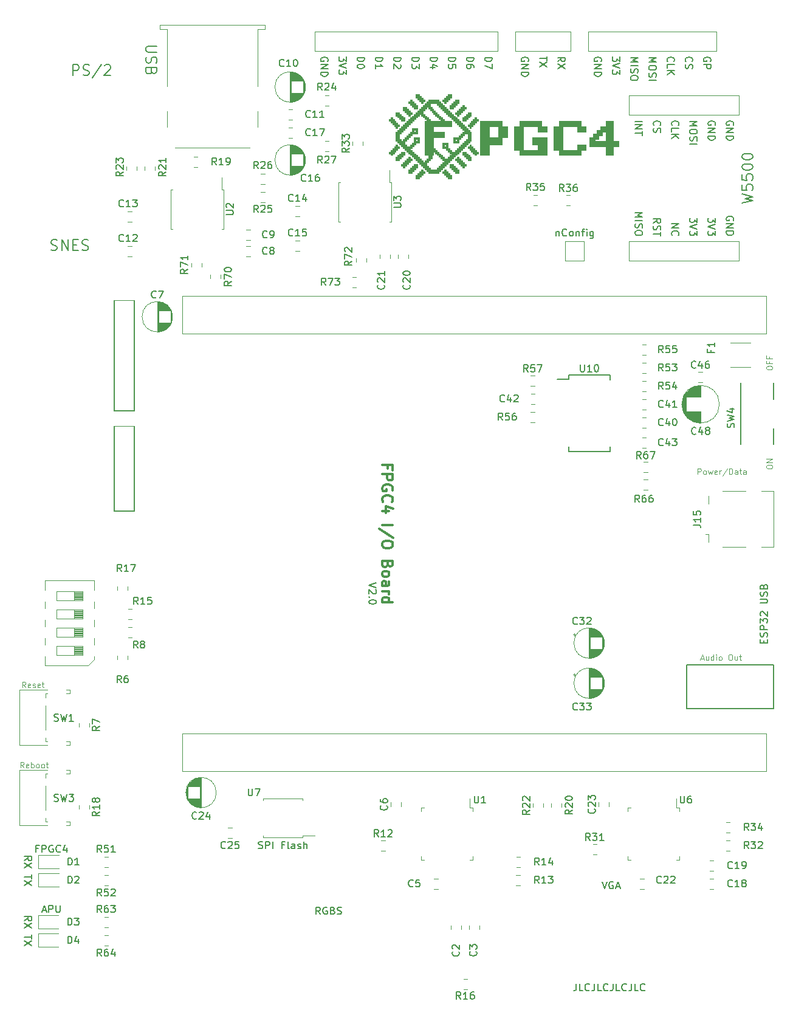
<source format=gbr>
G04 #@! TF.GenerationSoftware,KiCad,Pcbnew,(5.1.6)-1*
G04 #@! TF.CreationDate,2020-10-25T12:14:20+01:00*
G04 #@! TF.ProjectId,FPGC4IOboard,46504743-3449-44f6-926f-6172642e6b69,rev?*
G04 #@! TF.SameCoordinates,Original*
G04 #@! TF.FileFunction,Legend,Top*
G04 #@! TF.FilePolarity,Positive*
%FSLAX46Y46*%
G04 Gerber Fmt 4.6, Leading zero omitted, Abs format (unit mm)*
G04 Created by KiCad (PCBNEW (5.1.6)-1) date 2020-10-25 12:14:20*
%MOMM*%
%LPD*%
G01*
G04 APERTURE LIST*
%ADD10C,0.120000*%
%ADD11C,0.150000*%
%ADD12C,0.300000*%
%ADD13C,0.200000*%
%ADD14C,0.127000*%
%ADD15C,0.010000*%
G04 APERTURE END LIST*
D10*
X159815714Y-110115333D02*
X160196666Y-110115333D01*
X159739523Y-110343904D02*
X160006190Y-109543904D01*
X160272857Y-110343904D01*
X160882380Y-109810571D02*
X160882380Y-110343904D01*
X160539523Y-109810571D02*
X160539523Y-110229619D01*
X160577619Y-110305809D01*
X160653809Y-110343904D01*
X160768095Y-110343904D01*
X160844285Y-110305809D01*
X160882380Y-110267714D01*
X161606190Y-110343904D02*
X161606190Y-109543904D01*
X161606190Y-110305809D02*
X161530000Y-110343904D01*
X161377619Y-110343904D01*
X161301428Y-110305809D01*
X161263333Y-110267714D01*
X161225238Y-110191523D01*
X161225238Y-109962952D01*
X161263333Y-109886761D01*
X161301428Y-109848666D01*
X161377619Y-109810571D01*
X161530000Y-109810571D01*
X161606190Y-109848666D01*
X161987142Y-110343904D02*
X161987142Y-109810571D01*
X161987142Y-109543904D02*
X161949047Y-109582000D01*
X161987142Y-109620095D01*
X162025238Y-109582000D01*
X161987142Y-109543904D01*
X161987142Y-109620095D01*
X162482380Y-110343904D02*
X162406190Y-110305809D01*
X162368095Y-110267714D01*
X162330000Y-110191523D01*
X162330000Y-109962952D01*
X162368095Y-109886761D01*
X162406190Y-109848666D01*
X162482380Y-109810571D01*
X162596666Y-109810571D01*
X162672857Y-109848666D01*
X162710952Y-109886761D01*
X162749047Y-109962952D01*
X162749047Y-110191523D01*
X162710952Y-110267714D01*
X162672857Y-110305809D01*
X162596666Y-110343904D01*
X162482380Y-110343904D01*
X163853809Y-109543904D02*
X164006190Y-109543904D01*
X164082380Y-109582000D01*
X164158571Y-109658190D01*
X164196666Y-109810571D01*
X164196666Y-110077238D01*
X164158571Y-110229619D01*
X164082380Y-110305809D01*
X164006190Y-110343904D01*
X163853809Y-110343904D01*
X163777619Y-110305809D01*
X163701428Y-110229619D01*
X163663333Y-110077238D01*
X163663333Y-109810571D01*
X163701428Y-109658190D01*
X163777619Y-109582000D01*
X163853809Y-109543904D01*
X164882380Y-109810571D02*
X164882380Y-110343904D01*
X164539523Y-109810571D02*
X164539523Y-110229619D01*
X164577619Y-110305809D01*
X164653809Y-110343904D01*
X164768095Y-110343904D01*
X164844285Y-110305809D01*
X164882380Y-110267714D01*
X165149047Y-109810571D02*
X165453809Y-109810571D01*
X165263333Y-109543904D02*
X165263333Y-110229619D01*
X165301428Y-110305809D01*
X165377619Y-110343904D01*
X165453809Y-110343904D01*
D11*
X98195238Y-136548761D02*
X98338095Y-136596380D01*
X98576190Y-136596380D01*
X98671428Y-136548761D01*
X98719047Y-136501142D01*
X98766666Y-136405904D01*
X98766666Y-136310666D01*
X98719047Y-136215428D01*
X98671428Y-136167809D01*
X98576190Y-136120190D01*
X98385714Y-136072571D01*
X98290476Y-136024952D01*
X98242857Y-135977333D01*
X98195238Y-135882095D01*
X98195238Y-135786857D01*
X98242857Y-135691619D01*
X98290476Y-135644000D01*
X98385714Y-135596380D01*
X98623809Y-135596380D01*
X98766666Y-135644000D01*
X99195238Y-136596380D02*
X99195238Y-135596380D01*
X99576190Y-135596380D01*
X99671428Y-135644000D01*
X99719047Y-135691619D01*
X99766666Y-135786857D01*
X99766666Y-135929714D01*
X99719047Y-136024952D01*
X99671428Y-136072571D01*
X99576190Y-136120190D01*
X99195238Y-136120190D01*
X100195238Y-136596380D02*
X100195238Y-135596380D01*
X101766666Y-136072571D02*
X101433333Y-136072571D01*
X101433333Y-136596380D02*
X101433333Y-135596380D01*
X101909523Y-135596380D01*
X102433333Y-136596380D02*
X102338095Y-136548761D01*
X102290476Y-136453523D01*
X102290476Y-135596380D01*
X103242857Y-136596380D02*
X103242857Y-136072571D01*
X103195238Y-135977333D01*
X103100000Y-135929714D01*
X102909523Y-135929714D01*
X102814285Y-135977333D01*
X103242857Y-136548761D02*
X103147619Y-136596380D01*
X102909523Y-136596380D01*
X102814285Y-136548761D01*
X102766666Y-136453523D01*
X102766666Y-136358285D01*
X102814285Y-136263047D01*
X102909523Y-136215428D01*
X103147619Y-136215428D01*
X103242857Y-136167809D01*
X103671428Y-136548761D02*
X103766666Y-136596380D01*
X103957142Y-136596380D01*
X104052380Y-136548761D01*
X104100000Y-136453523D01*
X104100000Y-136405904D01*
X104052380Y-136310666D01*
X103957142Y-136263047D01*
X103814285Y-136263047D01*
X103719047Y-136215428D01*
X103671428Y-136120190D01*
X103671428Y-136072571D01*
X103719047Y-135977333D01*
X103814285Y-135929714D01*
X103957142Y-135929714D01*
X104052380Y-135977333D01*
X104528571Y-136596380D02*
X104528571Y-135596380D01*
X104957142Y-136596380D02*
X104957142Y-136072571D01*
X104909523Y-135977333D01*
X104814285Y-135929714D01*
X104671428Y-135929714D01*
X104576190Y-135977333D01*
X104528571Y-136024952D01*
D10*
X159396761Y-84435904D02*
X159396761Y-83635904D01*
X159701523Y-83635904D01*
X159777714Y-83674000D01*
X159815809Y-83712095D01*
X159853904Y-83788285D01*
X159853904Y-83902571D01*
X159815809Y-83978761D01*
X159777714Y-84016857D01*
X159701523Y-84054952D01*
X159396761Y-84054952D01*
X160311047Y-84435904D02*
X160234857Y-84397809D01*
X160196761Y-84359714D01*
X160158666Y-84283523D01*
X160158666Y-84054952D01*
X160196761Y-83978761D01*
X160234857Y-83940666D01*
X160311047Y-83902571D01*
X160425333Y-83902571D01*
X160501523Y-83940666D01*
X160539619Y-83978761D01*
X160577714Y-84054952D01*
X160577714Y-84283523D01*
X160539619Y-84359714D01*
X160501523Y-84397809D01*
X160425333Y-84435904D01*
X160311047Y-84435904D01*
X160844380Y-83902571D02*
X160996761Y-84435904D01*
X161149142Y-84054952D01*
X161301523Y-84435904D01*
X161453904Y-83902571D01*
X162063428Y-84397809D02*
X161987238Y-84435904D01*
X161834857Y-84435904D01*
X161758666Y-84397809D01*
X161720571Y-84321619D01*
X161720571Y-84016857D01*
X161758666Y-83940666D01*
X161834857Y-83902571D01*
X161987238Y-83902571D01*
X162063428Y-83940666D01*
X162101523Y-84016857D01*
X162101523Y-84093047D01*
X161720571Y-84169238D01*
X162444380Y-84435904D02*
X162444380Y-83902571D01*
X162444380Y-84054952D02*
X162482476Y-83978761D01*
X162520571Y-83940666D01*
X162596761Y-83902571D01*
X162672952Y-83902571D01*
X163511047Y-83597809D02*
X162825333Y-84626380D01*
X163777714Y-84435904D02*
X163777714Y-83635904D01*
X163968190Y-83635904D01*
X164082476Y-83674000D01*
X164158666Y-83750190D01*
X164196761Y-83826380D01*
X164234857Y-83978761D01*
X164234857Y-84093047D01*
X164196761Y-84245428D01*
X164158666Y-84321619D01*
X164082476Y-84397809D01*
X163968190Y-84435904D01*
X163777714Y-84435904D01*
X164920571Y-84435904D02*
X164920571Y-84016857D01*
X164882476Y-83940666D01*
X164806285Y-83902571D01*
X164653904Y-83902571D01*
X164577714Y-83940666D01*
X164920571Y-84397809D02*
X164844380Y-84435904D01*
X164653904Y-84435904D01*
X164577714Y-84397809D01*
X164539619Y-84321619D01*
X164539619Y-84245428D01*
X164577714Y-84169238D01*
X164653904Y-84131142D01*
X164844380Y-84131142D01*
X164920571Y-84093047D01*
X165187238Y-83902571D02*
X165492000Y-83902571D01*
X165301523Y-83635904D02*
X165301523Y-84321619D01*
X165339619Y-84397809D01*
X165415809Y-84435904D01*
X165492000Y-84435904D01*
X166101523Y-84435904D02*
X166101523Y-84016857D01*
X166063428Y-83940666D01*
X165987238Y-83902571D01*
X165834857Y-83902571D01*
X165758666Y-83940666D01*
X166101523Y-84397809D02*
X166025333Y-84435904D01*
X165834857Y-84435904D01*
X165758666Y-84397809D01*
X165720571Y-84321619D01*
X165720571Y-84245428D01*
X165758666Y-84169238D01*
X165834857Y-84131142D01*
X166025333Y-84131142D01*
X166101523Y-84093047D01*
D11*
X114593619Y-99568190D02*
X113593619Y-99901523D01*
X114593619Y-100234857D01*
X114498380Y-100520571D02*
X114546000Y-100568190D01*
X114593619Y-100663428D01*
X114593619Y-100901523D01*
X114546000Y-100996761D01*
X114498380Y-101044380D01*
X114403142Y-101092000D01*
X114307904Y-101092000D01*
X114165047Y-101044380D01*
X113593619Y-100472952D01*
X113593619Y-101092000D01*
X113688857Y-101520571D02*
X113641238Y-101568190D01*
X113593619Y-101520571D01*
X113641238Y-101472952D01*
X113688857Y-101520571D01*
X113593619Y-101520571D01*
X114593619Y-102187238D02*
X114593619Y-102282476D01*
X114546000Y-102377714D01*
X114498380Y-102425333D01*
X114403142Y-102472952D01*
X114212666Y-102520571D01*
X113974571Y-102520571D01*
X113784095Y-102472952D01*
X113688857Y-102425333D01*
X113641238Y-102377714D01*
X113593619Y-102282476D01*
X113593619Y-102187238D01*
X113641238Y-102092000D01*
X113688857Y-102044380D01*
X113784095Y-101996761D01*
X113974571Y-101949142D01*
X114212666Y-101949142D01*
X114403142Y-101996761D01*
X114498380Y-102044380D01*
X114546000Y-102092000D01*
X114593619Y-102187238D01*
D12*
X116185142Y-83638571D02*
X116185142Y-83138571D01*
X115399428Y-83138571D02*
X116899428Y-83138571D01*
X116899428Y-83852857D01*
X115399428Y-84424285D02*
X116899428Y-84424285D01*
X116899428Y-84995714D01*
X116828000Y-85138571D01*
X116756571Y-85210000D01*
X116613714Y-85281428D01*
X116399428Y-85281428D01*
X116256571Y-85210000D01*
X116185142Y-85138571D01*
X116113714Y-84995714D01*
X116113714Y-84424285D01*
X116828000Y-86710000D02*
X116899428Y-86567142D01*
X116899428Y-86352857D01*
X116828000Y-86138571D01*
X116685142Y-85995714D01*
X116542285Y-85924285D01*
X116256571Y-85852857D01*
X116042285Y-85852857D01*
X115756571Y-85924285D01*
X115613714Y-85995714D01*
X115470857Y-86138571D01*
X115399428Y-86352857D01*
X115399428Y-86495714D01*
X115470857Y-86710000D01*
X115542285Y-86781428D01*
X116042285Y-86781428D01*
X116042285Y-86495714D01*
X115542285Y-88281428D02*
X115470857Y-88210000D01*
X115399428Y-87995714D01*
X115399428Y-87852857D01*
X115470857Y-87638571D01*
X115613714Y-87495714D01*
X115756571Y-87424285D01*
X116042285Y-87352857D01*
X116256571Y-87352857D01*
X116542285Y-87424285D01*
X116685142Y-87495714D01*
X116828000Y-87638571D01*
X116899428Y-87852857D01*
X116899428Y-87995714D01*
X116828000Y-88210000D01*
X116756571Y-88281428D01*
X116399428Y-89567142D02*
X115399428Y-89567142D01*
X116970857Y-89210000D02*
X115899428Y-88852857D01*
X115899428Y-89781428D01*
X115399428Y-91495714D02*
X116899428Y-91495714D01*
X116970857Y-93281428D02*
X115042285Y-91995714D01*
X116899428Y-94067142D02*
X116899428Y-94352857D01*
X116828000Y-94495714D01*
X116685142Y-94638571D01*
X116399428Y-94710000D01*
X115899428Y-94710000D01*
X115613714Y-94638571D01*
X115470857Y-94495714D01*
X115399428Y-94352857D01*
X115399428Y-94067142D01*
X115470857Y-93924285D01*
X115613714Y-93781428D01*
X115899428Y-93710000D01*
X116399428Y-93710000D01*
X116685142Y-93781428D01*
X116828000Y-93924285D01*
X116899428Y-94067142D01*
X116185142Y-96995714D02*
X116113714Y-97210000D01*
X116042285Y-97281428D01*
X115899428Y-97352857D01*
X115685142Y-97352857D01*
X115542285Y-97281428D01*
X115470857Y-97210000D01*
X115399428Y-97067142D01*
X115399428Y-96495714D01*
X116899428Y-96495714D01*
X116899428Y-96995714D01*
X116828000Y-97138571D01*
X116756571Y-97210000D01*
X116613714Y-97281428D01*
X116470857Y-97281428D01*
X116328000Y-97210000D01*
X116256571Y-97138571D01*
X116185142Y-96995714D01*
X116185142Y-96495714D01*
X115399428Y-98210000D02*
X115470857Y-98067142D01*
X115542285Y-97995714D01*
X115685142Y-97924285D01*
X116113714Y-97924285D01*
X116256571Y-97995714D01*
X116328000Y-98067142D01*
X116399428Y-98210000D01*
X116399428Y-98424285D01*
X116328000Y-98567142D01*
X116256571Y-98638571D01*
X116113714Y-98710000D01*
X115685142Y-98710000D01*
X115542285Y-98638571D01*
X115470857Y-98567142D01*
X115399428Y-98424285D01*
X115399428Y-98210000D01*
X115399428Y-99995714D02*
X116185142Y-99995714D01*
X116328000Y-99924285D01*
X116399428Y-99781428D01*
X116399428Y-99495714D01*
X116328000Y-99352857D01*
X115470857Y-99995714D02*
X115399428Y-99852857D01*
X115399428Y-99495714D01*
X115470857Y-99352857D01*
X115613714Y-99281428D01*
X115756571Y-99281428D01*
X115899428Y-99352857D01*
X115970857Y-99495714D01*
X115970857Y-99852857D01*
X116042285Y-99995714D01*
X115399428Y-100710000D02*
X116399428Y-100710000D01*
X116113714Y-100710000D02*
X116256571Y-100781428D01*
X116328000Y-100852857D01*
X116399428Y-100995714D01*
X116399428Y-101138571D01*
X115399428Y-102281428D02*
X116899428Y-102281428D01*
X115470857Y-102281428D02*
X115399428Y-102138571D01*
X115399428Y-101852857D01*
X115470857Y-101710000D01*
X115542285Y-101638571D01*
X115685142Y-101567142D01*
X116113714Y-101567142D01*
X116256571Y-101638571D01*
X116328000Y-101710000D01*
X116399428Y-101852857D01*
X116399428Y-102138571D01*
X116328000Y-102281428D01*
D11*
X168584571Y-107909809D02*
X168584571Y-107576476D01*
X169108380Y-107433619D02*
X169108380Y-107909809D01*
X168108380Y-107909809D01*
X168108380Y-107433619D01*
X169060761Y-107052666D02*
X169108380Y-106909809D01*
X169108380Y-106671714D01*
X169060761Y-106576476D01*
X169013142Y-106528857D01*
X168917904Y-106481238D01*
X168822666Y-106481238D01*
X168727428Y-106528857D01*
X168679809Y-106576476D01*
X168632190Y-106671714D01*
X168584571Y-106862190D01*
X168536952Y-106957428D01*
X168489333Y-107005047D01*
X168394095Y-107052666D01*
X168298857Y-107052666D01*
X168203619Y-107005047D01*
X168156000Y-106957428D01*
X168108380Y-106862190D01*
X168108380Y-106624095D01*
X168156000Y-106481238D01*
X169108380Y-106052666D02*
X168108380Y-106052666D01*
X168108380Y-105671714D01*
X168156000Y-105576476D01*
X168203619Y-105528857D01*
X168298857Y-105481238D01*
X168441714Y-105481238D01*
X168536952Y-105528857D01*
X168584571Y-105576476D01*
X168632190Y-105671714D01*
X168632190Y-106052666D01*
X168108380Y-105147904D02*
X168108380Y-104528857D01*
X168489333Y-104862190D01*
X168489333Y-104719333D01*
X168536952Y-104624095D01*
X168584571Y-104576476D01*
X168679809Y-104528857D01*
X168917904Y-104528857D01*
X169013142Y-104576476D01*
X169060761Y-104624095D01*
X169108380Y-104719333D01*
X169108380Y-105005047D01*
X169060761Y-105100285D01*
X169013142Y-105147904D01*
X168203619Y-104147904D02*
X168156000Y-104100285D01*
X168108380Y-104005047D01*
X168108380Y-103766952D01*
X168156000Y-103671714D01*
X168203619Y-103624095D01*
X168298857Y-103576476D01*
X168394095Y-103576476D01*
X168536952Y-103624095D01*
X169108380Y-104195523D01*
X169108380Y-103576476D01*
X168108380Y-102386000D02*
X168917904Y-102386000D01*
X169013142Y-102338380D01*
X169060761Y-102290761D01*
X169108380Y-102195523D01*
X169108380Y-102005047D01*
X169060761Y-101909809D01*
X169013142Y-101862190D01*
X168917904Y-101814571D01*
X168108380Y-101814571D01*
X169060761Y-101386000D02*
X169108380Y-101243142D01*
X169108380Y-101005047D01*
X169060761Y-100909809D01*
X169013142Y-100862190D01*
X168917904Y-100814571D01*
X168822666Y-100814571D01*
X168727428Y-100862190D01*
X168679809Y-100909809D01*
X168632190Y-101005047D01*
X168584571Y-101195523D01*
X168536952Y-101290761D01*
X168489333Y-101338380D01*
X168394095Y-101386000D01*
X168298857Y-101386000D01*
X168203619Y-101338380D01*
X168156000Y-101290761D01*
X168108380Y-101195523D01*
X168108380Y-100957428D01*
X168156000Y-100814571D01*
X168584571Y-100052666D02*
X168632190Y-99909809D01*
X168679809Y-99862190D01*
X168775047Y-99814571D01*
X168917904Y-99814571D01*
X169013142Y-99862190D01*
X169060761Y-99909809D01*
X169108380Y-100005047D01*
X169108380Y-100386000D01*
X168108380Y-100386000D01*
X168108380Y-100052666D01*
X168156000Y-99957428D01*
X168203619Y-99909809D01*
X168298857Y-99862190D01*
X168394095Y-99862190D01*
X168489333Y-99909809D01*
X168536952Y-99957428D01*
X168584571Y-100052666D01*
X168584571Y-100386000D01*
D10*
X168979904Y-83453333D02*
X168979904Y-83300952D01*
X169018000Y-83224761D01*
X169094190Y-83148571D01*
X169246571Y-83110476D01*
X169513238Y-83110476D01*
X169665619Y-83148571D01*
X169741809Y-83224761D01*
X169779904Y-83300952D01*
X169779904Y-83453333D01*
X169741809Y-83529523D01*
X169665619Y-83605714D01*
X169513238Y-83643809D01*
X169246571Y-83643809D01*
X169094190Y-83605714D01*
X169018000Y-83529523D01*
X168979904Y-83453333D01*
X169779904Y-82767619D02*
X168979904Y-82767619D01*
X169779904Y-82310476D01*
X168979904Y-82310476D01*
X168979904Y-69683142D02*
X168979904Y-69530761D01*
X169018000Y-69454571D01*
X169094190Y-69378380D01*
X169246571Y-69340285D01*
X169513238Y-69340285D01*
X169665619Y-69378380D01*
X169741809Y-69454571D01*
X169779904Y-69530761D01*
X169779904Y-69683142D01*
X169741809Y-69759333D01*
X169665619Y-69835523D01*
X169513238Y-69873619D01*
X169246571Y-69873619D01*
X169094190Y-69835523D01*
X169018000Y-69759333D01*
X168979904Y-69683142D01*
X169360857Y-68730761D02*
X169360857Y-68997428D01*
X169779904Y-68997428D02*
X168979904Y-68997428D01*
X168979904Y-68616476D01*
X169360857Y-68045047D02*
X169360857Y-68311714D01*
X169779904Y-68311714D02*
X168979904Y-68311714D01*
X168979904Y-67930761D01*
X65749619Y-114153904D02*
X65482952Y-113772952D01*
X65292476Y-114153904D02*
X65292476Y-113353904D01*
X65597238Y-113353904D01*
X65673428Y-113392000D01*
X65711523Y-113430095D01*
X65749619Y-113506285D01*
X65749619Y-113620571D01*
X65711523Y-113696761D01*
X65673428Y-113734857D01*
X65597238Y-113772952D01*
X65292476Y-113772952D01*
X66397238Y-114115809D02*
X66321047Y-114153904D01*
X66168666Y-114153904D01*
X66092476Y-114115809D01*
X66054380Y-114039619D01*
X66054380Y-113734857D01*
X66092476Y-113658666D01*
X66168666Y-113620571D01*
X66321047Y-113620571D01*
X66397238Y-113658666D01*
X66435333Y-113734857D01*
X66435333Y-113811047D01*
X66054380Y-113887238D01*
X66740095Y-114115809D02*
X66816285Y-114153904D01*
X66968666Y-114153904D01*
X67044857Y-114115809D01*
X67082952Y-114039619D01*
X67082952Y-114001523D01*
X67044857Y-113925333D01*
X66968666Y-113887238D01*
X66854380Y-113887238D01*
X66778190Y-113849142D01*
X66740095Y-113772952D01*
X66740095Y-113734857D01*
X66778190Y-113658666D01*
X66854380Y-113620571D01*
X66968666Y-113620571D01*
X67044857Y-113658666D01*
X67730571Y-114115809D02*
X67654380Y-114153904D01*
X67502000Y-114153904D01*
X67425809Y-114115809D01*
X67387714Y-114039619D01*
X67387714Y-113734857D01*
X67425809Y-113658666D01*
X67502000Y-113620571D01*
X67654380Y-113620571D01*
X67730571Y-113658666D01*
X67768666Y-113734857D01*
X67768666Y-113811047D01*
X67387714Y-113887238D01*
X67997238Y-113620571D02*
X68302000Y-113620571D01*
X68111523Y-113353904D02*
X68111523Y-114039619D01*
X68149619Y-114115809D01*
X68225809Y-114153904D01*
X68302000Y-114153904D01*
X65495619Y-125329904D02*
X65228952Y-124948952D01*
X65038476Y-125329904D02*
X65038476Y-124529904D01*
X65343238Y-124529904D01*
X65419428Y-124568000D01*
X65457523Y-124606095D01*
X65495619Y-124682285D01*
X65495619Y-124796571D01*
X65457523Y-124872761D01*
X65419428Y-124910857D01*
X65343238Y-124948952D01*
X65038476Y-124948952D01*
X66143238Y-125291809D02*
X66067047Y-125329904D01*
X65914666Y-125329904D01*
X65838476Y-125291809D01*
X65800380Y-125215619D01*
X65800380Y-124910857D01*
X65838476Y-124834666D01*
X65914666Y-124796571D01*
X66067047Y-124796571D01*
X66143238Y-124834666D01*
X66181333Y-124910857D01*
X66181333Y-124987047D01*
X65800380Y-125063238D01*
X66524190Y-125329904D02*
X66524190Y-124529904D01*
X66524190Y-124834666D02*
X66600380Y-124796571D01*
X66752761Y-124796571D01*
X66828952Y-124834666D01*
X66867047Y-124872761D01*
X66905142Y-124948952D01*
X66905142Y-125177523D01*
X66867047Y-125253714D01*
X66828952Y-125291809D01*
X66752761Y-125329904D01*
X66600380Y-125329904D01*
X66524190Y-125291809D01*
X67362285Y-125329904D02*
X67286095Y-125291809D01*
X67248000Y-125253714D01*
X67209904Y-125177523D01*
X67209904Y-124948952D01*
X67248000Y-124872761D01*
X67286095Y-124834666D01*
X67362285Y-124796571D01*
X67476571Y-124796571D01*
X67552761Y-124834666D01*
X67590857Y-124872761D01*
X67628952Y-124948952D01*
X67628952Y-125177523D01*
X67590857Y-125253714D01*
X67552761Y-125291809D01*
X67476571Y-125329904D01*
X67362285Y-125329904D01*
X68086095Y-125329904D02*
X68009904Y-125291809D01*
X67971809Y-125253714D01*
X67933714Y-125177523D01*
X67933714Y-124948952D01*
X67971809Y-124872761D01*
X68009904Y-124834666D01*
X68086095Y-124796571D01*
X68200380Y-124796571D01*
X68276571Y-124834666D01*
X68314666Y-124872761D01*
X68352761Y-124948952D01*
X68352761Y-125177523D01*
X68314666Y-125253714D01*
X68276571Y-125291809D01*
X68200380Y-125329904D01*
X68086095Y-125329904D01*
X68581333Y-124796571D02*
X68886095Y-124796571D01*
X68695619Y-124529904D02*
X68695619Y-125215619D01*
X68733714Y-125291809D01*
X68809904Y-125329904D01*
X68886095Y-125329904D01*
D11*
X67508666Y-136580571D02*
X67175333Y-136580571D01*
X67175333Y-137104380D02*
X67175333Y-136104380D01*
X67651523Y-136104380D01*
X68032476Y-137104380D02*
X68032476Y-136104380D01*
X68413428Y-136104380D01*
X68508666Y-136152000D01*
X68556285Y-136199619D01*
X68603904Y-136294857D01*
X68603904Y-136437714D01*
X68556285Y-136532952D01*
X68508666Y-136580571D01*
X68413428Y-136628190D01*
X68032476Y-136628190D01*
X69556285Y-136152000D02*
X69461047Y-136104380D01*
X69318190Y-136104380D01*
X69175333Y-136152000D01*
X69080095Y-136247238D01*
X69032476Y-136342476D01*
X68984857Y-136532952D01*
X68984857Y-136675809D01*
X69032476Y-136866285D01*
X69080095Y-136961523D01*
X69175333Y-137056761D01*
X69318190Y-137104380D01*
X69413428Y-137104380D01*
X69556285Y-137056761D01*
X69603904Y-137009142D01*
X69603904Y-136675809D01*
X69413428Y-136675809D01*
X70603904Y-137009142D02*
X70556285Y-137056761D01*
X70413428Y-137104380D01*
X70318190Y-137104380D01*
X70175333Y-137056761D01*
X70080095Y-136961523D01*
X70032476Y-136866285D01*
X69984857Y-136675809D01*
X69984857Y-136532952D01*
X70032476Y-136342476D01*
X70080095Y-136247238D01*
X70175333Y-136152000D01*
X70318190Y-136104380D01*
X70413428Y-136104380D01*
X70556285Y-136152000D01*
X70603904Y-136199619D01*
X71461047Y-136437714D02*
X71461047Y-137104380D01*
X71222952Y-136056761D02*
X70984857Y-136771047D01*
X71603904Y-136771047D01*
X68080095Y-145200666D02*
X68556285Y-145200666D01*
X67984857Y-145486380D02*
X68318190Y-144486380D01*
X68651523Y-145486380D01*
X68984857Y-145486380D02*
X68984857Y-144486380D01*
X69365809Y-144486380D01*
X69461047Y-144534000D01*
X69508666Y-144581619D01*
X69556285Y-144676857D01*
X69556285Y-144819714D01*
X69508666Y-144914952D01*
X69461047Y-144962571D01*
X69365809Y-145010190D01*
X68984857Y-145010190D01*
X69984857Y-144486380D02*
X69984857Y-145295904D01*
X70032476Y-145391142D01*
X70080095Y-145438761D01*
X70175333Y-145486380D01*
X70365809Y-145486380D01*
X70461047Y-145438761D01*
X70508666Y-145391142D01*
X70556285Y-145295904D01*
X70556285Y-144486380D01*
X65587619Y-138263333D02*
X66063809Y-137930000D01*
X65587619Y-137691904D02*
X66587619Y-137691904D01*
X66587619Y-138072857D01*
X66540000Y-138168095D01*
X66492380Y-138215714D01*
X66397142Y-138263333D01*
X66254285Y-138263333D01*
X66159047Y-138215714D01*
X66111428Y-138168095D01*
X66063809Y-138072857D01*
X66063809Y-137691904D01*
X66587619Y-138596666D02*
X65587619Y-139263333D01*
X66587619Y-139263333D02*
X65587619Y-138596666D01*
X66587619Y-140208095D02*
X66587619Y-140779523D01*
X65587619Y-140493809D02*
X66587619Y-140493809D01*
X66587619Y-141017619D02*
X65587619Y-141684285D01*
X66587619Y-141684285D02*
X65587619Y-141017619D01*
X65587619Y-146645333D02*
X66063809Y-146312000D01*
X65587619Y-146073904D02*
X66587619Y-146073904D01*
X66587619Y-146454857D01*
X66540000Y-146550095D01*
X66492380Y-146597714D01*
X66397142Y-146645333D01*
X66254285Y-146645333D01*
X66159047Y-146597714D01*
X66111428Y-146550095D01*
X66063809Y-146454857D01*
X66063809Y-146073904D01*
X66587619Y-146978666D02*
X65587619Y-147645333D01*
X66587619Y-147645333D02*
X65587619Y-146978666D01*
X66587619Y-148590095D02*
X66587619Y-149161523D01*
X65587619Y-148875809D02*
X66587619Y-148875809D01*
X66587619Y-149399619D02*
X65587619Y-150066285D01*
X66587619Y-150066285D02*
X65587619Y-149399619D01*
D13*
X72322857Y-28872571D02*
X72322857Y-27372571D01*
X72894285Y-27372571D01*
X73037142Y-27444000D01*
X73108571Y-27515428D01*
X73180000Y-27658285D01*
X73180000Y-27872571D01*
X73108571Y-28015428D01*
X73037142Y-28086857D01*
X72894285Y-28158285D01*
X72322857Y-28158285D01*
X73751428Y-28801142D02*
X73965714Y-28872571D01*
X74322857Y-28872571D01*
X74465714Y-28801142D01*
X74537142Y-28729714D01*
X74608571Y-28586857D01*
X74608571Y-28444000D01*
X74537142Y-28301142D01*
X74465714Y-28229714D01*
X74322857Y-28158285D01*
X74037142Y-28086857D01*
X73894285Y-28015428D01*
X73822857Y-27944000D01*
X73751428Y-27801142D01*
X73751428Y-27658285D01*
X73822857Y-27515428D01*
X73894285Y-27444000D01*
X74037142Y-27372571D01*
X74394285Y-27372571D01*
X74608571Y-27444000D01*
X76322857Y-27301142D02*
X75037142Y-29229714D01*
X76751428Y-27515428D02*
X76822857Y-27444000D01*
X76965714Y-27372571D01*
X77322857Y-27372571D01*
X77465714Y-27444000D01*
X77537142Y-27515428D01*
X77608571Y-27658285D01*
X77608571Y-27801142D01*
X77537142Y-28015428D01*
X76680000Y-28872571D01*
X77608571Y-28872571D01*
X84006428Y-24777142D02*
X82792142Y-24777142D01*
X82649285Y-24848571D01*
X82577857Y-24920000D01*
X82506428Y-25062857D01*
X82506428Y-25348571D01*
X82577857Y-25491428D01*
X82649285Y-25562857D01*
X82792142Y-25634285D01*
X84006428Y-25634285D01*
X82577857Y-26277142D02*
X82506428Y-26491428D01*
X82506428Y-26848571D01*
X82577857Y-26991428D01*
X82649285Y-27062857D01*
X82792142Y-27134285D01*
X82935000Y-27134285D01*
X83077857Y-27062857D01*
X83149285Y-26991428D01*
X83220714Y-26848571D01*
X83292142Y-26562857D01*
X83363571Y-26420000D01*
X83435000Y-26348571D01*
X83577857Y-26277142D01*
X83720714Y-26277142D01*
X83863571Y-26348571D01*
X83935000Y-26420000D01*
X84006428Y-26562857D01*
X84006428Y-26920000D01*
X83935000Y-27134285D01*
X83292142Y-28277142D02*
X83220714Y-28491428D01*
X83149285Y-28562857D01*
X83006428Y-28634285D01*
X82792142Y-28634285D01*
X82649285Y-28562857D01*
X82577857Y-28491428D01*
X82506428Y-28348571D01*
X82506428Y-27777142D01*
X84006428Y-27777142D01*
X84006428Y-28277142D01*
X83935000Y-28420000D01*
X83863571Y-28491428D01*
X83720714Y-28562857D01*
X83577857Y-28562857D01*
X83435000Y-28491428D01*
X83363571Y-28420000D01*
X83292142Y-28277142D01*
X83292142Y-27777142D01*
X69274857Y-53185142D02*
X69489142Y-53256571D01*
X69846285Y-53256571D01*
X69989142Y-53185142D01*
X70060571Y-53113714D01*
X70132000Y-52970857D01*
X70132000Y-52828000D01*
X70060571Y-52685142D01*
X69989142Y-52613714D01*
X69846285Y-52542285D01*
X69560571Y-52470857D01*
X69417714Y-52399428D01*
X69346285Y-52328000D01*
X69274857Y-52185142D01*
X69274857Y-52042285D01*
X69346285Y-51899428D01*
X69417714Y-51828000D01*
X69560571Y-51756571D01*
X69917714Y-51756571D01*
X70132000Y-51828000D01*
X70774857Y-53256571D02*
X70774857Y-51756571D01*
X71632000Y-53256571D01*
X71632000Y-51756571D01*
X72346285Y-52470857D02*
X72846285Y-52470857D01*
X73060571Y-53256571D02*
X72346285Y-53256571D01*
X72346285Y-51756571D01*
X73060571Y-51756571D01*
X73632000Y-53185142D02*
X73846285Y-53256571D01*
X74203428Y-53256571D01*
X74346285Y-53185142D01*
X74417714Y-53113714D01*
X74489142Y-52970857D01*
X74489142Y-52828000D01*
X74417714Y-52685142D01*
X74346285Y-52613714D01*
X74203428Y-52542285D01*
X73917714Y-52470857D01*
X73774857Y-52399428D01*
X73703428Y-52328000D01*
X73632000Y-52185142D01*
X73632000Y-52042285D01*
X73703428Y-51899428D01*
X73774857Y-51828000D01*
X73917714Y-51756571D01*
X74274857Y-51756571D01*
X74489142Y-51828000D01*
D11*
X139644761Y-50585714D02*
X139644761Y-51252380D01*
X139644761Y-50680952D02*
X139692380Y-50633333D01*
X139787619Y-50585714D01*
X139930476Y-50585714D01*
X140025714Y-50633333D01*
X140073333Y-50728571D01*
X140073333Y-51252380D01*
X141120952Y-51157142D02*
X141073333Y-51204761D01*
X140930476Y-51252380D01*
X140835238Y-51252380D01*
X140692380Y-51204761D01*
X140597142Y-51109523D01*
X140549523Y-51014285D01*
X140501904Y-50823809D01*
X140501904Y-50680952D01*
X140549523Y-50490476D01*
X140597142Y-50395238D01*
X140692380Y-50300000D01*
X140835238Y-50252380D01*
X140930476Y-50252380D01*
X141073333Y-50300000D01*
X141120952Y-50347619D01*
X141692380Y-51252380D02*
X141597142Y-51204761D01*
X141549523Y-51157142D01*
X141501904Y-51061904D01*
X141501904Y-50776190D01*
X141549523Y-50680952D01*
X141597142Y-50633333D01*
X141692380Y-50585714D01*
X141835238Y-50585714D01*
X141930476Y-50633333D01*
X141978095Y-50680952D01*
X142025714Y-50776190D01*
X142025714Y-51061904D01*
X141978095Y-51157142D01*
X141930476Y-51204761D01*
X141835238Y-51252380D01*
X141692380Y-51252380D01*
X142454285Y-50585714D02*
X142454285Y-51252380D01*
X142454285Y-50680952D02*
X142501904Y-50633333D01*
X142597142Y-50585714D01*
X142740000Y-50585714D01*
X142835238Y-50633333D01*
X142882857Y-50728571D01*
X142882857Y-51252380D01*
X143216190Y-50585714D02*
X143597142Y-50585714D01*
X143359047Y-51252380D02*
X143359047Y-50395238D01*
X143406666Y-50300000D01*
X143501904Y-50252380D01*
X143597142Y-50252380D01*
X143930476Y-51252380D02*
X143930476Y-50585714D01*
X143930476Y-50252380D02*
X143882857Y-50300000D01*
X143930476Y-50347619D01*
X143978095Y-50300000D01*
X143930476Y-50252380D01*
X143930476Y-50347619D01*
X144835238Y-50585714D02*
X144835238Y-51395238D01*
X144787619Y-51490476D01*
X144740000Y-51538095D01*
X144644761Y-51585714D01*
X144501904Y-51585714D01*
X144406666Y-51538095D01*
X144835238Y-51204761D02*
X144740000Y-51252380D01*
X144549523Y-51252380D01*
X144454285Y-51204761D01*
X144406666Y-51157142D01*
X144359047Y-51061904D01*
X144359047Y-50776190D01*
X144406666Y-50680952D01*
X144454285Y-50633333D01*
X144549523Y-50585714D01*
X144740000Y-50585714D01*
X144835238Y-50633333D01*
D13*
X165548571Y-46680000D02*
X167048571Y-46322857D01*
X165977142Y-46037142D01*
X167048571Y-45751428D01*
X165548571Y-45394285D01*
X165548571Y-44108571D02*
X165548571Y-44822857D01*
X166262857Y-44894285D01*
X166191428Y-44822857D01*
X166120000Y-44680000D01*
X166120000Y-44322857D01*
X166191428Y-44180000D01*
X166262857Y-44108571D01*
X166405714Y-44037142D01*
X166762857Y-44037142D01*
X166905714Y-44108571D01*
X166977142Y-44180000D01*
X167048571Y-44322857D01*
X167048571Y-44680000D01*
X166977142Y-44822857D01*
X166905714Y-44894285D01*
X165548571Y-42680000D02*
X165548571Y-43394285D01*
X166262857Y-43465714D01*
X166191428Y-43394285D01*
X166120000Y-43251428D01*
X166120000Y-42894285D01*
X166191428Y-42751428D01*
X166262857Y-42680000D01*
X166405714Y-42608571D01*
X166762857Y-42608571D01*
X166905714Y-42680000D01*
X166977142Y-42751428D01*
X167048571Y-42894285D01*
X167048571Y-43251428D01*
X166977142Y-43394285D01*
X166905714Y-43465714D01*
X165548571Y-41680000D02*
X165548571Y-41537142D01*
X165620000Y-41394285D01*
X165691428Y-41322857D01*
X165834285Y-41251428D01*
X166120000Y-41180000D01*
X166477142Y-41180000D01*
X166762857Y-41251428D01*
X166905714Y-41322857D01*
X166977142Y-41394285D01*
X167048571Y-41537142D01*
X167048571Y-41680000D01*
X166977142Y-41822857D01*
X166905714Y-41894285D01*
X166762857Y-41965714D01*
X166477142Y-42037142D01*
X166120000Y-42037142D01*
X165834285Y-41965714D01*
X165691428Y-41894285D01*
X165620000Y-41822857D01*
X165548571Y-41680000D01*
X165548571Y-40251428D02*
X165548571Y-40108571D01*
X165620000Y-39965714D01*
X165691428Y-39894285D01*
X165834285Y-39822857D01*
X166120000Y-39751428D01*
X166477142Y-39751428D01*
X166762857Y-39822857D01*
X166905714Y-39894285D01*
X166977142Y-39965714D01*
X167048571Y-40108571D01*
X167048571Y-40251428D01*
X166977142Y-40394285D01*
X166905714Y-40465714D01*
X166762857Y-40537142D01*
X166477142Y-40608571D01*
X166120000Y-40608571D01*
X165834285Y-40537142D01*
X165691428Y-40465714D01*
X165620000Y-40394285D01*
X165548571Y-40251428D01*
D11*
X146058095Y-141184380D02*
X146391428Y-142184380D01*
X146724761Y-141184380D01*
X147581904Y-141232000D02*
X147486666Y-141184380D01*
X147343809Y-141184380D01*
X147200952Y-141232000D01*
X147105714Y-141327238D01*
X147058095Y-141422476D01*
X147010476Y-141612952D01*
X147010476Y-141755809D01*
X147058095Y-141946285D01*
X147105714Y-142041523D01*
X147200952Y-142136761D01*
X147343809Y-142184380D01*
X147439047Y-142184380D01*
X147581904Y-142136761D01*
X147629523Y-142089142D01*
X147629523Y-141755809D01*
X147439047Y-141755809D01*
X148010476Y-141898666D02*
X148486666Y-141898666D01*
X147915238Y-142184380D02*
X148248571Y-141184380D01*
X148581904Y-142184380D01*
X106783333Y-145740380D02*
X106450000Y-145264190D01*
X106211904Y-145740380D02*
X106211904Y-144740380D01*
X106592857Y-144740380D01*
X106688095Y-144788000D01*
X106735714Y-144835619D01*
X106783333Y-144930857D01*
X106783333Y-145073714D01*
X106735714Y-145168952D01*
X106688095Y-145216571D01*
X106592857Y-145264190D01*
X106211904Y-145264190D01*
X107735714Y-144788000D02*
X107640476Y-144740380D01*
X107497619Y-144740380D01*
X107354761Y-144788000D01*
X107259523Y-144883238D01*
X107211904Y-144978476D01*
X107164285Y-145168952D01*
X107164285Y-145311809D01*
X107211904Y-145502285D01*
X107259523Y-145597523D01*
X107354761Y-145692761D01*
X107497619Y-145740380D01*
X107592857Y-145740380D01*
X107735714Y-145692761D01*
X107783333Y-145645142D01*
X107783333Y-145311809D01*
X107592857Y-145311809D01*
X108545238Y-145216571D02*
X108688095Y-145264190D01*
X108735714Y-145311809D01*
X108783333Y-145407047D01*
X108783333Y-145549904D01*
X108735714Y-145645142D01*
X108688095Y-145692761D01*
X108592857Y-145740380D01*
X108211904Y-145740380D01*
X108211904Y-144740380D01*
X108545238Y-144740380D01*
X108640476Y-144788000D01*
X108688095Y-144835619D01*
X108735714Y-144930857D01*
X108735714Y-145026095D01*
X108688095Y-145121333D01*
X108640476Y-145168952D01*
X108545238Y-145216571D01*
X108211904Y-145216571D01*
X109164285Y-145692761D02*
X109307142Y-145740380D01*
X109545238Y-145740380D01*
X109640476Y-145692761D01*
X109688095Y-145645142D01*
X109735714Y-145549904D01*
X109735714Y-145454666D01*
X109688095Y-145359428D01*
X109640476Y-145311809D01*
X109545238Y-145264190D01*
X109354761Y-145216571D01*
X109259523Y-145168952D01*
X109211904Y-145121333D01*
X109164285Y-145026095D01*
X109164285Y-144930857D01*
X109211904Y-144835619D01*
X109259523Y-144788000D01*
X109354761Y-144740380D01*
X109592857Y-144740380D01*
X109735714Y-144788000D01*
X164330000Y-49051785D02*
X164377619Y-48956547D01*
X164377619Y-48813690D01*
X164330000Y-48670833D01*
X164234761Y-48575595D01*
X164139523Y-48527976D01*
X163949047Y-48480357D01*
X163806190Y-48480357D01*
X163615714Y-48527976D01*
X163520476Y-48575595D01*
X163425238Y-48670833D01*
X163377619Y-48813690D01*
X163377619Y-48908928D01*
X163425238Y-49051785D01*
X163472857Y-49099404D01*
X163806190Y-49099404D01*
X163806190Y-48908928D01*
X163377619Y-49527976D02*
X164377619Y-49527976D01*
X163377619Y-50099404D01*
X164377619Y-50099404D01*
X163377619Y-50575595D02*
X164377619Y-50575595D01*
X164377619Y-50813690D01*
X164330000Y-50956547D01*
X164234761Y-51051785D01*
X164139523Y-51099404D01*
X163949047Y-51147023D01*
X163806190Y-51147023D01*
X163615714Y-51099404D01*
X163520476Y-51051785D01*
X163425238Y-50956547D01*
X163377619Y-50813690D01*
X163377619Y-50575595D01*
X161837619Y-48718452D02*
X161837619Y-49337500D01*
X161456666Y-49004166D01*
X161456666Y-49147023D01*
X161409047Y-49242261D01*
X161361428Y-49289880D01*
X161266190Y-49337500D01*
X161028095Y-49337500D01*
X160932857Y-49289880D01*
X160885238Y-49242261D01*
X160837619Y-49147023D01*
X160837619Y-48861309D01*
X160885238Y-48766071D01*
X160932857Y-48718452D01*
X161837619Y-49623214D02*
X160837619Y-49956547D01*
X161837619Y-50289880D01*
X161837619Y-50527976D02*
X161837619Y-51147023D01*
X161456666Y-50813690D01*
X161456666Y-50956547D01*
X161409047Y-51051785D01*
X161361428Y-51099404D01*
X161266190Y-51147023D01*
X161028095Y-51147023D01*
X160932857Y-51099404D01*
X160885238Y-51051785D01*
X160837619Y-50956547D01*
X160837619Y-50670833D01*
X160885238Y-50575595D01*
X160932857Y-50527976D01*
X159297619Y-48718452D02*
X159297619Y-49337500D01*
X158916666Y-49004166D01*
X158916666Y-49147023D01*
X158869047Y-49242261D01*
X158821428Y-49289880D01*
X158726190Y-49337500D01*
X158488095Y-49337500D01*
X158392857Y-49289880D01*
X158345238Y-49242261D01*
X158297619Y-49147023D01*
X158297619Y-48861309D01*
X158345238Y-48766071D01*
X158392857Y-48718452D01*
X159297619Y-49623214D02*
X158297619Y-49956547D01*
X159297619Y-50289880D01*
X159297619Y-50527976D02*
X159297619Y-51147023D01*
X158916666Y-50813690D01*
X158916666Y-50956547D01*
X158869047Y-51051785D01*
X158821428Y-51099404D01*
X158726190Y-51147023D01*
X158488095Y-51147023D01*
X158392857Y-51099404D01*
X158345238Y-51051785D01*
X158297619Y-50956547D01*
X158297619Y-50670833D01*
X158345238Y-50575595D01*
X158392857Y-50527976D01*
X155757619Y-49527976D02*
X156757619Y-49527976D01*
X155757619Y-50099404D01*
X156757619Y-50099404D01*
X155852857Y-51147023D02*
X155805238Y-51099404D01*
X155757619Y-50956547D01*
X155757619Y-50861309D01*
X155805238Y-50718452D01*
X155900476Y-50623214D01*
X155995714Y-50575595D01*
X156186190Y-50527976D01*
X156329047Y-50527976D01*
X156519523Y-50575595D01*
X156614761Y-50623214D01*
X156710000Y-50718452D01*
X156757619Y-50861309D01*
X156757619Y-50956547D01*
X156710000Y-51099404D01*
X156662380Y-51147023D01*
X153217619Y-49432738D02*
X153693809Y-49099404D01*
X153217619Y-48861309D02*
X154217619Y-48861309D01*
X154217619Y-49242261D01*
X154170000Y-49337500D01*
X154122380Y-49385119D01*
X154027142Y-49432738D01*
X153884285Y-49432738D01*
X153789047Y-49385119D01*
X153741428Y-49337500D01*
X153693809Y-49242261D01*
X153693809Y-48861309D01*
X153265238Y-49813690D02*
X153217619Y-49956547D01*
X153217619Y-50194642D01*
X153265238Y-50289880D01*
X153312857Y-50337500D01*
X153408095Y-50385119D01*
X153503333Y-50385119D01*
X153598571Y-50337500D01*
X153646190Y-50289880D01*
X153693809Y-50194642D01*
X153741428Y-50004166D01*
X153789047Y-49908928D01*
X153836666Y-49861309D01*
X153931904Y-49813690D01*
X154027142Y-49813690D01*
X154122380Y-49861309D01*
X154170000Y-49908928D01*
X154217619Y-50004166D01*
X154217619Y-50242261D01*
X154170000Y-50385119D01*
X154217619Y-50670833D02*
X154217619Y-51242261D01*
X153217619Y-50956547D02*
X154217619Y-50956547D01*
X150677619Y-47956547D02*
X151677619Y-47956547D01*
X150963333Y-48289880D01*
X151677619Y-48623214D01*
X150677619Y-48623214D01*
X150677619Y-49099404D02*
X151677619Y-49099404D01*
X150725238Y-49527976D02*
X150677619Y-49670833D01*
X150677619Y-49908928D01*
X150725238Y-50004166D01*
X150772857Y-50051785D01*
X150868095Y-50099404D01*
X150963333Y-50099404D01*
X151058571Y-50051785D01*
X151106190Y-50004166D01*
X151153809Y-49908928D01*
X151201428Y-49718452D01*
X151249047Y-49623214D01*
X151296666Y-49575595D01*
X151391904Y-49527976D01*
X151487142Y-49527976D01*
X151582380Y-49575595D01*
X151630000Y-49623214D01*
X151677619Y-49718452D01*
X151677619Y-49956547D01*
X151630000Y-50099404D01*
X151677619Y-50718452D02*
X151677619Y-50908928D01*
X151630000Y-51004166D01*
X151534761Y-51099404D01*
X151344285Y-51147023D01*
X151010952Y-51147023D01*
X150820476Y-51099404D01*
X150725238Y-51004166D01*
X150677619Y-50908928D01*
X150677619Y-50718452D01*
X150725238Y-50623214D01*
X150820476Y-50527976D01*
X151010952Y-50480357D01*
X151344285Y-50480357D01*
X151534761Y-50527976D01*
X151630000Y-50623214D01*
X151677619Y-50718452D01*
X150677619Y-35260595D02*
X151677619Y-35260595D01*
X150677619Y-35736785D02*
X151677619Y-35736785D01*
X150677619Y-36308214D01*
X151677619Y-36308214D01*
X151677619Y-36641547D02*
X151677619Y-37212976D01*
X150677619Y-36927261D02*
X151677619Y-36927261D01*
X153312857Y-35832023D02*
X153265238Y-35784404D01*
X153217619Y-35641547D01*
X153217619Y-35546309D01*
X153265238Y-35403452D01*
X153360476Y-35308214D01*
X153455714Y-35260595D01*
X153646190Y-35212976D01*
X153789047Y-35212976D01*
X153979523Y-35260595D01*
X154074761Y-35308214D01*
X154170000Y-35403452D01*
X154217619Y-35546309D01*
X154217619Y-35641547D01*
X154170000Y-35784404D01*
X154122380Y-35832023D01*
X153265238Y-36212976D02*
X153217619Y-36355833D01*
X153217619Y-36593928D01*
X153265238Y-36689166D01*
X153312857Y-36736785D01*
X153408095Y-36784404D01*
X153503333Y-36784404D01*
X153598571Y-36736785D01*
X153646190Y-36689166D01*
X153693809Y-36593928D01*
X153741428Y-36403452D01*
X153789047Y-36308214D01*
X153836666Y-36260595D01*
X153931904Y-36212976D01*
X154027142Y-36212976D01*
X154122380Y-36260595D01*
X154170000Y-36308214D01*
X154217619Y-36403452D01*
X154217619Y-36641547D01*
X154170000Y-36784404D01*
X155852857Y-35832023D02*
X155805238Y-35784404D01*
X155757619Y-35641547D01*
X155757619Y-35546309D01*
X155805238Y-35403452D01*
X155900476Y-35308214D01*
X155995714Y-35260595D01*
X156186190Y-35212976D01*
X156329047Y-35212976D01*
X156519523Y-35260595D01*
X156614761Y-35308214D01*
X156710000Y-35403452D01*
X156757619Y-35546309D01*
X156757619Y-35641547D01*
X156710000Y-35784404D01*
X156662380Y-35832023D01*
X155757619Y-36736785D02*
X155757619Y-36260595D01*
X156757619Y-36260595D01*
X155757619Y-37070119D02*
X156757619Y-37070119D01*
X155757619Y-37641547D02*
X156329047Y-37212976D01*
X156757619Y-37641547D02*
X156186190Y-37070119D01*
X158297619Y-35260595D02*
X159297619Y-35260595D01*
X158583333Y-35593928D01*
X159297619Y-35927261D01*
X158297619Y-35927261D01*
X159297619Y-36593928D02*
X159297619Y-36784404D01*
X159250000Y-36879642D01*
X159154761Y-36974880D01*
X158964285Y-37022500D01*
X158630952Y-37022500D01*
X158440476Y-36974880D01*
X158345238Y-36879642D01*
X158297619Y-36784404D01*
X158297619Y-36593928D01*
X158345238Y-36498690D01*
X158440476Y-36403452D01*
X158630952Y-36355833D01*
X158964285Y-36355833D01*
X159154761Y-36403452D01*
X159250000Y-36498690D01*
X159297619Y-36593928D01*
X158345238Y-37403452D02*
X158297619Y-37546309D01*
X158297619Y-37784404D01*
X158345238Y-37879642D01*
X158392857Y-37927261D01*
X158488095Y-37974880D01*
X158583333Y-37974880D01*
X158678571Y-37927261D01*
X158726190Y-37879642D01*
X158773809Y-37784404D01*
X158821428Y-37593928D01*
X158869047Y-37498690D01*
X158916666Y-37451071D01*
X159011904Y-37403452D01*
X159107142Y-37403452D01*
X159202380Y-37451071D01*
X159250000Y-37498690D01*
X159297619Y-37593928D01*
X159297619Y-37832023D01*
X159250000Y-37974880D01*
X158297619Y-38403452D02*
X159297619Y-38403452D01*
X161790000Y-35784404D02*
X161837619Y-35689166D01*
X161837619Y-35546309D01*
X161790000Y-35403452D01*
X161694761Y-35308214D01*
X161599523Y-35260595D01*
X161409047Y-35212976D01*
X161266190Y-35212976D01*
X161075714Y-35260595D01*
X160980476Y-35308214D01*
X160885238Y-35403452D01*
X160837619Y-35546309D01*
X160837619Y-35641547D01*
X160885238Y-35784404D01*
X160932857Y-35832023D01*
X161266190Y-35832023D01*
X161266190Y-35641547D01*
X160837619Y-36260595D02*
X161837619Y-36260595D01*
X160837619Y-36832023D01*
X161837619Y-36832023D01*
X160837619Y-37308214D02*
X161837619Y-37308214D01*
X161837619Y-37546309D01*
X161790000Y-37689166D01*
X161694761Y-37784404D01*
X161599523Y-37832023D01*
X161409047Y-37879642D01*
X161266190Y-37879642D01*
X161075714Y-37832023D01*
X160980476Y-37784404D01*
X160885238Y-37689166D01*
X160837619Y-37546309D01*
X160837619Y-37308214D01*
X164330000Y-35784404D02*
X164377619Y-35689166D01*
X164377619Y-35546309D01*
X164330000Y-35403452D01*
X164234761Y-35308214D01*
X164139523Y-35260595D01*
X163949047Y-35212976D01*
X163806190Y-35212976D01*
X163615714Y-35260595D01*
X163520476Y-35308214D01*
X163425238Y-35403452D01*
X163377619Y-35546309D01*
X163377619Y-35641547D01*
X163425238Y-35784404D01*
X163472857Y-35832023D01*
X163806190Y-35832023D01*
X163806190Y-35641547D01*
X163377619Y-36260595D02*
X164377619Y-36260595D01*
X163377619Y-36832023D01*
X164377619Y-36832023D01*
X163377619Y-37308214D02*
X164377619Y-37308214D01*
X164377619Y-37546309D01*
X164330000Y-37689166D01*
X164234761Y-37784404D01*
X164139523Y-37832023D01*
X163949047Y-37879642D01*
X163806190Y-37879642D01*
X163615714Y-37832023D01*
X163520476Y-37784404D01*
X163425238Y-37689166D01*
X163377619Y-37546309D01*
X163377619Y-37308214D01*
X129722619Y-26370595D02*
X130722619Y-26370595D01*
X130722619Y-26608690D01*
X130675000Y-26751547D01*
X130579761Y-26846785D01*
X130484523Y-26894404D01*
X130294047Y-26942023D01*
X130151190Y-26942023D01*
X129960714Y-26894404D01*
X129865476Y-26846785D01*
X129770238Y-26751547D01*
X129722619Y-26608690D01*
X129722619Y-26370595D01*
X130722619Y-27275357D02*
X130722619Y-27942023D01*
X129722619Y-27513452D01*
X127182619Y-26370595D02*
X128182619Y-26370595D01*
X128182619Y-26608690D01*
X128135000Y-26751547D01*
X128039761Y-26846785D01*
X127944523Y-26894404D01*
X127754047Y-26942023D01*
X127611190Y-26942023D01*
X127420714Y-26894404D01*
X127325476Y-26846785D01*
X127230238Y-26751547D01*
X127182619Y-26608690D01*
X127182619Y-26370595D01*
X128182619Y-27799166D02*
X128182619Y-27608690D01*
X128135000Y-27513452D01*
X128087380Y-27465833D01*
X127944523Y-27370595D01*
X127754047Y-27322976D01*
X127373095Y-27322976D01*
X127277857Y-27370595D01*
X127230238Y-27418214D01*
X127182619Y-27513452D01*
X127182619Y-27703928D01*
X127230238Y-27799166D01*
X127277857Y-27846785D01*
X127373095Y-27894404D01*
X127611190Y-27894404D01*
X127706428Y-27846785D01*
X127754047Y-27799166D01*
X127801666Y-27703928D01*
X127801666Y-27513452D01*
X127754047Y-27418214D01*
X127706428Y-27370595D01*
X127611190Y-27322976D01*
X124642619Y-26370595D02*
X125642619Y-26370595D01*
X125642619Y-26608690D01*
X125595000Y-26751547D01*
X125499761Y-26846785D01*
X125404523Y-26894404D01*
X125214047Y-26942023D01*
X125071190Y-26942023D01*
X124880714Y-26894404D01*
X124785476Y-26846785D01*
X124690238Y-26751547D01*
X124642619Y-26608690D01*
X124642619Y-26370595D01*
X125642619Y-27846785D02*
X125642619Y-27370595D01*
X125166428Y-27322976D01*
X125214047Y-27370595D01*
X125261666Y-27465833D01*
X125261666Y-27703928D01*
X125214047Y-27799166D01*
X125166428Y-27846785D01*
X125071190Y-27894404D01*
X124833095Y-27894404D01*
X124737857Y-27846785D01*
X124690238Y-27799166D01*
X124642619Y-27703928D01*
X124642619Y-27465833D01*
X124690238Y-27370595D01*
X124737857Y-27322976D01*
X122102619Y-26370595D02*
X123102619Y-26370595D01*
X123102619Y-26608690D01*
X123055000Y-26751547D01*
X122959761Y-26846785D01*
X122864523Y-26894404D01*
X122674047Y-26942023D01*
X122531190Y-26942023D01*
X122340714Y-26894404D01*
X122245476Y-26846785D01*
X122150238Y-26751547D01*
X122102619Y-26608690D01*
X122102619Y-26370595D01*
X122769285Y-27799166D02*
X122102619Y-27799166D01*
X123150238Y-27561071D02*
X122435952Y-27322976D01*
X122435952Y-27942023D01*
X119562619Y-26370595D02*
X120562619Y-26370595D01*
X120562619Y-26608690D01*
X120515000Y-26751547D01*
X120419761Y-26846785D01*
X120324523Y-26894404D01*
X120134047Y-26942023D01*
X119991190Y-26942023D01*
X119800714Y-26894404D01*
X119705476Y-26846785D01*
X119610238Y-26751547D01*
X119562619Y-26608690D01*
X119562619Y-26370595D01*
X120562619Y-27275357D02*
X120562619Y-27894404D01*
X120181666Y-27561071D01*
X120181666Y-27703928D01*
X120134047Y-27799166D01*
X120086428Y-27846785D01*
X119991190Y-27894404D01*
X119753095Y-27894404D01*
X119657857Y-27846785D01*
X119610238Y-27799166D01*
X119562619Y-27703928D01*
X119562619Y-27418214D01*
X119610238Y-27322976D01*
X119657857Y-27275357D01*
X117022619Y-26370595D02*
X118022619Y-26370595D01*
X118022619Y-26608690D01*
X117975000Y-26751547D01*
X117879761Y-26846785D01*
X117784523Y-26894404D01*
X117594047Y-26942023D01*
X117451190Y-26942023D01*
X117260714Y-26894404D01*
X117165476Y-26846785D01*
X117070238Y-26751547D01*
X117022619Y-26608690D01*
X117022619Y-26370595D01*
X117927380Y-27322976D02*
X117975000Y-27370595D01*
X118022619Y-27465833D01*
X118022619Y-27703928D01*
X117975000Y-27799166D01*
X117927380Y-27846785D01*
X117832142Y-27894404D01*
X117736904Y-27894404D01*
X117594047Y-27846785D01*
X117022619Y-27275357D01*
X117022619Y-27894404D01*
X114482619Y-26370595D02*
X115482619Y-26370595D01*
X115482619Y-26608690D01*
X115435000Y-26751547D01*
X115339761Y-26846785D01*
X115244523Y-26894404D01*
X115054047Y-26942023D01*
X114911190Y-26942023D01*
X114720714Y-26894404D01*
X114625476Y-26846785D01*
X114530238Y-26751547D01*
X114482619Y-26608690D01*
X114482619Y-26370595D01*
X114482619Y-27894404D02*
X114482619Y-27322976D01*
X114482619Y-27608690D02*
X115482619Y-27608690D01*
X115339761Y-27513452D01*
X115244523Y-27418214D01*
X115196904Y-27322976D01*
X111942619Y-26370595D02*
X112942619Y-26370595D01*
X112942619Y-26608690D01*
X112895000Y-26751547D01*
X112799761Y-26846785D01*
X112704523Y-26894404D01*
X112514047Y-26942023D01*
X112371190Y-26942023D01*
X112180714Y-26894404D01*
X112085476Y-26846785D01*
X111990238Y-26751547D01*
X111942619Y-26608690D01*
X111942619Y-26370595D01*
X112942619Y-27561071D02*
X112942619Y-27656309D01*
X112895000Y-27751547D01*
X112847380Y-27799166D01*
X112752142Y-27846785D01*
X112561666Y-27894404D01*
X112323571Y-27894404D01*
X112133095Y-27846785D01*
X112037857Y-27799166D01*
X111990238Y-27751547D01*
X111942619Y-27656309D01*
X111942619Y-27561071D01*
X111990238Y-27465833D01*
X112037857Y-27418214D01*
X112133095Y-27370595D01*
X112323571Y-27322976D01*
X112561666Y-27322976D01*
X112752142Y-27370595D01*
X112847380Y-27418214D01*
X112895000Y-27465833D01*
X112942619Y-27561071D01*
X110402619Y-26275357D02*
X110402619Y-26894404D01*
X110021666Y-26561071D01*
X110021666Y-26703928D01*
X109974047Y-26799166D01*
X109926428Y-26846785D01*
X109831190Y-26894404D01*
X109593095Y-26894404D01*
X109497857Y-26846785D01*
X109450238Y-26799166D01*
X109402619Y-26703928D01*
X109402619Y-26418214D01*
X109450238Y-26322976D01*
X109497857Y-26275357D01*
X110402619Y-27180119D02*
X109402619Y-27513452D01*
X110402619Y-27846785D01*
X110402619Y-28084880D02*
X110402619Y-28703928D01*
X110021666Y-28370595D01*
X110021666Y-28513452D01*
X109974047Y-28608690D01*
X109926428Y-28656309D01*
X109831190Y-28703928D01*
X109593095Y-28703928D01*
X109497857Y-28656309D01*
X109450238Y-28608690D01*
X109402619Y-28513452D01*
X109402619Y-28227738D01*
X109450238Y-28132500D01*
X109497857Y-28084880D01*
X107815000Y-26894404D02*
X107862619Y-26799166D01*
X107862619Y-26656309D01*
X107815000Y-26513452D01*
X107719761Y-26418214D01*
X107624523Y-26370595D01*
X107434047Y-26322976D01*
X107291190Y-26322976D01*
X107100714Y-26370595D01*
X107005476Y-26418214D01*
X106910238Y-26513452D01*
X106862619Y-26656309D01*
X106862619Y-26751547D01*
X106910238Y-26894404D01*
X106957857Y-26942023D01*
X107291190Y-26942023D01*
X107291190Y-26751547D01*
X106862619Y-27370595D02*
X107862619Y-27370595D01*
X106862619Y-27942023D01*
X107862619Y-27942023D01*
X106862619Y-28418214D02*
X107862619Y-28418214D01*
X107862619Y-28656309D01*
X107815000Y-28799166D01*
X107719761Y-28894404D01*
X107624523Y-28942023D01*
X107434047Y-28989642D01*
X107291190Y-28989642D01*
X107100714Y-28942023D01*
X107005476Y-28894404D01*
X106910238Y-28799166D01*
X106862619Y-28656309D01*
X106862619Y-28418214D01*
X161155000Y-26894404D02*
X161202619Y-26799166D01*
X161202619Y-26656309D01*
X161155000Y-26513452D01*
X161059761Y-26418214D01*
X160964523Y-26370595D01*
X160774047Y-26322976D01*
X160631190Y-26322976D01*
X160440714Y-26370595D01*
X160345476Y-26418214D01*
X160250238Y-26513452D01*
X160202619Y-26656309D01*
X160202619Y-26751547D01*
X160250238Y-26894404D01*
X160297857Y-26942023D01*
X160631190Y-26942023D01*
X160631190Y-26751547D01*
X160202619Y-27370595D02*
X161202619Y-27370595D01*
X161202619Y-27751547D01*
X161155000Y-27846785D01*
X161107380Y-27894404D01*
X161012142Y-27942023D01*
X160869285Y-27942023D01*
X160774047Y-27894404D01*
X160726428Y-27846785D01*
X160678809Y-27751547D01*
X160678809Y-27370595D01*
X157757857Y-26942023D02*
X157710238Y-26894404D01*
X157662619Y-26751547D01*
X157662619Y-26656309D01*
X157710238Y-26513452D01*
X157805476Y-26418214D01*
X157900714Y-26370595D01*
X158091190Y-26322976D01*
X158234047Y-26322976D01*
X158424523Y-26370595D01*
X158519761Y-26418214D01*
X158615000Y-26513452D01*
X158662619Y-26656309D01*
X158662619Y-26751547D01*
X158615000Y-26894404D01*
X158567380Y-26942023D01*
X157710238Y-27322976D02*
X157662619Y-27465833D01*
X157662619Y-27703928D01*
X157710238Y-27799166D01*
X157757857Y-27846785D01*
X157853095Y-27894404D01*
X157948333Y-27894404D01*
X158043571Y-27846785D01*
X158091190Y-27799166D01*
X158138809Y-27703928D01*
X158186428Y-27513452D01*
X158234047Y-27418214D01*
X158281666Y-27370595D01*
X158376904Y-27322976D01*
X158472142Y-27322976D01*
X158567380Y-27370595D01*
X158615000Y-27418214D01*
X158662619Y-27513452D01*
X158662619Y-27751547D01*
X158615000Y-27894404D01*
X155217857Y-26942023D02*
X155170238Y-26894404D01*
X155122619Y-26751547D01*
X155122619Y-26656309D01*
X155170238Y-26513452D01*
X155265476Y-26418214D01*
X155360714Y-26370595D01*
X155551190Y-26322976D01*
X155694047Y-26322976D01*
X155884523Y-26370595D01*
X155979761Y-26418214D01*
X156075000Y-26513452D01*
X156122619Y-26656309D01*
X156122619Y-26751547D01*
X156075000Y-26894404D01*
X156027380Y-26942023D01*
X155122619Y-27846785D02*
X155122619Y-27370595D01*
X156122619Y-27370595D01*
X155122619Y-28180119D02*
X156122619Y-28180119D01*
X155122619Y-28751547D02*
X155694047Y-28322976D01*
X156122619Y-28751547D02*
X155551190Y-28180119D01*
X152582619Y-26370595D02*
X153582619Y-26370595D01*
X152868333Y-26703928D01*
X153582619Y-27037261D01*
X152582619Y-27037261D01*
X153582619Y-27703928D02*
X153582619Y-27894404D01*
X153535000Y-27989642D01*
X153439761Y-28084880D01*
X153249285Y-28132500D01*
X152915952Y-28132500D01*
X152725476Y-28084880D01*
X152630238Y-27989642D01*
X152582619Y-27894404D01*
X152582619Y-27703928D01*
X152630238Y-27608690D01*
X152725476Y-27513452D01*
X152915952Y-27465833D01*
X153249285Y-27465833D01*
X153439761Y-27513452D01*
X153535000Y-27608690D01*
X153582619Y-27703928D01*
X152630238Y-28513452D02*
X152582619Y-28656309D01*
X152582619Y-28894404D01*
X152630238Y-28989642D01*
X152677857Y-29037261D01*
X152773095Y-29084880D01*
X152868333Y-29084880D01*
X152963571Y-29037261D01*
X153011190Y-28989642D01*
X153058809Y-28894404D01*
X153106428Y-28703928D01*
X153154047Y-28608690D01*
X153201666Y-28561071D01*
X153296904Y-28513452D01*
X153392142Y-28513452D01*
X153487380Y-28561071D01*
X153535000Y-28608690D01*
X153582619Y-28703928D01*
X153582619Y-28942023D01*
X153535000Y-29084880D01*
X152582619Y-29513452D02*
X153582619Y-29513452D01*
X150042619Y-26370595D02*
X151042619Y-26370595D01*
X150328333Y-26703928D01*
X151042619Y-27037261D01*
X150042619Y-27037261D01*
X150042619Y-27513452D02*
X151042619Y-27513452D01*
X150090238Y-27942023D02*
X150042619Y-28084880D01*
X150042619Y-28322976D01*
X150090238Y-28418214D01*
X150137857Y-28465833D01*
X150233095Y-28513452D01*
X150328333Y-28513452D01*
X150423571Y-28465833D01*
X150471190Y-28418214D01*
X150518809Y-28322976D01*
X150566428Y-28132500D01*
X150614047Y-28037261D01*
X150661666Y-27989642D01*
X150756904Y-27942023D01*
X150852142Y-27942023D01*
X150947380Y-27989642D01*
X150995000Y-28037261D01*
X151042619Y-28132500D01*
X151042619Y-28370595D01*
X150995000Y-28513452D01*
X151042619Y-29132500D02*
X151042619Y-29322976D01*
X150995000Y-29418214D01*
X150899761Y-29513452D01*
X150709285Y-29561071D01*
X150375952Y-29561071D01*
X150185476Y-29513452D01*
X150090238Y-29418214D01*
X150042619Y-29322976D01*
X150042619Y-29132500D01*
X150090238Y-29037261D01*
X150185476Y-28942023D01*
X150375952Y-28894404D01*
X150709285Y-28894404D01*
X150899761Y-28942023D01*
X150995000Y-29037261D01*
X151042619Y-29132500D01*
X148502619Y-26275357D02*
X148502619Y-26894404D01*
X148121666Y-26561071D01*
X148121666Y-26703928D01*
X148074047Y-26799166D01*
X148026428Y-26846785D01*
X147931190Y-26894404D01*
X147693095Y-26894404D01*
X147597857Y-26846785D01*
X147550238Y-26799166D01*
X147502619Y-26703928D01*
X147502619Y-26418214D01*
X147550238Y-26322976D01*
X147597857Y-26275357D01*
X148502619Y-27180119D02*
X147502619Y-27513452D01*
X148502619Y-27846785D01*
X148502619Y-28084880D02*
X148502619Y-28703928D01*
X148121666Y-28370595D01*
X148121666Y-28513452D01*
X148074047Y-28608690D01*
X148026428Y-28656309D01*
X147931190Y-28703928D01*
X147693095Y-28703928D01*
X147597857Y-28656309D01*
X147550238Y-28608690D01*
X147502619Y-28513452D01*
X147502619Y-28227738D01*
X147550238Y-28132500D01*
X147597857Y-28084880D01*
X145915000Y-26894404D02*
X145962619Y-26799166D01*
X145962619Y-26656309D01*
X145915000Y-26513452D01*
X145819761Y-26418214D01*
X145724523Y-26370595D01*
X145534047Y-26322976D01*
X145391190Y-26322976D01*
X145200714Y-26370595D01*
X145105476Y-26418214D01*
X145010238Y-26513452D01*
X144962619Y-26656309D01*
X144962619Y-26751547D01*
X145010238Y-26894404D01*
X145057857Y-26942023D01*
X145391190Y-26942023D01*
X145391190Y-26751547D01*
X144962619Y-27370595D02*
X145962619Y-27370595D01*
X144962619Y-27942023D01*
X145962619Y-27942023D01*
X144962619Y-28418214D02*
X145962619Y-28418214D01*
X145962619Y-28656309D01*
X145915000Y-28799166D01*
X145819761Y-28894404D01*
X145724523Y-28942023D01*
X145534047Y-28989642D01*
X145391190Y-28989642D01*
X145200714Y-28942023D01*
X145105476Y-28894404D01*
X145010238Y-28799166D01*
X144962619Y-28656309D01*
X144962619Y-28418214D01*
X139882619Y-26942023D02*
X140358809Y-26608690D01*
X139882619Y-26370595D02*
X140882619Y-26370595D01*
X140882619Y-26751547D01*
X140835000Y-26846785D01*
X140787380Y-26894404D01*
X140692142Y-26942023D01*
X140549285Y-26942023D01*
X140454047Y-26894404D01*
X140406428Y-26846785D01*
X140358809Y-26751547D01*
X140358809Y-26370595D01*
X140882619Y-27275357D02*
X139882619Y-27942023D01*
X140882619Y-27942023D02*
X139882619Y-27275357D01*
X138342619Y-26227738D02*
X138342619Y-26799166D01*
X137342619Y-26513452D02*
X138342619Y-26513452D01*
X138342619Y-27037261D02*
X137342619Y-27703928D01*
X138342619Y-27703928D02*
X137342619Y-27037261D01*
X135755000Y-26894404D02*
X135802619Y-26799166D01*
X135802619Y-26656309D01*
X135755000Y-26513452D01*
X135659761Y-26418214D01*
X135564523Y-26370595D01*
X135374047Y-26322976D01*
X135231190Y-26322976D01*
X135040714Y-26370595D01*
X134945476Y-26418214D01*
X134850238Y-26513452D01*
X134802619Y-26656309D01*
X134802619Y-26751547D01*
X134850238Y-26894404D01*
X134897857Y-26942023D01*
X135231190Y-26942023D01*
X135231190Y-26751547D01*
X134802619Y-27370595D02*
X135802619Y-27370595D01*
X134802619Y-27942023D01*
X135802619Y-27942023D01*
X134802619Y-28418214D02*
X135802619Y-28418214D01*
X135802619Y-28656309D01*
X135755000Y-28799166D01*
X135659761Y-28894404D01*
X135564523Y-28942023D01*
X135374047Y-28989642D01*
X135231190Y-28989642D01*
X135040714Y-28942023D01*
X134945476Y-28894404D01*
X134850238Y-28799166D01*
X134802619Y-28656309D01*
X134802619Y-28418214D01*
D13*
X142446952Y-155408380D02*
X142446952Y-156122666D01*
X142399333Y-156265523D01*
X142304095Y-156360761D01*
X142161238Y-156408380D01*
X142066000Y-156408380D01*
X143399333Y-156408380D02*
X142923142Y-156408380D01*
X142923142Y-155408380D01*
X144304095Y-156313142D02*
X144256476Y-156360761D01*
X144113619Y-156408380D01*
X144018380Y-156408380D01*
X143875523Y-156360761D01*
X143780285Y-156265523D01*
X143732666Y-156170285D01*
X143685047Y-155979809D01*
X143685047Y-155836952D01*
X143732666Y-155646476D01*
X143780285Y-155551238D01*
X143875523Y-155456000D01*
X144018380Y-155408380D01*
X144113619Y-155408380D01*
X144256476Y-155456000D01*
X144304095Y-155503619D01*
X145018380Y-155408380D02*
X145018380Y-156122666D01*
X144970761Y-156265523D01*
X144875523Y-156360761D01*
X144732666Y-156408380D01*
X144637428Y-156408380D01*
X145970761Y-156408380D02*
X145494571Y-156408380D01*
X145494571Y-155408380D01*
X146875523Y-156313142D02*
X146827904Y-156360761D01*
X146685047Y-156408380D01*
X146589809Y-156408380D01*
X146446952Y-156360761D01*
X146351714Y-156265523D01*
X146304095Y-156170285D01*
X146256476Y-155979809D01*
X146256476Y-155836952D01*
X146304095Y-155646476D01*
X146351714Y-155551238D01*
X146446952Y-155456000D01*
X146589809Y-155408380D01*
X146685047Y-155408380D01*
X146827904Y-155456000D01*
X146875523Y-155503619D01*
X147589809Y-155408380D02*
X147589809Y-156122666D01*
X147542190Y-156265523D01*
X147446952Y-156360761D01*
X147304095Y-156408380D01*
X147208857Y-156408380D01*
X148542190Y-156408380D02*
X148066000Y-156408380D01*
X148066000Y-155408380D01*
X149446952Y-156313142D02*
X149399333Y-156360761D01*
X149256476Y-156408380D01*
X149161238Y-156408380D01*
X149018380Y-156360761D01*
X148923142Y-156265523D01*
X148875523Y-156170285D01*
X148827904Y-155979809D01*
X148827904Y-155836952D01*
X148875523Y-155646476D01*
X148923142Y-155551238D01*
X149018380Y-155456000D01*
X149161238Y-155408380D01*
X149256476Y-155408380D01*
X149399333Y-155456000D01*
X149446952Y-155503619D01*
X150161238Y-155408380D02*
X150161238Y-156122666D01*
X150113619Y-156265523D01*
X150018380Y-156360761D01*
X149875523Y-156408380D01*
X149780285Y-156408380D01*
X151113619Y-156408380D02*
X150637428Y-156408380D01*
X150637428Y-155408380D01*
X152018380Y-156313142D02*
X151970761Y-156360761D01*
X151827904Y-156408380D01*
X151732666Y-156408380D01*
X151589809Y-156360761D01*
X151494571Y-156265523D01*
X151446952Y-156170285D01*
X151399333Y-155979809D01*
X151399333Y-155836952D01*
X151446952Y-155646476D01*
X151494571Y-155551238D01*
X151589809Y-155456000D01*
X151732666Y-155408380D01*
X151827904Y-155408380D01*
X151970761Y-155456000D01*
X152018380Y-155503619D01*
D10*
X169926000Y-86768000D02*
X169926000Y-94588000D01*
X160928000Y-92788000D02*
X160498000Y-92788000D01*
X169926000Y-86768000D02*
X168298000Y-86768000D01*
X166078000Y-86768000D02*
X162848000Y-86768000D01*
X160928000Y-88568000D02*
X160928000Y-87488000D01*
X160928000Y-93868000D02*
X160928000Y-92788000D01*
X166078000Y-94588000D02*
X162848000Y-94588000D01*
X169926000Y-94588000D02*
X168298000Y-94588000D01*
D11*
X169926000Y-117096000D02*
X169926000Y-110996000D01*
X157826000Y-117096000D02*
X157826000Y-110996000D01*
X169926000Y-117096000D02*
X157826000Y-117096000D01*
X169926000Y-110996000D02*
X157826000Y-110996000D01*
D14*
X78105000Y-89535000D02*
X80899000Y-89535000D01*
D10*
X80892000Y-77708000D02*
X78112000Y-77708000D01*
D14*
X80899000Y-89535000D02*
X80899000Y-77708000D01*
X78105000Y-77708000D02*
X78105000Y-89535000D01*
X78112000Y-60198000D02*
X78105000Y-75565000D01*
X78105000Y-75565000D02*
X80899000Y-75565000D01*
X80899000Y-75565000D02*
X80892000Y-60198000D01*
D10*
X80892000Y-60198000D02*
X78112000Y-60198000D01*
X162402000Y-74676000D02*
G75*
G03*
X162402000Y-74676000I-2620000J0D01*
G01*
X159782000Y-73636000D02*
X159782000Y-72096000D01*
X159782000Y-77256000D02*
X159782000Y-75716000D01*
X159742000Y-73636000D02*
X159742000Y-72096000D01*
X159742000Y-77256000D02*
X159742000Y-75716000D01*
X159702000Y-77255000D02*
X159702000Y-75716000D01*
X159702000Y-73636000D02*
X159702000Y-72097000D01*
X159662000Y-77254000D02*
X159662000Y-75716000D01*
X159662000Y-73636000D02*
X159662000Y-72098000D01*
X159622000Y-77252000D02*
X159622000Y-75716000D01*
X159622000Y-73636000D02*
X159622000Y-72100000D01*
X159582000Y-77249000D02*
X159582000Y-75716000D01*
X159582000Y-73636000D02*
X159582000Y-72103000D01*
X159542000Y-77245000D02*
X159542000Y-75716000D01*
X159542000Y-73636000D02*
X159542000Y-72107000D01*
X159502000Y-77241000D02*
X159502000Y-75716000D01*
X159502000Y-73636000D02*
X159502000Y-72111000D01*
X159462000Y-77237000D02*
X159462000Y-75716000D01*
X159462000Y-73636000D02*
X159462000Y-72115000D01*
X159422000Y-77232000D02*
X159422000Y-75716000D01*
X159422000Y-73636000D02*
X159422000Y-72120000D01*
X159382000Y-77226000D02*
X159382000Y-75716000D01*
X159382000Y-73636000D02*
X159382000Y-72126000D01*
X159342000Y-77219000D02*
X159342000Y-75716000D01*
X159342000Y-73636000D02*
X159342000Y-72133000D01*
X159302000Y-77212000D02*
X159302000Y-75716000D01*
X159302000Y-73636000D02*
X159302000Y-72140000D01*
X159262000Y-77204000D02*
X159262000Y-75716000D01*
X159262000Y-73636000D02*
X159262000Y-72148000D01*
X159222000Y-77196000D02*
X159222000Y-75716000D01*
X159222000Y-73636000D02*
X159222000Y-72156000D01*
X159182000Y-77187000D02*
X159182000Y-75716000D01*
X159182000Y-73636000D02*
X159182000Y-72165000D01*
X159142000Y-77177000D02*
X159142000Y-75716000D01*
X159142000Y-73636000D02*
X159142000Y-72175000D01*
X159102000Y-77167000D02*
X159102000Y-75716000D01*
X159102000Y-73636000D02*
X159102000Y-72185000D01*
X159061000Y-77156000D02*
X159061000Y-75716000D01*
X159061000Y-73636000D02*
X159061000Y-72196000D01*
X159021000Y-77144000D02*
X159021000Y-75716000D01*
X159021000Y-73636000D02*
X159021000Y-72208000D01*
X158981000Y-77131000D02*
X158981000Y-75716000D01*
X158981000Y-73636000D02*
X158981000Y-72221000D01*
X158941000Y-77118000D02*
X158941000Y-75716000D01*
X158941000Y-73636000D02*
X158941000Y-72234000D01*
X158901000Y-77104000D02*
X158901000Y-75716000D01*
X158901000Y-73636000D02*
X158901000Y-72248000D01*
X158861000Y-77090000D02*
X158861000Y-75716000D01*
X158861000Y-73636000D02*
X158861000Y-72262000D01*
X158821000Y-77074000D02*
X158821000Y-75716000D01*
X158821000Y-73636000D02*
X158821000Y-72278000D01*
X158781000Y-77058000D02*
X158781000Y-75716000D01*
X158781000Y-73636000D02*
X158781000Y-72294000D01*
X158741000Y-77041000D02*
X158741000Y-75716000D01*
X158741000Y-73636000D02*
X158741000Y-72311000D01*
X158701000Y-77024000D02*
X158701000Y-75716000D01*
X158701000Y-73636000D02*
X158701000Y-72328000D01*
X158661000Y-77005000D02*
X158661000Y-75716000D01*
X158661000Y-73636000D02*
X158661000Y-72347000D01*
X158621000Y-76986000D02*
X158621000Y-75716000D01*
X158621000Y-73636000D02*
X158621000Y-72366000D01*
X158581000Y-76966000D02*
X158581000Y-75716000D01*
X158581000Y-73636000D02*
X158581000Y-72386000D01*
X158541000Y-76944000D02*
X158541000Y-75716000D01*
X158541000Y-73636000D02*
X158541000Y-72408000D01*
X158501000Y-76923000D02*
X158501000Y-75716000D01*
X158501000Y-73636000D02*
X158501000Y-72429000D01*
X158461000Y-76900000D02*
X158461000Y-75716000D01*
X158461000Y-73636000D02*
X158461000Y-72452000D01*
X158421000Y-76876000D02*
X158421000Y-75716000D01*
X158421000Y-73636000D02*
X158421000Y-72476000D01*
X158381000Y-76851000D02*
X158381000Y-75716000D01*
X158381000Y-73636000D02*
X158381000Y-72501000D01*
X158341000Y-76825000D02*
X158341000Y-75716000D01*
X158341000Y-73636000D02*
X158341000Y-72527000D01*
X158301000Y-76798000D02*
X158301000Y-75716000D01*
X158301000Y-73636000D02*
X158301000Y-72554000D01*
X158261000Y-76771000D02*
X158261000Y-75716000D01*
X158261000Y-73636000D02*
X158261000Y-72581000D01*
X158221000Y-76741000D02*
X158221000Y-75716000D01*
X158221000Y-73636000D02*
X158221000Y-72611000D01*
X158181000Y-76711000D02*
X158181000Y-75716000D01*
X158181000Y-73636000D02*
X158181000Y-72641000D01*
X158141000Y-76680000D02*
X158141000Y-75716000D01*
X158141000Y-73636000D02*
X158141000Y-72672000D01*
X158101000Y-76647000D02*
X158101000Y-75716000D01*
X158101000Y-73636000D02*
X158101000Y-72705000D01*
X158061000Y-76613000D02*
X158061000Y-75716000D01*
X158061000Y-73636000D02*
X158061000Y-72739000D01*
X158021000Y-76577000D02*
X158021000Y-75716000D01*
X158021000Y-73636000D02*
X158021000Y-72775000D01*
X157981000Y-76540000D02*
X157981000Y-75716000D01*
X157981000Y-73636000D02*
X157981000Y-72812000D01*
X157941000Y-76502000D02*
X157941000Y-75716000D01*
X157941000Y-73636000D02*
X157941000Y-72850000D01*
X157901000Y-76461000D02*
X157901000Y-75716000D01*
X157901000Y-73636000D02*
X157901000Y-72891000D01*
X157861000Y-76419000D02*
X157861000Y-75716000D01*
X157861000Y-73636000D02*
X157861000Y-72933000D01*
X157821000Y-76375000D02*
X157821000Y-75716000D01*
X157821000Y-73636000D02*
X157821000Y-72977000D01*
X157781000Y-76329000D02*
X157781000Y-75716000D01*
X157781000Y-73636000D02*
X157781000Y-73023000D01*
X157741000Y-76281000D02*
X157741000Y-73071000D01*
X157701000Y-76230000D02*
X157701000Y-73122000D01*
X157661000Y-76176000D02*
X157661000Y-73176000D01*
X157621000Y-76119000D02*
X157621000Y-73233000D01*
X157581000Y-76059000D02*
X157581000Y-73293000D01*
X157541000Y-75995000D02*
X157541000Y-73357000D01*
X157501000Y-75927000D02*
X157501000Y-73425000D01*
X157461000Y-75854000D02*
X157461000Y-73498000D01*
X157421000Y-75774000D02*
X157421000Y-73578000D01*
X157381000Y-75687000D02*
X157381000Y-73665000D01*
X157341000Y-75591000D02*
X157341000Y-73761000D01*
X157301000Y-75481000D02*
X157301000Y-73871000D01*
X157261000Y-75353000D02*
X157261000Y-73999000D01*
X157221000Y-75194000D02*
X157221000Y-74158000D01*
X157181000Y-74960000D02*
X157181000Y-74392000D01*
X86210000Y-62484000D02*
G75*
G03*
X86210000Y-62484000I-2120000J0D01*
G01*
X84090000Y-60404000D02*
X84090000Y-64564000D01*
X84130000Y-60404000D02*
X84130000Y-64564000D01*
X84170000Y-60405000D02*
X84170000Y-64563000D01*
X84210000Y-60407000D02*
X84210000Y-64561000D01*
X84250000Y-60410000D02*
X84250000Y-64558000D01*
X84290000Y-60413000D02*
X84290000Y-61644000D01*
X84290000Y-63324000D02*
X84290000Y-64555000D01*
X84330000Y-60417000D02*
X84330000Y-61644000D01*
X84330000Y-63324000D02*
X84330000Y-64551000D01*
X84370000Y-60422000D02*
X84370000Y-61644000D01*
X84370000Y-63324000D02*
X84370000Y-64546000D01*
X84410000Y-60428000D02*
X84410000Y-61644000D01*
X84410000Y-63324000D02*
X84410000Y-64540000D01*
X84450000Y-60434000D02*
X84450000Y-61644000D01*
X84450000Y-63324000D02*
X84450000Y-64534000D01*
X84490000Y-60442000D02*
X84490000Y-61644000D01*
X84490000Y-63324000D02*
X84490000Y-64526000D01*
X84530000Y-60450000D02*
X84530000Y-61644000D01*
X84530000Y-63324000D02*
X84530000Y-64518000D01*
X84570000Y-60459000D02*
X84570000Y-61644000D01*
X84570000Y-63324000D02*
X84570000Y-64509000D01*
X84610000Y-60468000D02*
X84610000Y-61644000D01*
X84610000Y-63324000D02*
X84610000Y-64500000D01*
X84650000Y-60479000D02*
X84650000Y-61644000D01*
X84650000Y-63324000D02*
X84650000Y-64489000D01*
X84690000Y-60490000D02*
X84690000Y-61644000D01*
X84690000Y-63324000D02*
X84690000Y-64478000D01*
X84730000Y-60502000D02*
X84730000Y-61644000D01*
X84730000Y-63324000D02*
X84730000Y-64466000D01*
X84770000Y-60516000D02*
X84770000Y-61644000D01*
X84770000Y-63324000D02*
X84770000Y-64452000D01*
X84811000Y-60530000D02*
X84811000Y-61644000D01*
X84811000Y-63324000D02*
X84811000Y-64438000D01*
X84851000Y-60544000D02*
X84851000Y-61644000D01*
X84851000Y-63324000D02*
X84851000Y-64424000D01*
X84891000Y-60560000D02*
X84891000Y-61644000D01*
X84891000Y-63324000D02*
X84891000Y-64408000D01*
X84931000Y-60577000D02*
X84931000Y-61644000D01*
X84931000Y-63324000D02*
X84931000Y-64391000D01*
X84971000Y-60595000D02*
X84971000Y-61644000D01*
X84971000Y-63324000D02*
X84971000Y-64373000D01*
X85011000Y-60614000D02*
X85011000Y-61644000D01*
X85011000Y-63324000D02*
X85011000Y-64354000D01*
X85051000Y-60633000D02*
X85051000Y-61644000D01*
X85051000Y-63324000D02*
X85051000Y-64335000D01*
X85091000Y-60654000D02*
X85091000Y-61644000D01*
X85091000Y-63324000D02*
X85091000Y-64314000D01*
X85131000Y-60676000D02*
X85131000Y-61644000D01*
X85131000Y-63324000D02*
X85131000Y-64292000D01*
X85171000Y-60699000D02*
X85171000Y-61644000D01*
X85171000Y-63324000D02*
X85171000Y-64269000D01*
X85211000Y-60724000D02*
X85211000Y-61644000D01*
X85211000Y-63324000D02*
X85211000Y-64244000D01*
X85251000Y-60749000D02*
X85251000Y-61644000D01*
X85251000Y-63324000D02*
X85251000Y-64219000D01*
X85291000Y-60776000D02*
X85291000Y-61644000D01*
X85291000Y-63324000D02*
X85291000Y-64192000D01*
X85331000Y-60804000D02*
X85331000Y-61644000D01*
X85331000Y-63324000D02*
X85331000Y-64164000D01*
X85371000Y-60834000D02*
X85371000Y-61644000D01*
X85371000Y-63324000D02*
X85371000Y-64134000D01*
X85411000Y-60865000D02*
X85411000Y-61644000D01*
X85411000Y-63324000D02*
X85411000Y-64103000D01*
X85451000Y-60897000D02*
X85451000Y-61644000D01*
X85451000Y-63324000D02*
X85451000Y-64071000D01*
X85491000Y-60932000D02*
X85491000Y-61644000D01*
X85491000Y-63324000D02*
X85491000Y-64036000D01*
X85531000Y-60968000D02*
X85531000Y-61644000D01*
X85531000Y-63324000D02*
X85531000Y-64000000D01*
X85571000Y-61006000D02*
X85571000Y-61644000D01*
X85571000Y-63324000D02*
X85571000Y-63962000D01*
X85611000Y-61046000D02*
X85611000Y-61644000D01*
X85611000Y-63324000D02*
X85611000Y-63922000D01*
X85651000Y-61088000D02*
X85651000Y-61644000D01*
X85651000Y-63324000D02*
X85651000Y-63880000D01*
X85691000Y-61133000D02*
X85691000Y-61644000D01*
X85691000Y-63324000D02*
X85691000Y-63835000D01*
X85731000Y-61180000D02*
X85731000Y-61644000D01*
X85731000Y-63324000D02*
X85731000Y-63788000D01*
X85771000Y-61230000D02*
X85771000Y-61644000D01*
X85771000Y-63324000D02*
X85771000Y-63738000D01*
X85811000Y-61284000D02*
X85811000Y-61644000D01*
X85811000Y-63324000D02*
X85811000Y-63684000D01*
X85851000Y-61342000D02*
X85851000Y-61644000D01*
X85851000Y-63324000D02*
X85851000Y-63626000D01*
X85891000Y-61404000D02*
X85891000Y-61644000D01*
X85891000Y-63324000D02*
X85891000Y-63564000D01*
X85931000Y-61471000D02*
X85931000Y-63497000D01*
X85971000Y-61544000D02*
X85971000Y-63424000D01*
X86011000Y-61625000D02*
X86011000Y-63343000D01*
X86051000Y-61716000D02*
X86051000Y-63252000D01*
X86091000Y-61820000D02*
X86091000Y-63148000D01*
X86131000Y-61947000D02*
X86131000Y-63021000D01*
X86171000Y-62114000D02*
X86171000Y-62854000D01*
X88105000Y-129148000D02*
X88105000Y-128408000D01*
X88145000Y-129315000D02*
X88145000Y-128241000D01*
X88185000Y-129442000D02*
X88185000Y-128114000D01*
X88225000Y-129546000D02*
X88225000Y-128010000D01*
X88265000Y-129637000D02*
X88265000Y-127919000D01*
X88305000Y-129718000D02*
X88305000Y-127838000D01*
X88345000Y-129791000D02*
X88345000Y-127765000D01*
X88385000Y-127938000D02*
X88385000Y-127698000D01*
X88385000Y-129858000D02*
X88385000Y-129618000D01*
X88425000Y-127938000D02*
X88425000Y-127636000D01*
X88425000Y-129920000D02*
X88425000Y-129618000D01*
X88465000Y-127938000D02*
X88465000Y-127578000D01*
X88465000Y-129978000D02*
X88465000Y-129618000D01*
X88505000Y-127938000D02*
X88505000Y-127524000D01*
X88505000Y-130032000D02*
X88505000Y-129618000D01*
X88545000Y-127938000D02*
X88545000Y-127474000D01*
X88545000Y-130082000D02*
X88545000Y-129618000D01*
X88585000Y-127938000D02*
X88585000Y-127427000D01*
X88585000Y-130129000D02*
X88585000Y-129618000D01*
X88625000Y-127938000D02*
X88625000Y-127382000D01*
X88625000Y-130174000D02*
X88625000Y-129618000D01*
X88665000Y-127938000D02*
X88665000Y-127340000D01*
X88665000Y-130216000D02*
X88665000Y-129618000D01*
X88705000Y-127938000D02*
X88705000Y-127300000D01*
X88705000Y-130256000D02*
X88705000Y-129618000D01*
X88745000Y-127938000D02*
X88745000Y-127262000D01*
X88745000Y-130294000D02*
X88745000Y-129618000D01*
X88785000Y-127938000D02*
X88785000Y-127226000D01*
X88785000Y-130330000D02*
X88785000Y-129618000D01*
X88825000Y-127938000D02*
X88825000Y-127191000D01*
X88825000Y-130365000D02*
X88825000Y-129618000D01*
X88865000Y-127938000D02*
X88865000Y-127159000D01*
X88865000Y-130397000D02*
X88865000Y-129618000D01*
X88905000Y-127938000D02*
X88905000Y-127128000D01*
X88905000Y-130428000D02*
X88905000Y-129618000D01*
X88945000Y-127938000D02*
X88945000Y-127098000D01*
X88945000Y-130458000D02*
X88945000Y-129618000D01*
X88985000Y-127938000D02*
X88985000Y-127070000D01*
X88985000Y-130486000D02*
X88985000Y-129618000D01*
X89025000Y-127938000D02*
X89025000Y-127043000D01*
X89025000Y-130513000D02*
X89025000Y-129618000D01*
X89065000Y-127938000D02*
X89065000Y-127018000D01*
X89065000Y-130538000D02*
X89065000Y-129618000D01*
X89105000Y-127938000D02*
X89105000Y-126993000D01*
X89105000Y-130563000D02*
X89105000Y-129618000D01*
X89145000Y-127938000D02*
X89145000Y-126970000D01*
X89145000Y-130586000D02*
X89145000Y-129618000D01*
X89185000Y-127938000D02*
X89185000Y-126948000D01*
X89185000Y-130608000D02*
X89185000Y-129618000D01*
X89225000Y-127938000D02*
X89225000Y-126927000D01*
X89225000Y-130629000D02*
X89225000Y-129618000D01*
X89265000Y-127938000D02*
X89265000Y-126908000D01*
X89265000Y-130648000D02*
X89265000Y-129618000D01*
X89305000Y-127938000D02*
X89305000Y-126889000D01*
X89305000Y-130667000D02*
X89305000Y-129618000D01*
X89345000Y-127938000D02*
X89345000Y-126871000D01*
X89345000Y-130685000D02*
X89345000Y-129618000D01*
X89385000Y-127938000D02*
X89385000Y-126854000D01*
X89385000Y-130702000D02*
X89385000Y-129618000D01*
X89425000Y-127938000D02*
X89425000Y-126838000D01*
X89425000Y-130718000D02*
X89425000Y-129618000D01*
X89465000Y-127938000D02*
X89465000Y-126824000D01*
X89465000Y-130732000D02*
X89465000Y-129618000D01*
X89506000Y-127938000D02*
X89506000Y-126810000D01*
X89506000Y-130746000D02*
X89506000Y-129618000D01*
X89546000Y-127938000D02*
X89546000Y-126796000D01*
X89546000Y-130760000D02*
X89546000Y-129618000D01*
X89586000Y-127938000D02*
X89586000Y-126784000D01*
X89586000Y-130772000D02*
X89586000Y-129618000D01*
X89626000Y-127938000D02*
X89626000Y-126773000D01*
X89626000Y-130783000D02*
X89626000Y-129618000D01*
X89666000Y-127938000D02*
X89666000Y-126762000D01*
X89666000Y-130794000D02*
X89666000Y-129618000D01*
X89706000Y-127938000D02*
X89706000Y-126753000D01*
X89706000Y-130803000D02*
X89706000Y-129618000D01*
X89746000Y-127938000D02*
X89746000Y-126744000D01*
X89746000Y-130812000D02*
X89746000Y-129618000D01*
X89786000Y-127938000D02*
X89786000Y-126736000D01*
X89786000Y-130820000D02*
X89786000Y-129618000D01*
X89826000Y-127938000D02*
X89826000Y-126728000D01*
X89826000Y-130828000D02*
X89826000Y-129618000D01*
X89866000Y-127938000D02*
X89866000Y-126722000D01*
X89866000Y-130834000D02*
X89866000Y-129618000D01*
X89906000Y-127938000D02*
X89906000Y-126716000D01*
X89906000Y-130840000D02*
X89906000Y-129618000D01*
X89946000Y-127938000D02*
X89946000Y-126711000D01*
X89946000Y-130845000D02*
X89946000Y-129618000D01*
X89986000Y-127938000D02*
X89986000Y-126707000D01*
X89986000Y-130849000D02*
X89986000Y-129618000D01*
X90026000Y-130852000D02*
X90026000Y-126704000D01*
X90066000Y-130855000D02*
X90066000Y-126701000D01*
X90106000Y-130857000D02*
X90106000Y-126699000D01*
X90146000Y-130858000D02*
X90146000Y-126698000D01*
X90186000Y-130858000D02*
X90186000Y-126698000D01*
X92306000Y-128778000D02*
G75*
G03*
X92306000Y-128778000I-2120000J0D01*
G01*
X96940000Y-38915000D02*
X86560000Y-38915000D01*
X98060000Y-22415000D02*
X98060000Y-30385000D01*
X99060000Y-22415000D02*
X98060000Y-22415000D01*
X99060000Y-21795000D02*
X99060000Y-22415000D01*
X84440000Y-21795000D02*
X99060000Y-21795000D01*
X84440000Y-22415000D02*
X84440000Y-21795000D01*
X85440000Y-22415000D02*
X84440000Y-22415000D01*
X85440000Y-30385000D02*
X85440000Y-22415000D01*
X98060000Y-33885000D02*
X98060000Y-36065000D01*
X85440000Y-33885000D02*
X85440000Y-36065000D01*
X104681000Y-40270000D02*
X104681000Y-41010000D01*
X104641000Y-40103000D02*
X104641000Y-41177000D01*
X104601000Y-39976000D02*
X104601000Y-41304000D01*
X104561000Y-39872000D02*
X104561000Y-41408000D01*
X104521000Y-39781000D02*
X104521000Y-41499000D01*
X104481000Y-39700000D02*
X104481000Y-41580000D01*
X104441000Y-39627000D02*
X104441000Y-41653000D01*
X104401000Y-41480000D02*
X104401000Y-41720000D01*
X104401000Y-39560000D02*
X104401000Y-39800000D01*
X104361000Y-41480000D02*
X104361000Y-41782000D01*
X104361000Y-39498000D02*
X104361000Y-39800000D01*
X104321000Y-41480000D02*
X104321000Y-41840000D01*
X104321000Y-39440000D02*
X104321000Y-39800000D01*
X104281000Y-41480000D02*
X104281000Y-41894000D01*
X104281000Y-39386000D02*
X104281000Y-39800000D01*
X104241000Y-41480000D02*
X104241000Y-41944000D01*
X104241000Y-39336000D02*
X104241000Y-39800000D01*
X104201000Y-41480000D02*
X104201000Y-41991000D01*
X104201000Y-39289000D02*
X104201000Y-39800000D01*
X104161000Y-41480000D02*
X104161000Y-42036000D01*
X104161000Y-39244000D02*
X104161000Y-39800000D01*
X104121000Y-41480000D02*
X104121000Y-42078000D01*
X104121000Y-39202000D02*
X104121000Y-39800000D01*
X104081000Y-41480000D02*
X104081000Y-42118000D01*
X104081000Y-39162000D02*
X104081000Y-39800000D01*
X104041000Y-41480000D02*
X104041000Y-42156000D01*
X104041000Y-39124000D02*
X104041000Y-39800000D01*
X104001000Y-41480000D02*
X104001000Y-42192000D01*
X104001000Y-39088000D02*
X104001000Y-39800000D01*
X103961000Y-41480000D02*
X103961000Y-42227000D01*
X103961000Y-39053000D02*
X103961000Y-39800000D01*
X103921000Y-41480000D02*
X103921000Y-42259000D01*
X103921000Y-39021000D02*
X103921000Y-39800000D01*
X103881000Y-41480000D02*
X103881000Y-42290000D01*
X103881000Y-38990000D02*
X103881000Y-39800000D01*
X103841000Y-41480000D02*
X103841000Y-42320000D01*
X103841000Y-38960000D02*
X103841000Y-39800000D01*
X103801000Y-41480000D02*
X103801000Y-42348000D01*
X103801000Y-38932000D02*
X103801000Y-39800000D01*
X103761000Y-41480000D02*
X103761000Y-42375000D01*
X103761000Y-38905000D02*
X103761000Y-39800000D01*
X103721000Y-41480000D02*
X103721000Y-42400000D01*
X103721000Y-38880000D02*
X103721000Y-39800000D01*
X103681000Y-41480000D02*
X103681000Y-42425000D01*
X103681000Y-38855000D02*
X103681000Y-39800000D01*
X103641000Y-41480000D02*
X103641000Y-42448000D01*
X103641000Y-38832000D02*
X103641000Y-39800000D01*
X103601000Y-41480000D02*
X103601000Y-42470000D01*
X103601000Y-38810000D02*
X103601000Y-39800000D01*
X103561000Y-41480000D02*
X103561000Y-42491000D01*
X103561000Y-38789000D02*
X103561000Y-39800000D01*
X103521000Y-41480000D02*
X103521000Y-42510000D01*
X103521000Y-38770000D02*
X103521000Y-39800000D01*
X103481000Y-41480000D02*
X103481000Y-42529000D01*
X103481000Y-38751000D02*
X103481000Y-39800000D01*
X103441000Y-41480000D02*
X103441000Y-42547000D01*
X103441000Y-38733000D02*
X103441000Y-39800000D01*
X103401000Y-41480000D02*
X103401000Y-42564000D01*
X103401000Y-38716000D02*
X103401000Y-39800000D01*
X103361000Y-41480000D02*
X103361000Y-42580000D01*
X103361000Y-38700000D02*
X103361000Y-39800000D01*
X103321000Y-41480000D02*
X103321000Y-42594000D01*
X103321000Y-38686000D02*
X103321000Y-39800000D01*
X103280000Y-41480000D02*
X103280000Y-42608000D01*
X103280000Y-38672000D02*
X103280000Y-39800000D01*
X103240000Y-41480000D02*
X103240000Y-42622000D01*
X103240000Y-38658000D02*
X103240000Y-39800000D01*
X103200000Y-41480000D02*
X103200000Y-42634000D01*
X103200000Y-38646000D02*
X103200000Y-39800000D01*
X103160000Y-41480000D02*
X103160000Y-42645000D01*
X103160000Y-38635000D02*
X103160000Y-39800000D01*
X103120000Y-41480000D02*
X103120000Y-42656000D01*
X103120000Y-38624000D02*
X103120000Y-39800000D01*
X103080000Y-41480000D02*
X103080000Y-42665000D01*
X103080000Y-38615000D02*
X103080000Y-39800000D01*
X103040000Y-41480000D02*
X103040000Y-42674000D01*
X103040000Y-38606000D02*
X103040000Y-39800000D01*
X103000000Y-41480000D02*
X103000000Y-42682000D01*
X103000000Y-38598000D02*
X103000000Y-39800000D01*
X102960000Y-41480000D02*
X102960000Y-42690000D01*
X102960000Y-38590000D02*
X102960000Y-39800000D01*
X102920000Y-41480000D02*
X102920000Y-42696000D01*
X102920000Y-38584000D02*
X102920000Y-39800000D01*
X102880000Y-41480000D02*
X102880000Y-42702000D01*
X102880000Y-38578000D02*
X102880000Y-39800000D01*
X102840000Y-41480000D02*
X102840000Y-42707000D01*
X102840000Y-38573000D02*
X102840000Y-39800000D01*
X102800000Y-41480000D02*
X102800000Y-42711000D01*
X102800000Y-38569000D02*
X102800000Y-39800000D01*
X102760000Y-38566000D02*
X102760000Y-42714000D01*
X102720000Y-38563000D02*
X102720000Y-42717000D01*
X102680000Y-38561000D02*
X102680000Y-42719000D01*
X102640000Y-38560000D02*
X102640000Y-42720000D01*
X102600000Y-38560000D02*
X102600000Y-42720000D01*
X104720000Y-40640000D02*
G75*
G03*
X104720000Y-40640000I-2120000J0D01*
G01*
X104681000Y-30110000D02*
X104681000Y-30850000D01*
X104641000Y-29943000D02*
X104641000Y-31017000D01*
X104601000Y-29816000D02*
X104601000Y-31144000D01*
X104561000Y-29712000D02*
X104561000Y-31248000D01*
X104521000Y-29621000D02*
X104521000Y-31339000D01*
X104481000Y-29540000D02*
X104481000Y-31420000D01*
X104441000Y-29467000D02*
X104441000Y-31493000D01*
X104401000Y-31320000D02*
X104401000Y-31560000D01*
X104401000Y-29400000D02*
X104401000Y-29640000D01*
X104361000Y-31320000D02*
X104361000Y-31622000D01*
X104361000Y-29338000D02*
X104361000Y-29640000D01*
X104321000Y-31320000D02*
X104321000Y-31680000D01*
X104321000Y-29280000D02*
X104321000Y-29640000D01*
X104281000Y-31320000D02*
X104281000Y-31734000D01*
X104281000Y-29226000D02*
X104281000Y-29640000D01*
X104241000Y-31320000D02*
X104241000Y-31784000D01*
X104241000Y-29176000D02*
X104241000Y-29640000D01*
X104201000Y-31320000D02*
X104201000Y-31831000D01*
X104201000Y-29129000D02*
X104201000Y-29640000D01*
X104161000Y-31320000D02*
X104161000Y-31876000D01*
X104161000Y-29084000D02*
X104161000Y-29640000D01*
X104121000Y-31320000D02*
X104121000Y-31918000D01*
X104121000Y-29042000D02*
X104121000Y-29640000D01*
X104081000Y-31320000D02*
X104081000Y-31958000D01*
X104081000Y-29002000D02*
X104081000Y-29640000D01*
X104041000Y-31320000D02*
X104041000Y-31996000D01*
X104041000Y-28964000D02*
X104041000Y-29640000D01*
X104001000Y-31320000D02*
X104001000Y-32032000D01*
X104001000Y-28928000D02*
X104001000Y-29640000D01*
X103961000Y-31320000D02*
X103961000Y-32067000D01*
X103961000Y-28893000D02*
X103961000Y-29640000D01*
X103921000Y-31320000D02*
X103921000Y-32099000D01*
X103921000Y-28861000D02*
X103921000Y-29640000D01*
X103881000Y-31320000D02*
X103881000Y-32130000D01*
X103881000Y-28830000D02*
X103881000Y-29640000D01*
X103841000Y-31320000D02*
X103841000Y-32160000D01*
X103841000Y-28800000D02*
X103841000Y-29640000D01*
X103801000Y-31320000D02*
X103801000Y-32188000D01*
X103801000Y-28772000D02*
X103801000Y-29640000D01*
X103761000Y-31320000D02*
X103761000Y-32215000D01*
X103761000Y-28745000D02*
X103761000Y-29640000D01*
X103721000Y-31320000D02*
X103721000Y-32240000D01*
X103721000Y-28720000D02*
X103721000Y-29640000D01*
X103681000Y-31320000D02*
X103681000Y-32265000D01*
X103681000Y-28695000D02*
X103681000Y-29640000D01*
X103641000Y-31320000D02*
X103641000Y-32288000D01*
X103641000Y-28672000D02*
X103641000Y-29640000D01*
X103601000Y-31320000D02*
X103601000Y-32310000D01*
X103601000Y-28650000D02*
X103601000Y-29640000D01*
X103561000Y-31320000D02*
X103561000Y-32331000D01*
X103561000Y-28629000D02*
X103561000Y-29640000D01*
X103521000Y-31320000D02*
X103521000Y-32350000D01*
X103521000Y-28610000D02*
X103521000Y-29640000D01*
X103481000Y-31320000D02*
X103481000Y-32369000D01*
X103481000Y-28591000D02*
X103481000Y-29640000D01*
X103441000Y-31320000D02*
X103441000Y-32387000D01*
X103441000Y-28573000D02*
X103441000Y-29640000D01*
X103401000Y-31320000D02*
X103401000Y-32404000D01*
X103401000Y-28556000D02*
X103401000Y-29640000D01*
X103361000Y-31320000D02*
X103361000Y-32420000D01*
X103361000Y-28540000D02*
X103361000Y-29640000D01*
X103321000Y-31320000D02*
X103321000Y-32434000D01*
X103321000Y-28526000D02*
X103321000Y-29640000D01*
X103280000Y-31320000D02*
X103280000Y-32448000D01*
X103280000Y-28512000D02*
X103280000Y-29640000D01*
X103240000Y-31320000D02*
X103240000Y-32462000D01*
X103240000Y-28498000D02*
X103240000Y-29640000D01*
X103200000Y-31320000D02*
X103200000Y-32474000D01*
X103200000Y-28486000D02*
X103200000Y-29640000D01*
X103160000Y-31320000D02*
X103160000Y-32485000D01*
X103160000Y-28475000D02*
X103160000Y-29640000D01*
X103120000Y-31320000D02*
X103120000Y-32496000D01*
X103120000Y-28464000D02*
X103120000Y-29640000D01*
X103080000Y-31320000D02*
X103080000Y-32505000D01*
X103080000Y-28455000D02*
X103080000Y-29640000D01*
X103040000Y-31320000D02*
X103040000Y-32514000D01*
X103040000Y-28446000D02*
X103040000Y-29640000D01*
X103000000Y-31320000D02*
X103000000Y-32522000D01*
X103000000Y-28438000D02*
X103000000Y-29640000D01*
X102960000Y-31320000D02*
X102960000Y-32530000D01*
X102960000Y-28430000D02*
X102960000Y-29640000D01*
X102920000Y-31320000D02*
X102920000Y-32536000D01*
X102920000Y-28424000D02*
X102920000Y-29640000D01*
X102880000Y-31320000D02*
X102880000Y-32542000D01*
X102880000Y-28418000D02*
X102880000Y-29640000D01*
X102840000Y-31320000D02*
X102840000Y-32547000D01*
X102840000Y-28413000D02*
X102840000Y-29640000D01*
X102800000Y-31320000D02*
X102800000Y-32551000D01*
X102800000Y-28409000D02*
X102800000Y-29640000D01*
X102760000Y-28406000D02*
X102760000Y-32554000D01*
X102720000Y-28403000D02*
X102720000Y-32557000D01*
X102680000Y-28401000D02*
X102680000Y-32559000D01*
X102640000Y-28400000D02*
X102640000Y-32560000D01*
X102600000Y-28400000D02*
X102600000Y-32560000D01*
X104720000Y-30480000D02*
G75*
G03*
X104720000Y-30480000I-2120000J0D01*
G01*
X74422000Y-111076000D02*
X75292000Y-110236000D01*
X74422000Y-111076000D02*
X68472000Y-111076000D01*
X75292000Y-99236000D02*
X68472000Y-99236000D01*
X75292000Y-110236000D02*
X75292000Y-109766000D01*
X75292000Y-108166000D02*
X75292000Y-107226000D01*
X75292000Y-105626000D02*
X75292000Y-104686000D01*
X75292000Y-103086000D02*
X75292000Y-102146000D01*
X75292000Y-100546000D02*
X75292000Y-99236000D01*
X68472000Y-100546000D02*
X68472000Y-99236000D01*
X68472000Y-103086000D02*
X68472000Y-102146000D01*
X68472000Y-105626000D02*
X68472000Y-104686000D01*
X68472000Y-111076000D02*
X68472000Y-109766000D01*
X68472000Y-108166000D02*
X68472000Y-107226000D01*
X73692000Y-109601000D02*
X73692000Y-108331000D01*
X73692000Y-108331000D02*
X70072000Y-108331000D01*
X70072000Y-108331000D02*
X70072000Y-109601000D01*
X70072000Y-109601000D02*
X73692000Y-109601000D01*
X73692000Y-109481000D02*
X72485333Y-109481000D01*
X73692000Y-109361000D02*
X72485333Y-109361000D01*
X73692000Y-109241000D02*
X72485333Y-109241000D01*
X73692000Y-109121000D02*
X72485333Y-109121000D01*
X73692000Y-109001000D02*
X72485333Y-109001000D01*
X73692000Y-108881000D02*
X72485333Y-108881000D01*
X73692000Y-108761000D02*
X72485333Y-108761000D01*
X73692000Y-108641000D02*
X72485333Y-108641000D01*
X73692000Y-108521000D02*
X72485333Y-108521000D01*
X73692000Y-108401000D02*
X72485333Y-108401000D01*
X72485333Y-109601000D02*
X72485333Y-108331000D01*
X73692000Y-107061000D02*
X73692000Y-105791000D01*
X73692000Y-105791000D02*
X70072000Y-105791000D01*
X70072000Y-105791000D02*
X70072000Y-107061000D01*
X70072000Y-107061000D02*
X73692000Y-107061000D01*
X73692000Y-106941000D02*
X72485333Y-106941000D01*
X73692000Y-106821000D02*
X72485333Y-106821000D01*
X73692000Y-106701000D02*
X72485333Y-106701000D01*
X73692000Y-106581000D02*
X72485333Y-106581000D01*
X73692000Y-106461000D02*
X72485333Y-106461000D01*
X73692000Y-106341000D02*
X72485333Y-106341000D01*
X73692000Y-106221000D02*
X72485333Y-106221000D01*
X73692000Y-106101000D02*
X72485333Y-106101000D01*
X73692000Y-105981000D02*
X72485333Y-105981000D01*
X73692000Y-105861000D02*
X72485333Y-105861000D01*
X72485333Y-107061000D02*
X72485333Y-105791000D01*
X73692000Y-104521000D02*
X73692000Y-103251000D01*
X73692000Y-103251000D02*
X70072000Y-103251000D01*
X70072000Y-103251000D02*
X70072000Y-104521000D01*
X70072000Y-104521000D02*
X73692000Y-104521000D01*
X73692000Y-104401000D02*
X72485333Y-104401000D01*
X73692000Y-104281000D02*
X72485333Y-104281000D01*
X73692000Y-104161000D02*
X72485333Y-104161000D01*
X73692000Y-104041000D02*
X72485333Y-104041000D01*
X73692000Y-103921000D02*
X72485333Y-103921000D01*
X73692000Y-103801000D02*
X72485333Y-103801000D01*
X73692000Y-103681000D02*
X72485333Y-103681000D01*
X73692000Y-103561000D02*
X72485333Y-103561000D01*
X73692000Y-103441000D02*
X72485333Y-103441000D01*
X73692000Y-103321000D02*
X72485333Y-103321000D01*
X72485333Y-104521000D02*
X72485333Y-103251000D01*
X73692000Y-101981000D02*
X73692000Y-100711000D01*
X73692000Y-100711000D02*
X70072000Y-100711000D01*
X70072000Y-100711000D02*
X70072000Y-101981000D01*
X70072000Y-101981000D02*
X73692000Y-101981000D01*
X73692000Y-101861000D02*
X72485333Y-101861000D01*
X73692000Y-101741000D02*
X72485333Y-101741000D01*
X73692000Y-101621000D02*
X72485333Y-101621000D01*
X73692000Y-101501000D02*
X72485333Y-101501000D01*
X73692000Y-101381000D02*
X72485333Y-101381000D01*
X73692000Y-101261000D02*
X72485333Y-101261000D01*
X73692000Y-101141000D02*
X72485333Y-101141000D01*
X73692000Y-101021000D02*
X72485333Y-101021000D01*
X73692000Y-100901000D02*
X72485333Y-100901000D01*
X73692000Y-100781000D02*
X72485333Y-100781000D01*
X72485333Y-101981000D02*
X72485333Y-100711000D01*
X87570000Y-125790000D02*
X87570000Y-123190000D01*
X90170000Y-125790000D02*
X87570000Y-125790000D01*
X87570000Y-123190000D02*
X87570000Y-120590000D01*
X87570000Y-120590000D02*
X168970000Y-120590000D01*
X90170000Y-125790000D02*
X168970000Y-125790000D01*
X168970000Y-125790000D02*
X168970000Y-120590000D01*
X168970000Y-64830000D02*
X168970000Y-59630000D01*
X90170000Y-64830000D02*
X168970000Y-64830000D01*
X87570000Y-59630000D02*
X168970000Y-59630000D01*
X87570000Y-62230000D02*
X87570000Y-59630000D01*
X90170000Y-64830000D02*
X87570000Y-64830000D01*
X87570000Y-64830000D02*
X87570000Y-62230000D01*
X143570000Y-54670000D02*
X143570000Y-52010000D01*
X140910000Y-54670000D02*
X143570000Y-54670000D01*
X140910000Y-54670000D02*
X140910000Y-52010000D01*
X140910000Y-52010000D02*
X143570000Y-52010000D01*
X165100000Y-54670000D02*
X149800000Y-54670000D01*
X149800000Y-52010000D02*
X149800000Y-54670000D01*
X165100000Y-52010000D02*
X149800000Y-52010000D01*
X165100000Y-52010000D02*
X165100000Y-54670000D01*
X165100000Y-31690000D02*
X165100000Y-34350000D01*
X165100000Y-31690000D02*
X149800000Y-31690000D01*
X149800000Y-31690000D02*
X149800000Y-34350000D01*
X165100000Y-34350000D02*
X149800000Y-34350000D01*
X106045000Y-25460000D02*
X106045000Y-22800000D01*
X106045000Y-25460000D02*
X131505000Y-25460000D01*
X131505000Y-25460000D02*
X131505000Y-22800000D01*
X106045000Y-22800000D02*
X131505000Y-22800000D01*
X133985000Y-25460000D02*
X133985000Y-22800000D01*
X133985000Y-25460000D02*
X141665000Y-25460000D01*
X141665000Y-25460000D02*
X141665000Y-22800000D01*
X133985000Y-22800000D02*
X141665000Y-22800000D01*
X144145000Y-25460000D02*
X144145000Y-22800000D01*
X144145000Y-25460000D02*
X161985000Y-25460000D01*
X161985000Y-25460000D02*
X161985000Y-22800000D01*
X144145000Y-22800000D02*
X161985000Y-22800000D01*
X101600000Y-129609000D02*
X98875000Y-129609000D01*
X98875000Y-129609000D02*
X98875000Y-129869000D01*
X101600000Y-129609000D02*
X104325000Y-129609000D01*
X104325000Y-129609000D02*
X104325000Y-129869000D01*
X101600000Y-135059000D02*
X98875000Y-135059000D01*
X98875000Y-135059000D02*
X98875000Y-134799000D01*
X101600000Y-135059000D02*
X104325000Y-135059000D01*
X104325000Y-135059000D02*
X104325000Y-134799000D01*
X104325000Y-134799000D02*
X106000000Y-134799000D01*
D15*
G36*
X124832000Y-42992000D02*
G01*
X125082000Y-42992000D01*
X125082000Y-43242000D01*
X124832000Y-43242000D01*
X124832000Y-42992000D01*
G37*
X124832000Y-42992000D02*
X125082000Y-42992000D01*
X125082000Y-43242000D01*
X124832000Y-43242000D01*
X124832000Y-42992000D01*
G36*
X124582000Y-42992000D02*
G01*
X124832000Y-42992000D01*
X124832000Y-43242000D01*
X124582000Y-43242000D01*
X124582000Y-42992000D01*
G37*
X124582000Y-42992000D02*
X124832000Y-42992000D01*
X124832000Y-43242000D01*
X124582000Y-43242000D01*
X124582000Y-42992000D01*
G36*
X120332000Y-42992000D02*
G01*
X120582000Y-42992000D01*
X120582000Y-43242000D01*
X120332000Y-43242000D01*
X120332000Y-42992000D01*
G37*
X120332000Y-42992000D02*
X120582000Y-42992000D01*
X120582000Y-43242000D01*
X120332000Y-43242000D01*
X120332000Y-42992000D01*
G36*
X120082000Y-42992000D02*
G01*
X120332000Y-42992000D01*
X120332000Y-43242000D01*
X120082000Y-43242000D01*
X120082000Y-42992000D01*
G37*
X120082000Y-42992000D02*
X120332000Y-42992000D01*
X120332000Y-43242000D01*
X120082000Y-43242000D01*
X120082000Y-42992000D01*
G36*
X124832000Y-42742000D02*
G01*
X125082000Y-42742000D01*
X125082000Y-42992000D01*
X124832000Y-42992000D01*
X124832000Y-42742000D01*
G37*
X124832000Y-42742000D02*
X125082000Y-42742000D01*
X125082000Y-42992000D01*
X124832000Y-42992000D01*
X124832000Y-42742000D01*
G36*
X124582000Y-42742000D02*
G01*
X124832000Y-42742000D01*
X124832000Y-42992000D01*
X124582000Y-42992000D01*
X124582000Y-42742000D01*
G37*
X124582000Y-42742000D02*
X124832000Y-42742000D01*
X124832000Y-42992000D01*
X124582000Y-42992000D01*
X124582000Y-42742000D01*
G36*
X124332000Y-42742000D02*
G01*
X124582000Y-42742000D01*
X124582000Y-42992000D01*
X124332000Y-42992000D01*
X124332000Y-42742000D01*
G37*
X124332000Y-42742000D02*
X124582000Y-42742000D01*
X124582000Y-42992000D01*
X124332000Y-42992000D01*
X124332000Y-42742000D01*
G36*
X120582000Y-42742000D02*
G01*
X120832000Y-42742000D01*
X120832000Y-42992000D01*
X120582000Y-42992000D01*
X120582000Y-42742000D01*
G37*
X120582000Y-42742000D02*
X120832000Y-42742000D01*
X120832000Y-42992000D01*
X120582000Y-42992000D01*
X120582000Y-42742000D01*
G36*
X120332000Y-42742000D02*
G01*
X120582000Y-42742000D01*
X120582000Y-42992000D01*
X120332000Y-42992000D01*
X120332000Y-42742000D01*
G37*
X120332000Y-42742000D02*
X120582000Y-42742000D01*
X120582000Y-42992000D01*
X120332000Y-42992000D01*
X120332000Y-42742000D01*
G36*
X120082000Y-42742000D02*
G01*
X120332000Y-42742000D01*
X120332000Y-42992000D01*
X120082000Y-42992000D01*
X120082000Y-42742000D01*
G37*
X120082000Y-42742000D02*
X120332000Y-42742000D01*
X120332000Y-42992000D01*
X120082000Y-42992000D01*
X120082000Y-42742000D01*
G36*
X124582000Y-42492000D02*
G01*
X124832000Y-42492000D01*
X124832000Y-42742000D01*
X124582000Y-42742000D01*
X124582000Y-42492000D01*
G37*
X124582000Y-42492000D02*
X124832000Y-42492000D01*
X124832000Y-42742000D01*
X124582000Y-42742000D01*
X124582000Y-42492000D01*
G36*
X124332000Y-42492000D02*
G01*
X124582000Y-42492000D01*
X124582000Y-42742000D01*
X124332000Y-42742000D01*
X124332000Y-42492000D01*
G37*
X124332000Y-42492000D02*
X124582000Y-42492000D01*
X124582000Y-42742000D01*
X124332000Y-42742000D01*
X124332000Y-42492000D01*
G36*
X124082000Y-42492000D02*
G01*
X124332000Y-42492000D01*
X124332000Y-42742000D01*
X124082000Y-42742000D01*
X124082000Y-42492000D01*
G37*
X124082000Y-42492000D02*
X124332000Y-42492000D01*
X124332000Y-42742000D01*
X124082000Y-42742000D01*
X124082000Y-42492000D01*
G36*
X120832000Y-42492000D02*
G01*
X121082000Y-42492000D01*
X121082000Y-42742000D01*
X120832000Y-42742000D01*
X120832000Y-42492000D01*
G37*
X120832000Y-42492000D02*
X121082000Y-42492000D01*
X121082000Y-42742000D01*
X120832000Y-42742000D01*
X120832000Y-42492000D01*
G36*
X120582000Y-42492000D02*
G01*
X120832000Y-42492000D01*
X120832000Y-42742000D01*
X120582000Y-42742000D01*
X120582000Y-42492000D01*
G37*
X120582000Y-42492000D02*
X120832000Y-42492000D01*
X120832000Y-42742000D01*
X120582000Y-42742000D01*
X120582000Y-42492000D01*
G36*
X120332000Y-42492000D02*
G01*
X120582000Y-42492000D01*
X120582000Y-42742000D01*
X120332000Y-42742000D01*
X120332000Y-42492000D01*
G37*
X120332000Y-42492000D02*
X120582000Y-42492000D01*
X120582000Y-42742000D01*
X120332000Y-42742000D01*
X120332000Y-42492000D01*
G36*
X125832000Y-42242000D02*
G01*
X126082000Y-42242000D01*
X126082000Y-42492000D01*
X125832000Y-42492000D01*
X125832000Y-42242000D01*
G37*
X125832000Y-42242000D02*
X126082000Y-42242000D01*
X126082000Y-42492000D01*
X125832000Y-42492000D01*
X125832000Y-42242000D01*
G36*
X125582000Y-42242000D02*
G01*
X125832000Y-42242000D01*
X125832000Y-42492000D01*
X125582000Y-42492000D01*
X125582000Y-42242000D01*
G37*
X125582000Y-42242000D02*
X125832000Y-42242000D01*
X125832000Y-42492000D01*
X125582000Y-42492000D01*
X125582000Y-42242000D01*
G36*
X124332000Y-42242000D02*
G01*
X124582000Y-42242000D01*
X124582000Y-42492000D01*
X124332000Y-42492000D01*
X124332000Y-42242000D01*
G37*
X124332000Y-42242000D02*
X124582000Y-42242000D01*
X124582000Y-42492000D01*
X124332000Y-42492000D01*
X124332000Y-42242000D01*
G36*
X124082000Y-42242000D02*
G01*
X124332000Y-42242000D01*
X124332000Y-42492000D01*
X124082000Y-42492000D01*
X124082000Y-42242000D01*
G37*
X124082000Y-42242000D02*
X124332000Y-42242000D01*
X124332000Y-42492000D01*
X124082000Y-42492000D01*
X124082000Y-42242000D01*
G36*
X123832000Y-42242000D02*
G01*
X124082000Y-42242000D01*
X124082000Y-42492000D01*
X123832000Y-42492000D01*
X123832000Y-42242000D01*
G37*
X123832000Y-42242000D02*
X124082000Y-42242000D01*
X124082000Y-42492000D01*
X123832000Y-42492000D01*
X123832000Y-42242000D01*
G36*
X123082000Y-42242000D02*
G01*
X123332000Y-42242000D01*
X123332000Y-42492000D01*
X123082000Y-42492000D01*
X123082000Y-42242000D01*
G37*
X123082000Y-42242000D02*
X123332000Y-42242000D01*
X123332000Y-42492000D01*
X123082000Y-42492000D01*
X123082000Y-42242000D01*
G36*
X122832000Y-42242000D02*
G01*
X123082000Y-42242000D01*
X123082000Y-42492000D01*
X122832000Y-42492000D01*
X122832000Y-42242000D01*
G37*
X122832000Y-42242000D02*
X123082000Y-42242000D01*
X123082000Y-42492000D01*
X122832000Y-42492000D01*
X122832000Y-42242000D01*
G36*
X122582000Y-42242000D02*
G01*
X122832000Y-42242000D01*
X122832000Y-42492000D01*
X122582000Y-42492000D01*
X122582000Y-42242000D01*
G37*
X122582000Y-42242000D02*
X122832000Y-42242000D01*
X122832000Y-42492000D01*
X122582000Y-42492000D01*
X122582000Y-42242000D01*
G36*
X122332000Y-42242000D02*
G01*
X122582000Y-42242000D01*
X122582000Y-42492000D01*
X122332000Y-42492000D01*
X122332000Y-42242000D01*
G37*
X122332000Y-42242000D02*
X122582000Y-42242000D01*
X122582000Y-42492000D01*
X122332000Y-42492000D01*
X122332000Y-42242000D01*
G36*
X122082000Y-42242000D02*
G01*
X122332000Y-42242000D01*
X122332000Y-42492000D01*
X122082000Y-42492000D01*
X122082000Y-42242000D01*
G37*
X122082000Y-42242000D02*
X122332000Y-42242000D01*
X122332000Y-42492000D01*
X122082000Y-42492000D01*
X122082000Y-42242000D01*
G36*
X121832000Y-42242000D02*
G01*
X122082000Y-42242000D01*
X122082000Y-42492000D01*
X121832000Y-42492000D01*
X121832000Y-42242000D01*
G37*
X121832000Y-42242000D02*
X122082000Y-42242000D01*
X122082000Y-42492000D01*
X121832000Y-42492000D01*
X121832000Y-42242000D01*
G36*
X121082000Y-42242000D02*
G01*
X121332000Y-42242000D01*
X121332000Y-42492000D01*
X121082000Y-42492000D01*
X121082000Y-42242000D01*
G37*
X121082000Y-42242000D02*
X121332000Y-42242000D01*
X121332000Y-42492000D01*
X121082000Y-42492000D01*
X121082000Y-42242000D01*
G36*
X120832000Y-42242000D02*
G01*
X121082000Y-42242000D01*
X121082000Y-42492000D01*
X120832000Y-42492000D01*
X120832000Y-42242000D01*
G37*
X120832000Y-42242000D02*
X121082000Y-42242000D01*
X121082000Y-42492000D01*
X120832000Y-42492000D01*
X120832000Y-42242000D01*
G36*
X120582000Y-42242000D02*
G01*
X120832000Y-42242000D01*
X120832000Y-42492000D01*
X120582000Y-42492000D01*
X120582000Y-42242000D01*
G37*
X120582000Y-42242000D02*
X120832000Y-42242000D01*
X120832000Y-42492000D01*
X120582000Y-42492000D01*
X120582000Y-42242000D01*
G36*
X119332000Y-42242000D02*
G01*
X119582000Y-42242000D01*
X119582000Y-42492000D01*
X119332000Y-42492000D01*
X119332000Y-42242000D01*
G37*
X119332000Y-42242000D02*
X119582000Y-42242000D01*
X119582000Y-42492000D01*
X119332000Y-42492000D01*
X119332000Y-42242000D01*
G36*
X119082000Y-42242000D02*
G01*
X119332000Y-42242000D01*
X119332000Y-42492000D01*
X119082000Y-42492000D01*
X119082000Y-42242000D01*
G37*
X119082000Y-42242000D02*
X119332000Y-42242000D01*
X119332000Y-42492000D01*
X119082000Y-42492000D01*
X119082000Y-42242000D01*
G36*
X125832000Y-41992000D02*
G01*
X126082000Y-41992000D01*
X126082000Y-42242000D01*
X125832000Y-42242000D01*
X125832000Y-41992000D01*
G37*
X125832000Y-41992000D02*
X126082000Y-41992000D01*
X126082000Y-42242000D01*
X125832000Y-42242000D01*
X125832000Y-41992000D01*
G36*
X125582000Y-41992000D02*
G01*
X125832000Y-41992000D01*
X125832000Y-42242000D01*
X125582000Y-42242000D01*
X125582000Y-41992000D01*
G37*
X125582000Y-41992000D02*
X125832000Y-41992000D01*
X125832000Y-42242000D01*
X125582000Y-42242000D01*
X125582000Y-41992000D01*
G36*
X125332000Y-41992000D02*
G01*
X125582000Y-41992000D01*
X125582000Y-42242000D01*
X125332000Y-42242000D01*
X125332000Y-41992000D01*
G37*
X125332000Y-41992000D02*
X125582000Y-41992000D01*
X125582000Y-42242000D01*
X125332000Y-42242000D01*
X125332000Y-41992000D01*
G36*
X124082000Y-41992000D02*
G01*
X124332000Y-41992000D01*
X124332000Y-42242000D01*
X124082000Y-42242000D01*
X124082000Y-41992000D01*
G37*
X124082000Y-41992000D02*
X124332000Y-41992000D01*
X124332000Y-42242000D01*
X124082000Y-42242000D01*
X124082000Y-41992000D01*
G36*
X123332000Y-41992000D02*
G01*
X123582000Y-41992000D01*
X123582000Y-42242000D01*
X123332000Y-42242000D01*
X123332000Y-41992000D01*
G37*
X123332000Y-41992000D02*
X123582000Y-41992000D01*
X123582000Y-42242000D01*
X123332000Y-42242000D01*
X123332000Y-41992000D01*
G36*
X123082000Y-41992000D02*
G01*
X123332000Y-41992000D01*
X123332000Y-42242000D01*
X123082000Y-42242000D01*
X123082000Y-41992000D01*
G37*
X123082000Y-41992000D02*
X123332000Y-41992000D01*
X123332000Y-42242000D01*
X123082000Y-42242000D01*
X123082000Y-41992000D01*
G36*
X122832000Y-41992000D02*
G01*
X123082000Y-41992000D01*
X123082000Y-42242000D01*
X122832000Y-42242000D01*
X122832000Y-41992000D01*
G37*
X122832000Y-41992000D02*
X123082000Y-41992000D01*
X123082000Y-42242000D01*
X122832000Y-42242000D01*
X122832000Y-41992000D01*
G36*
X122582000Y-41992000D02*
G01*
X122832000Y-41992000D01*
X122832000Y-42242000D01*
X122582000Y-42242000D01*
X122582000Y-41992000D01*
G37*
X122582000Y-41992000D02*
X122832000Y-41992000D01*
X122832000Y-42242000D01*
X122582000Y-42242000D01*
X122582000Y-41992000D01*
G36*
X122332000Y-41992000D02*
G01*
X122582000Y-41992000D01*
X122582000Y-42242000D01*
X122332000Y-42242000D01*
X122332000Y-41992000D01*
G37*
X122332000Y-41992000D02*
X122582000Y-41992000D01*
X122582000Y-42242000D01*
X122332000Y-42242000D01*
X122332000Y-41992000D01*
G36*
X122082000Y-41992000D02*
G01*
X122332000Y-41992000D01*
X122332000Y-42242000D01*
X122082000Y-42242000D01*
X122082000Y-41992000D01*
G37*
X122082000Y-41992000D02*
X122332000Y-41992000D01*
X122332000Y-42242000D01*
X122082000Y-42242000D01*
X122082000Y-41992000D01*
G36*
X121832000Y-41992000D02*
G01*
X122082000Y-41992000D01*
X122082000Y-42242000D01*
X121832000Y-42242000D01*
X121832000Y-41992000D01*
G37*
X121832000Y-41992000D02*
X122082000Y-41992000D01*
X122082000Y-42242000D01*
X121832000Y-42242000D01*
X121832000Y-41992000D01*
G36*
X121582000Y-41992000D02*
G01*
X121832000Y-41992000D01*
X121832000Y-42242000D01*
X121582000Y-42242000D01*
X121582000Y-41992000D01*
G37*
X121582000Y-41992000D02*
X121832000Y-41992000D01*
X121832000Y-42242000D01*
X121582000Y-42242000D01*
X121582000Y-41992000D01*
G36*
X120832000Y-41992000D02*
G01*
X121082000Y-41992000D01*
X121082000Y-42242000D01*
X120832000Y-42242000D01*
X120832000Y-41992000D01*
G37*
X120832000Y-41992000D02*
X121082000Y-41992000D01*
X121082000Y-42242000D01*
X120832000Y-42242000D01*
X120832000Y-41992000D01*
G36*
X119582000Y-41992000D02*
G01*
X119832000Y-41992000D01*
X119832000Y-42242000D01*
X119582000Y-42242000D01*
X119582000Y-41992000D01*
G37*
X119582000Y-41992000D02*
X119832000Y-41992000D01*
X119832000Y-42242000D01*
X119582000Y-42242000D01*
X119582000Y-41992000D01*
G36*
X119332000Y-41992000D02*
G01*
X119582000Y-41992000D01*
X119582000Y-42242000D01*
X119332000Y-42242000D01*
X119332000Y-41992000D01*
G37*
X119332000Y-41992000D02*
X119582000Y-41992000D01*
X119582000Y-42242000D01*
X119332000Y-42242000D01*
X119332000Y-41992000D01*
G36*
X119082000Y-41992000D02*
G01*
X119332000Y-41992000D01*
X119332000Y-42242000D01*
X119082000Y-42242000D01*
X119082000Y-41992000D01*
G37*
X119082000Y-41992000D02*
X119332000Y-41992000D01*
X119332000Y-42242000D01*
X119082000Y-42242000D01*
X119082000Y-41992000D01*
G36*
X125582000Y-41742000D02*
G01*
X125832000Y-41742000D01*
X125832000Y-41992000D01*
X125582000Y-41992000D01*
X125582000Y-41742000D01*
G37*
X125582000Y-41742000D02*
X125832000Y-41742000D01*
X125832000Y-41992000D01*
X125582000Y-41992000D01*
X125582000Y-41742000D01*
G36*
X125332000Y-41742000D02*
G01*
X125582000Y-41742000D01*
X125582000Y-41992000D01*
X125332000Y-41992000D01*
X125332000Y-41742000D01*
G37*
X125332000Y-41742000D02*
X125582000Y-41742000D01*
X125582000Y-41992000D01*
X125332000Y-41992000D01*
X125332000Y-41742000D01*
G36*
X125082000Y-41742000D02*
G01*
X125332000Y-41742000D01*
X125332000Y-41992000D01*
X125082000Y-41992000D01*
X125082000Y-41742000D01*
G37*
X125082000Y-41742000D02*
X125332000Y-41742000D01*
X125332000Y-41992000D01*
X125082000Y-41992000D01*
X125082000Y-41742000D01*
G36*
X123582000Y-41742000D02*
G01*
X123832000Y-41742000D01*
X123832000Y-41992000D01*
X123582000Y-41992000D01*
X123582000Y-41742000D01*
G37*
X123582000Y-41742000D02*
X123832000Y-41742000D01*
X123832000Y-41992000D01*
X123582000Y-41992000D01*
X123582000Y-41742000D01*
G36*
X123332000Y-41742000D02*
G01*
X123582000Y-41742000D01*
X123582000Y-41992000D01*
X123332000Y-41992000D01*
X123332000Y-41742000D01*
G37*
X123332000Y-41742000D02*
X123582000Y-41742000D01*
X123582000Y-41992000D01*
X123332000Y-41992000D01*
X123332000Y-41742000D01*
G36*
X123082000Y-41742000D02*
G01*
X123332000Y-41742000D01*
X123332000Y-41992000D01*
X123082000Y-41992000D01*
X123082000Y-41742000D01*
G37*
X123082000Y-41742000D02*
X123332000Y-41742000D01*
X123332000Y-41992000D01*
X123082000Y-41992000D01*
X123082000Y-41742000D01*
G36*
X121832000Y-41742000D02*
G01*
X122082000Y-41742000D01*
X122082000Y-41992000D01*
X121832000Y-41992000D01*
X121832000Y-41742000D01*
G37*
X121832000Y-41742000D02*
X122082000Y-41742000D01*
X122082000Y-41992000D01*
X121832000Y-41992000D01*
X121832000Y-41742000D01*
G36*
X121582000Y-41742000D02*
G01*
X121832000Y-41742000D01*
X121832000Y-41992000D01*
X121582000Y-41992000D01*
X121582000Y-41742000D01*
G37*
X121582000Y-41742000D02*
X121832000Y-41742000D01*
X121832000Y-41992000D01*
X121582000Y-41992000D01*
X121582000Y-41742000D01*
G36*
X121332000Y-41742000D02*
G01*
X121582000Y-41742000D01*
X121582000Y-41992000D01*
X121332000Y-41992000D01*
X121332000Y-41742000D01*
G37*
X121332000Y-41742000D02*
X121582000Y-41742000D01*
X121582000Y-41992000D01*
X121332000Y-41992000D01*
X121332000Y-41742000D01*
G36*
X119832000Y-41742000D02*
G01*
X120082000Y-41742000D01*
X120082000Y-41992000D01*
X119832000Y-41992000D01*
X119832000Y-41742000D01*
G37*
X119832000Y-41742000D02*
X120082000Y-41742000D01*
X120082000Y-41992000D01*
X119832000Y-41992000D01*
X119832000Y-41742000D01*
G36*
X119582000Y-41742000D02*
G01*
X119832000Y-41742000D01*
X119832000Y-41992000D01*
X119582000Y-41992000D01*
X119582000Y-41742000D01*
G37*
X119582000Y-41742000D02*
X119832000Y-41742000D01*
X119832000Y-41992000D01*
X119582000Y-41992000D01*
X119582000Y-41742000D01*
G36*
X119332000Y-41742000D02*
G01*
X119582000Y-41742000D01*
X119582000Y-41992000D01*
X119332000Y-41992000D01*
X119332000Y-41742000D01*
G37*
X119332000Y-41742000D02*
X119582000Y-41742000D01*
X119582000Y-41992000D01*
X119332000Y-41992000D01*
X119332000Y-41742000D01*
G36*
X126582000Y-41492000D02*
G01*
X126832000Y-41492000D01*
X126832000Y-41742000D01*
X126582000Y-41742000D01*
X126582000Y-41492000D01*
G37*
X126582000Y-41492000D02*
X126832000Y-41492000D01*
X126832000Y-41742000D01*
X126582000Y-41742000D01*
X126582000Y-41492000D01*
G36*
X125332000Y-41492000D02*
G01*
X125582000Y-41492000D01*
X125582000Y-41742000D01*
X125332000Y-41742000D01*
X125332000Y-41492000D01*
G37*
X125332000Y-41492000D02*
X125582000Y-41492000D01*
X125582000Y-41742000D01*
X125332000Y-41742000D01*
X125332000Y-41492000D01*
G36*
X125082000Y-41492000D02*
G01*
X125332000Y-41492000D01*
X125332000Y-41742000D01*
X125082000Y-41742000D01*
X125082000Y-41492000D01*
G37*
X125082000Y-41492000D02*
X125332000Y-41492000D01*
X125332000Y-41742000D01*
X125082000Y-41742000D01*
X125082000Y-41492000D01*
G36*
X124832000Y-41492000D02*
G01*
X125082000Y-41492000D01*
X125082000Y-41742000D01*
X124832000Y-41742000D01*
X124832000Y-41492000D01*
G37*
X124832000Y-41492000D02*
X125082000Y-41492000D01*
X125082000Y-41742000D01*
X124832000Y-41742000D01*
X124832000Y-41492000D01*
G36*
X123832000Y-41492000D02*
G01*
X124082000Y-41492000D01*
X124082000Y-41742000D01*
X123832000Y-41742000D01*
X123832000Y-41492000D01*
G37*
X123832000Y-41492000D02*
X124082000Y-41492000D01*
X124082000Y-41742000D01*
X123832000Y-41742000D01*
X123832000Y-41492000D01*
G36*
X123582000Y-41492000D02*
G01*
X123832000Y-41492000D01*
X123832000Y-41742000D01*
X123582000Y-41742000D01*
X123582000Y-41492000D01*
G37*
X123582000Y-41492000D02*
X123832000Y-41492000D01*
X123832000Y-41742000D01*
X123582000Y-41742000D01*
X123582000Y-41492000D01*
G36*
X123332000Y-41492000D02*
G01*
X123582000Y-41492000D01*
X123582000Y-41742000D01*
X123332000Y-41742000D01*
X123332000Y-41492000D01*
G37*
X123332000Y-41492000D02*
X123582000Y-41492000D01*
X123582000Y-41742000D01*
X123332000Y-41742000D01*
X123332000Y-41492000D01*
G36*
X121582000Y-41492000D02*
G01*
X121832000Y-41492000D01*
X121832000Y-41742000D01*
X121582000Y-41742000D01*
X121582000Y-41492000D01*
G37*
X121582000Y-41492000D02*
X121832000Y-41492000D01*
X121832000Y-41742000D01*
X121582000Y-41742000D01*
X121582000Y-41492000D01*
G36*
X121332000Y-41492000D02*
G01*
X121582000Y-41492000D01*
X121582000Y-41742000D01*
X121332000Y-41742000D01*
X121332000Y-41492000D01*
G37*
X121332000Y-41492000D02*
X121582000Y-41492000D01*
X121582000Y-41742000D01*
X121332000Y-41742000D01*
X121332000Y-41492000D01*
G36*
X121082000Y-41492000D02*
G01*
X121332000Y-41492000D01*
X121332000Y-41742000D01*
X121082000Y-41742000D01*
X121082000Y-41492000D01*
G37*
X121082000Y-41492000D02*
X121332000Y-41492000D01*
X121332000Y-41742000D01*
X121082000Y-41742000D01*
X121082000Y-41492000D01*
G36*
X120082000Y-41492000D02*
G01*
X120332000Y-41492000D01*
X120332000Y-41742000D01*
X120082000Y-41742000D01*
X120082000Y-41492000D01*
G37*
X120082000Y-41492000D02*
X120332000Y-41492000D01*
X120332000Y-41742000D01*
X120082000Y-41742000D01*
X120082000Y-41492000D01*
G36*
X119832000Y-41492000D02*
G01*
X120082000Y-41492000D01*
X120082000Y-41742000D01*
X119832000Y-41742000D01*
X119832000Y-41492000D01*
G37*
X119832000Y-41492000D02*
X120082000Y-41492000D01*
X120082000Y-41742000D01*
X119832000Y-41742000D01*
X119832000Y-41492000D01*
G36*
X119582000Y-41492000D02*
G01*
X119832000Y-41492000D01*
X119832000Y-41742000D01*
X119582000Y-41742000D01*
X119582000Y-41492000D01*
G37*
X119582000Y-41492000D02*
X119832000Y-41492000D01*
X119832000Y-41742000D01*
X119582000Y-41742000D01*
X119582000Y-41492000D01*
G36*
X118332000Y-41492000D02*
G01*
X118582000Y-41492000D01*
X118582000Y-41742000D01*
X118332000Y-41742000D01*
X118332000Y-41492000D01*
G37*
X118332000Y-41492000D02*
X118582000Y-41492000D01*
X118582000Y-41742000D01*
X118332000Y-41742000D01*
X118332000Y-41492000D01*
G36*
X126832000Y-41242000D02*
G01*
X127082000Y-41242000D01*
X127082000Y-41492000D01*
X126832000Y-41492000D01*
X126832000Y-41242000D01*
G37*
X126832000Y-41242000D02*
X127082000Y-41242000D01*
X127082000Y-41492000D01*
X126832000Y-41492000D01*
X126832000Y-41242000D01*
G36*
X126582000Y-41242000D02*
G01*
X126832000Y-41242000D01*
X126832000Y-41492000D01*
X126582000Y-41492000D01*
X126582000Y-41242000D01*
G37*
X126582000Y-41242000D02*
X126832000Y-41242000D01*
X126832000Y-41492000D01*
X126582000Y-41492000D01*
X126582000Y-41242000D01*
G36*
X126332000Y-41242000D02*
G01*
X126582000Y-41242000D01*
X126582000Y-41492000D01*
X126332000Y-41492000D01*
X126332000Y-41242000D01*
G37*
X126332000Y-41242000D02*
X126582000Y-41242000D01*
X126582000Y-41492000D01*
X126332000Y-41492000D01*
X126332000Y-41242000D01*
G36*
X125082000Y-41242000D02*
G01*
X125332000Y-41242000D01*
X125332000Y-41492000D01*
X125082000Y-41492000D01*
X125082000Y-41242000D01*
G37*
X125082000Y-41242000D02*
X125332000Y-41242000D01*
X125332000Y-41492000D01*
X125082000Y-41492000D01*
X125082000Y-41242000D01*
G36*
X124832000Y-41242000D02*
G01*
X125082000Y-41242000D01*
X125082000Y-41492000D01*
X124832000Y-41492000D01*
X124832000Y-41242000D01*
G37*
X124832000Y-41242000D02*
X125082000Y-41242000D01*
X125082000Y-41492000D01*
X124832000Y-41492000D01*
X124832000Y-41242000D01*
G36*
X124082000Y-41242000D02*
G01*
X124332000Y-41242000D01*
X124332000Y-41492000D01*
X124082000Y-41492000D01*
X124082000Y-41242000D01*
G37*
X124082000Y-41242000D02*
X124332000Y-41242000D01*
X124332000Y-41492000D01*
X124082000Y-41492000D01*
X124082000Y-41242000D01*
G36*
X123832000Y-41242000D02*
G01*
X124082000Y-41242000D01*
X124082000Y-41492000D01*
X123832000Y-41492000D01*
X123832000Y-41242000D01*
G37*
X123832000Y-41242000D02*
X124082000Y-41242000D01*
X124082000Y-41492000D01*
X123832000Y-41492000D01*
X123832000Y-41242000D01*
G36*
X123582000Y-41242000D02*
G01*
X123832000Y-41242000D01*
X123832000Y-41492000D01*
X123582000Y-41492000D01*
X123582000Y-41242000D01*
G37*
X123582000Y-41242000D02*
X123832000Y-41242000D01*
X123832000Y-41492000D01*
X123582000Y-41492000D01*
X123582000Y-41242000D01*
G36*
X121332000Y-41242000D02*
G01*
X121582000Y-41242000D01*
X121582000Y-41492000D01*
X121332000Y-41492000D01*
X121332000Y-41242000D01*
G37*
X121332000Y-41242000D02*
X121582000Y-41242000D01*
X121582000Y-41492000D01*
X121332000Y-41492000D01*
X121332000Y-41242000D01*
G36*
X121082000Y-41242000D02*
G01*
X121332000Y-41242000D01*
X121332000Y-41492000D01*
X121082000Y-41492000D01*
X121082000Y-41242000D01*
G37*
X121082000Y-41242000D02*
X121332000Y-41242000D01*
X121332000Y-41492000D01*
X121082000Y-41492000D01*
X121082000Y-41242000D01*
G36*
X120832000Y-41242000D02*
G01*
X121082000Y-41242000D01*
X121082000Y-41492000D01*
X120832000Y-41492000D01*
X120832000Y-41242000D01*
G37*
X120832000Y-41242000D02*
X121082000Y-41242000D01*
X121082000Y-41492000D01*
X120832000Y-41492000D01*
X120832000Y-41242000D01*
G36*
X120082000Y-41242000D02*
G01*
X120332000Y-41242000D01*
X120332000Y-41492000D01*
X120082000Y-41492000D01*
X120082000Y-41242000D01*
G37*
X120082000Y-41242000D02*
X120332000Y-41242000D01*
X120332000Y-41492000D01*
X120082000Y-41492000D01*
X120082000Y-41242000D01*
G36*
X119832000Y-41242000D02*
G01*
X120082000Y-41242000D01*
X120082000Y-41492000D01*
X119832000Y-41492000D01*
X119832000Y-41242000D01*
G37*
X119832000Y-41242000D02*
X120082000Y-41242000D01*
X120082000Y-41492000D01*
X119832000Y-41492000D01*
X119832000Y-41242000D01*
G36*
X118582000Y-41242000D02*
G01*
X118832000Y-41242000D01*
X118832000Y-41492000D01*
X118582000Y-41492000D01*
X118582000Y-41242000D01*
G37*
X118582000Y-41242000D02*
X118832000Y-41242000D01*
X118832000Y-41492000D01*
X118582000Y-41492000D01*
X118582000Y-41242000D01*
G36*
X118332000Y-41242000D02*
G01*
X118582000Y-41242000D01*
X118582000Y-41492000D01*
X118332000Y-41492000D01*
X118332000Y-41242000D01*
G37*
X118332000Y-41242000D02*
X118582000Y-41242000D01*
X118582000Y-41492000D01*
X118332000Y-41492000D01*
X118332000Y-41242000D01*
G36*
X118082000Y-41242000D02*
G01*
X118332000Y-41242000D01*
X118332000Y-41492000D01*
X118082000Y-41492000D01*
X118082000Y-41242000D01*
G37*
X118082000Y-41242000D02*
X118332000Y-41242000D01*
X118332000Y-41492000D01*
X118082000Y-41492000D01*
X118082000Y-41242000D01*
G36*
X126582000Y-40992000D02*
G01*
X126832000Y-40992000D01*
X126832000Y-41242000D01*
X126582000Y-41242000D01*
X126582000Y-40992000D01*
G37*
X126582000Y-40992000D02*
X126832000Y-40992000D01*
X126832000Y-41242000D01*
X126582000Y-41242000D01*
X126582000Y-40992000D01*
G36*
X126332000Y-40992000D02*
G01*
X126582000Y-40992000D01*
X126582000Y-41242000D01*
X126332000Y-41242000D01*
X126332000Y-40992000D01*
G37*
X126332000Y-40992000D02*
X126582000Y-40992000D01*
X126582000Y-41242000D01*
X126332000Y-41242000D01*
X126332000Y-40992000D01*
G36*
X126082000Y-40992000D02*
G01*
X126332000Y-40992000D01*
X126332000Y-41242000D01*
X126082000Y-41242000D01*
X126082000Y-40992000D01*
G37*
X126082000Y-40992000D02*
X126332000Y-40992000D01*
X126332000Y-41242000D01*
X126082000Y-41242000D01*
X126082000Y-40992000D01*
G36*
X124332000Y-40992000D02*
G01*
X124582000Y-40992000D01*
X124582000Y-41242000D01*
X124332000Y-41242000D01*
X124332000Y-40992000D01*
G37*
X124332000Y-40992000D02*
X124582000Y-40992000D01*
X124582000Y-41242000D01*
X124332000Y-41242000D01*
X124332000Y-40992000D01*
G36*
X124082000Y-40992000D02*
G01*
X124332000Y-40992000D01*
X124332000Y-41242000D01*
X124082000Y-41242000D01*
X124082000Y-40992000D01*
G37*
X124082000Y-40992000D02*
X124332000Y-40992000D01*
X124332000Y-41242000D01*
X124082000Y-41242000D01*
X124082000Y-40992000D01*
G36*
X123832000Y-40992000D02*
G01*
X124082000Y-40992000D01*
X124082000Y-41242000D01*
X123832000Y-41242000D01*
X123832000Y-40992000D01*
G37*
X123832000Y-40992000D02*
X124082000Y-40992000D01*
X124082000Y-41242000D01*
X123832000Y-41242000D01*
X123832000Y-40992000D01*
G36*
X121332000Y-40992000D02*
G01*
X121582000Y-40992000D01*
X121582000Y-41242000D01*
X121332000Y-41242000D01*
X121332000Y-40992000D01*
G37*
X121332000Y-40992000D02*
X121582000Y-40992000D01*
X121582000Y-41242000D01*
X121332000Y-41242000D01*
X121332000Y-40992000D01*
G36*
X121082000Y-40992000D02*
G01*
X121332000Y-40992000D01*
X121332000Y-41242000D01*
X121082000Y-41242000D01*
X121082000Y-40992000D01*
G37*
X121082000Y-40992000D02*
X121332000Y-40992000D01*
X121332000Y-41242000D01*
X121082000Y-41242000D01*
X121082000Y-40992000D01*
G36*
X120832000Y-40992000D02*
G01*
X121082000Y-40992000D01*
X121082000Y-41242000D01*
X120832000Y-41242000D01*
X120832000Y-40992000D01*
G37*
X120832000Y-40992000D02*
X121082000Y-40992000D01*
X121082000Y-41242000D01*
X120832000Y-41242000D01*
X120832000Y-40992000D01*
G36*
X120582000Y-40992000D02*
G01*
X120832000Y-40992000D01*
X120832000Y-41242000D01*
X120582000Y-41242000D01*
X120582000Y-40992000D01*
G37*
X120582000Y-40992000D02*
X120832000Y-40992000D01*
X120832000Y-41242000D01*
X120582000Y-41242000D01*
X120582000Y-40992000D01*
G36*
X118832000Y-40992000D02*
G01*
X119082000Y-40992000D01*
X119082000Y-41242000D01*
X118832000Y-41242000D01*
X118832000Y-40992000D01*
G37*
X118832000Y-40992000D02*
X119082000Y-40992000D01*
X119082000Y-41242000D01*
X118832000Y-41242000D01*
X118832000Y-40992000D01*
G36*
X118582000Y-40992000D02*
G01*
X118832000Y-40992000D01*
X118832000Y-41242000D01*
X118582000Y-41242000D01*
X118582000Y-40992000D01*
G37*
X118582000Y-40992000D02*
X118832000Y-40992000D01*
X118832000Y-41242000D01*
X118582000Y-41242000D01*
X118582000Y-40992000D01*
G36*
X118332000Y-40992000D02*
G01*
X118582000Y-40992000D01*
X118582000Y-41242000D01*
X118332000Y-41242000D01*
X118332000Y-40992000D01*
G37*
X118332000Y-40992000D02*
X118582000Y-40992000D01*
X118582000Y-41242000D01*
X118332000Y-41242000D01*
X118332000Y-40992000D01*
G36*
X126332000Y-40742000D02*
G01*
X126582000Y-40742000D01*
X126582000Y-40992000D01*
X126332000Y-40992000D01*
X126332000Y-40742000D01*
G37*
X126332000Y-40742000D02*
X126582000Y-40742000D01*
X126582000Y-40992000D01*
X126332000Y-40992000D01*
X126332000Y-40742000D01*
G36*
X126082000Y-40742000D02*
G01*
X126332000Y-40742000D01*
X126332000Y-40992000D01*
X126082000Y-40992000D01*
X126082000Y-40742000D01*
G37*
X126082000Y-40742000D02*
X126332000Y-40742000D01*
X126332000Y-40992000D01*
X126082000Y-40992000D01*
X126082000Y-40742000D01*
G36*
X125832000Y-40742000D02*
G01*
X126082000Y-40742000D01*
X126082000Y-40992000D01*
X125832000Y-40992000D01*
X125832000Y-40742000D01*
G37*
X125832000Y-40742000D02*
X126082000Y-40742000D01*
X126082000Y-40992000D01*
X125832000Y-40992000D01*
X125832000Y-40742000D01*
G36*
X124582000Y-40742000D02*
G01*
X124832000Y-40742000D01*
X124832000Y-40992000D01*
X124582000Y-40992000D01*
X124582000Y-40742000D01*
G37*
X124582000Y-40742000D02*
X124832000Y-40742000D01*
X124832000Y-40992000D01*
X124582000Y-40992000D01*
X124582000Y-40742000D01*
G36*
X124332000Y-40742000D02*
G01*
X124582000Y-40742000D01*
X124582000Y-40992000D01*
X124332000Y-40992000D01*
X124332000Y-40742000D01*
G37*
X124332000Y-40742000D02*
X124582000Y-40742000D01*
X124582000Y-40992000D01*
X124332000Y-40992000D01*
X124332000Y-40742000D01*
G36*
X124082000Y-40742000D02*
G01*
X124332000Y-40742000D01*
X124332000Y-40992000D01*
X124082000Y-40992000D01*
X124082000Y-40742000D01*
G37*
X124082000Y-40742000D02*
X124332000Y-40742000D01*
X124332000Y-40992000D01*
X124082000Y-40992000D01*
X124082000Y-40742000D01*
G36*
X121582000Y-40742000D02*
G01*
X121832000Y-40742000D01*
X121832000Y-40992000D01*
X121582000Y-40992000D01*
X121582000Y-40742000D01*
G37*
X121582000Y-40742000D02*
X121832000Y-40742000D01*
X121832000Y-40992000D01*
X121582000Y-40992000D01*
X121582000Y-40742000D01*
G36*
X121332000Y-40742000D02*
G01*
X121582000Y-40742000D01*
X121582000Y-40992000D01*
X121332000Y-40992000D01*
X121332000Y-40742000D01*
G37*
X121332000Y-40742000D02*
X121582000Y-40742000D01*
X121582000Y-40992000D01*
X121332000Y-40992000D01*
X121332000Y-40742000D01*
G36*
X120832000Y-40742000D02*
G01*
X121082000Y-40742000D01*
X121082000Y-40992000D01*
X120832000Y-40992000D01*
X120832000Y-40742000D01*
G37*
X120832000Y-40742000D02*
X121082000Y-40742000D01*
X121082000Y-40992000D01*
X120832000Y-40992000D01*
X120832000Y-40742000D01*
G36*
X120582000Y-40742000D02*
G01*
X120832000Y-40742000D01*
X120832000Y-40992000D01*
X120582000Y-40992000D01*
X120582000Y-40742000D01*
G37*
X120582000Y-40742000D02*
X120832000Y-40742000D01*
X120832000Y-40992000D01*
X120582000Y-40992000D01*
X120582000Y-40742000D01*
G36*
X120332000Y-40742000D02*
G01*
X120582000Y-40742000D01*
X120582000Y-40992000D01*
X120332000Y-40992000D01*
X120332000Y-40742000D01*
G37*
X120332000Y-40742000D02*
X120582000Y-40742000D01*
X120582000Y-40992000D01*
X120332000Y-40992000D01*
X120332000Y-40742000D01*
G36*
X119082000Y-40742000D02*
G01*
X119332000Y-40742000D01*
X119332000Y-40992000D01*
X119082000Y-40992000D01*
X119082000Y-40742000D01*
G37*
X119082000Y-40742000D02*
X119332000Y-40742000D01*
X119332000Y-40992000D01*
X119082000Y-40992000D01*
X119082000Y-40742000D01*
G36*
X118832000Y-40742000D02*
G01*
X119082000Y-40742000D01*
X119082000Y-40992000D01*
X118832000Y-40992000D01*
X118832000Y-40742000D01*
G37*
X118832000Y-40742000D02*
X119082000Y-40742000D01*
X119082000Y-40992000D01*
X118832000Y-40992000D01*
X118832000Y-40742000D01*
G36*
X118582000Y-40742000D02*
G01*
X118832000Y-40742000D01*
X118832000Y-40992000D01*
X118582000Y-40992000D01*
X118582000Y-40742000D01*
G37*
X118582000Y-40742000D02*
X118832000Y-40742000D01*
X118832000Y-40992000D01*
X118582000Y-40992000D01*
X118582000Y-40742000D01*
G36*
X127582000Y-40492000D02*
G01*
X127832000Y-40492000D01*
X127832000Y-40742000D01*
X127582000Y-40742000D01*
X127582000Y-40492000D01*
G37*
X127582000Y-40492000D02*
X127832000Y-40492000D01*
X127832000Y-40742000D01*
X127582000Y-40742000D01*
X127582000Y-40492000D01*
G36*
X127332000Y-40492000D02*
G01*
X127582000Y-40492000D01*
X127582000Y-40742000D01*
X127332000Y-40742000D01*
X127332000Y-40492000D01*
G37*
X127332000Y-40492000D02*
X127582000Y-40492000D01*
X127582000Y-40742000D01*
X127332000Y-40742000D01*
X127332000Y-40492000D01*
G36*
X126082000Y-40492000D02*
G01*
X126332000Y-40492000D01*
X126332000Y-40742000D01*
X126082000Y-40742000D01*
X126082000Y-40492000D01*
G37*
X126082000Y-40492000D02*
X126332000Y-40492000D01*
X126332000Y-40742000D01*
X126082000Y-40742000D01*
X126082000Y-40492000D01*
G36*
X125832000Y-40492000D02*
G01*
X126082000Y-40492000D01*
X126082000Y-40742000D01*
X125832000Y-40742000D01*
X125832000Y-40492000D01*
G37*
X125832000Y-40492000D02*
X126082000Y-40492000D01*
X126082000Y-40742000D01*
X125832000Y-40742000D01*
X125832000Y-40492000D01*
G36*
X125582000Y-40492000D02*
G01*
X125832000Y-40492000D01*
X125832000Y-40742000D01*
X125582000Y-40742000D01*
X125582000Y-40492000D01*
G37*
X125582000Y-40492000D02*
X125832000Y-40492000D01*
X125832000Y-40742000D01*
X125582000Y-40742000D01*
X125582000Y-40492000D01*
G36*
X124832000Y-40492000D02*
G01*
X125082000Y-40492000D01*
X125082000Y-40742000D01*
X124832000Y-40742000D01*
X124832000Y-40492000D01*
G37*
X124832000Y-40492000D02*
X125082000Y-40492000D01*
X125082000Y-40742000D01*
X124832000Y-40742000D01*
X124832000Y-40492000D01*
G36*
X124582000Y-40492000D02*
G01*
X124832000Y-40492000D01*
X124832000Y-40742000D01*
X124582000Y-40742000D01*
X124582000Y-40492000D01*
G37*
X124582000Y-40492000D02*
X124832000Y-40492000D01*
X124832000Y-40742000D01*
X124582000Y-40742000D01*
X124582000Y-40492000D01*
G36*
X124332000Y-40492000D02*
G01*
X124582000Y-40492000D01*
X124582000Y-40742000D01*
X124332000Y-40742000D01*
X124332000Y-40492000D01*
G37*
X124332000Y-40492000D02*
X124582000Y-40492000D01*
X124582000Y-40742000D01*
X124332000Y-40742000D01*
X124332000Y-40492000D01*
G36*
X124082000Y-40492000D02*
G01*
X124332000Y-40492000D01*
X124332000Y-40742000D01*
X124082000Y-40742000D01*
X124082000Y-40492000D01*
G37*
X124082000Y-40492000D02*
X124332000Y-40492000D01*
X124332000Y-40742000D01*
X124082000Y-40742000D01*
X124082000Y-40492000D01*
G36*
X123832000Y-40492000D02*
G01*
X124082000Y-40492000D01*
X124082000Y-40742000D01*
X123832000Y-40742000D01*
X123832000Y-40492000D01*
G37*
X123832000Y-40492000D02*
X124082000Y-40492000D01*
X124082000Y-40742000D01*
X123832000Y-40742000D01*
X123832000Y-40492000D01*
G36*
X121832000Y-40492000D02*
G01*
X122082000Y-40492000D01*
X122082000Y-40742000D01*
X121832000Y-40742000D01*
X121832000Y-40492000D01*
G37*
X121832000Y-40492000D02*
X122082000Y-40492000D01*
X122082000Y-40742000D01*
X121832000Y-40742000D01*
X121832000Y-40492000D01*
G36*
X121582000Y-40492000D02*
G01*
X121832000Y-40492000D01*
X121832000Y-40742000D01*
X121582000Y-40742000D01*
X121582000Y-40492000D01*
G37*
X121582000Y-40492000D02*
X121832000Y-40492000D01*
X121832000Y-40742000D01*
X121582000Y-40742000D01*
X121582000Y-40492000D01*
G36*
X120582000Y-40492000D02*
G01*
X120832000Y-40492000D01*
X120832000Y-40742000D01*
X120582000Y-40742000D01*
X120582000Y-40492000D01*
G37*
X120582000Y-40492000D02*
X120832000Y-40492000D01*
X120832000Y-40742000D01*
X120582000Y-40742000D01*
X120582000Y-40492000D01*
G36*
X120332000Y-40492000D02*
G01*
X120582000Y-40492000D01*
X120582000Y-40742000D01*
X120332000Y-40742000D01*
X120332000Y-40492000D01*
G37*
X120332000Y-40492000D02*
X120582000Y-40492000D01*
X120582000Y-40742000D01*
X120332000Y-40742000D01*
X120332000Y-40492000D01*
G36*
X120082000Y-40492000D02*
G01*
X120332000Y-40492000D01*
X120332000Y-40742000D01*
X120082000Y-40742000D01*
X120082000Y-40492000D01*
G37*
X120082000Y-40492000D02*
X120332000Y-40492000D01*
X120332000Y-40742000D01*
X120082000Y-40742000D01*
X120082000Y-40492000D01*
G36*
X119332000Y-40492000D02*
G01*
X119582000Y-40492000D01*
X119582000Y-40742000D01*
X119332000Y-40742000D01*
X119332000Y-40492000D01*
G37*
X119332000Y-40492000D02*
X119582000Y-40492000D01*
X119582000Y-40742000D01*
X119332000Y-40742000D01*
X119332000Y-40492000D01*
G36*
X119082000Y-40492000D02*
G01*
X119332000Y-40492000D01*
X119332000Y-40742000D01*
X119082000Y-40742000D01*
X119082000Y-40492000D01*
G37*
X119082000Y-40492000D02*
X119332000Y-40492000D01*
X119332000Y-40742000D01*
X119082000Y-40742000D01*
X119082000Y-40492000D01*
G36*
X118832000Y-40492000D02*
G01*
X119082000Y-40492000D01*
X119082000Y-40742000D01*
X118832000Y-40742000D01*
X118832000Y-40492000D01*
G37*
X118832000Y-40492000D02*
X119082000Y-40492000D01*
X119082000Y-40742000D01*
X118832000Y-40742000D01*
X118832000Y-40492000D01*
G36*
X117582000Y-40492000D02*
G01*
X117832000Y-40492000D01*
X117832000Y-40742000D01*
X117582000Y-40742000D01*
X117582000Y-40492000D01*
G37*
X117582000Y-40492000D02*
X117832000Y-40492000D01*
X117832000Y-40742000D01*
X117582000Y-40742000D01*
X117582000Y-40492000D01*
G36*
X117332000Y-40492000D02*
G01*
X117582000Y-40492000D01*
X117582000Y-40742000D01*
X117332000Y-40742000D01*
X117332000Y-40492000D01*
G37*
X117332000Y-40492000D02*
X117582000Y-40492000D01*
X117582000Y-40742000D01*
X117332000Y-40742000D01*
X117332000Y-40492000D01*
G36*
X127582000Y-40242000D02*
G01*
X127832000Y-40242000D01*
X127832000Y-40492000D01*
X127582000Y-40492000D01*
X127582000Y-40242000D01*
G37*
X127582000Y-40242000D02*
X127832000Y-40242000D01*
X127832000Y-40492000D01*
X127582000Y-40492000D01*
X127582000Y-40242000D01*
G36*
X127332000Y-40242000D02*
G01*
X127582000Y-40242000D01*
X127582000Y-40492000D01*
X127332000Y-40492000D01*
X127332000Y-40242000D01*
G37*
X127332000Y-40242000D02*
X127582000Y-40242000D01*
X127582000Y-40492000D01*
X127332000Y-40492000D01*
X127332000Y-40242000D01*
G36*
X127082000Y-40242000D02*
G01*
X127332000Y-40242000D01*
X127332000Y-40492000D01*
X127082000Y-40492000D01*
X127082000Y-40242000D01*
G37*
X127082000Y-40242000D02*
X127332000Y-40242000D01*
X127332000Y-40492000D01*
X127082000Y-40492000D01*
X127082000Y-40242000D01*
G36*
X125832000Y-40242000D02*
G01*
X126082000Y-40242000D01*
X126082000Y-40492000D01*
X125832000Y-40492000D01*
X125832000Y-40242000D01*
G37*
X125832000Y-40242000D02*
X126082000Y-40242000D01*
X126082000Y-40492000D01*
X125832000Y-40492000D01*
X125832000Y-40242000D01*
G36*
X125082000Y-40242000D02*
G01*
X125332000Y-40242000D01*
X125332000Y-40492000D01*
X125082000Y-40492000D01*
X125082000Y-40242000D01*
G37*
X125082000Y-40242000D02*
X125332000Y-40242000D01*
X125332000Y-40492000D01*
X125082000Y-40492000D01*
X125082000Y-40242000D01*
G36*
X124832000Y-40242000D02*
G01*
X125082000Y-40242000D01*
X125082000Y-40492000D01*
X124832000Y-40492000D01*
X124832000Y-40242000D01*
G37*
X124832000Y-40242000D02*
X125082000Y-40242000D01*
X125082000Y-40492000D01*
X124832000Y-40492000D01*
X124832000Y-40242000D01*
G36*
X124582000Y-40242000D02*
G01*
X124832000Y-40242000D01*
X124832000Y-40492000D01*
X124582000Y-40492000D01*
X124582000Y-40242000D01*
G37*
X124582000Y-40242000D02*
X124832000Y-40242000D01*
X124832000Y-40492000D01*
X124582000Y-40492000D01*
X124582000Y-40242000D01*
G36*
X123832000Y-40242000D02*
G01*
X124082000Y-40242000D01*
X124082000Y-40492000D01*
X123832000Y-40492000D01*
X123832000Y-40242000D01*
G37*
X123832000Y-40242000D02*
X124082000Y-40242000D01*
X124082000Y-40492000D01*
X123832000Y-40492000D01*
X123832000Y-40242000D01*
G36*
X123582000Y-40242000D02*
G01*
X123832000Y-40242000D01*
X123832000Y-40492000D01*
X123582000Y-40492000D01*
X123582000Y-40242000D01*
G37*
X123582000Y-40242000D02*
X123832000Y-40242000D01*
X123832000Y-40492000D01*
X123582000Y-40492000D01*
X123582000Y-40242000D01*
G36*
X122082000Y-40242000D02*
G01*
X122332000Y-40242000D01*
X122332000Y-40492000D01*
X122082000Y-40492000D01*
X122082000Y-40242000D01*
G37*
X122082000Y-40242000D02*
X122332000Y-40242000D01*
X122332000Y-40492000D01*
X122082000Y-40492000D01*
X122082000Y-40242000D01*
G36*
X121832000Y-40242000D02*
G01*
X122082000Y-40242000D01*
X122082000Y-40492000D01*
X121832000Y-40492000D01*
X121832000Y-40242000D01*
G37*
X121832000Y-40242000D02*
X122082000Y-40242000D01*
X122082000Y-40492000D01*
X121832000Y-40492000D01*
X121832000Y-40242000D01*
G36*
X120332000Y-40242000D02*
G01*
X120582000Y-40242000D01*
X120582000Y-40492000D01*
X120332000Y-40492000D01*
X120332000Y-40242000D01*
G37*
X120332000Y-40242000D02*
X120582000Y-40242000D01*
X120582000Y-40492000D01*
X120332000Y-40492000D01*
X120332000Y-40242000D01*
G36*
X120082000Y-40242000D02*
G01*
X120332000Y-40242000D01*
X120332000Y-40492000D01*
X120082000Y-40492000D01*
X120082000Y-40242000D01*
G37*
X120082000Y-40242000D02*
X120332000Y-40242000D01*
X120332000Y-40492000D01*
X120082000Y-40492000D01*
X120082000Y-40242000D01*
G36*
X119832000Y-40242000D02*
G01*
X120082000Y-40242000D01*
X120082000Y-40492000D01*
X119832000Y-40492000D01*
X119832000Y-40242000D01*
G37*
X119832000Y-40242000D02*
X120082000Y-40242000D01*
X120082000Y-40492000D01*
X119832000Y-40492000D01*
X119832000Y-40242000D01*
G36*
X119082000Y-40242000D02*
G01*
X119332000Y-40242000D01*
X119332000Y-40492000D01*
X119082000Y-40492000D01*
X119082000Y-40242000D01*
G37*
X119082000Y-40242000D02*
X119332000Y-40242000D01*
X119332000Y-40492000D01*
X119082000Y-40492000D01*
X119082000Y-40242000D01*
G36*
X117832000Y-40242000D02*
G01*
X118082000Y-40242000D01*
X118082000Y-40492000D01*
X117832000Y-40492000D01*
X117832000Y-40242000D01*
G37*
X117832000Y-40242000D02*
X118082000Y-40242000D01*
X118082000Y-40492000D01*
X117832000Y-40492000D01*
X117832000Y-40242000D01*
G36*
X117582000Y-40242000D02*
G01*
X117832000Y-40242000D01*
X117832000Y-40492000D01*
X117582000Y-40492000D01*
X117582000Y-40242000D01*
G37*
X117582000Y-40242000D02*
X117832000Y-40242000D01*
X117832000Y-40492000D01*
X117582000Y-40492000D01*
X117582000Y-40242000D01*
G36*
X117332000Y-40242000D02*
G01*
X117582000Y-40242000D01*
X117582000Y-40492000D01*
X117332000Y-40492000D01*
X117332000Y-40242000D01*
G37*
X117332000Y-40242000D02*
X117582000Y-40242000D01*
X117582000Y-40492000D01*
X117332000Y-40492000D01*
X117332000Y-40242000D01*
G36*
X127332000Y-39992000D02*
G01*
X127582000Y-39992000D01*
X127582000Y-40242000D01*
X127332000Y-40242000D01*
X127332000Y-39992000D01*
G37*
X127332000Y-39992000D02*
X127582000Y-39992000D01*
X127582000Y-40242000D01*
X127332000Y-40242000D01*
X127332000Y-39992000D01*
G36*
X127082000Y-39992000D02*
G01*
X127332000Y-39992000D01*
X127332000Y-40242000D01*
X127082000Y-40242000D01*
X127082000Y-39992000D01*
G37*
X127082000Y-39992000D02*
X127332000Y-39992000D01*
X127332000Y-40242000D01*
X127082000Y-40242000D01*
X127082000Y-39992000D01*
G36*
X126832000Y-39992000D02*
G01*
X127082000Y-39992000D01*
X127082000Y-40242000D01*
X126832000Y-40242000D01*
X126832000Y-39992000D01*
G37*
X126832000Y-39992000D02*
X127082000Y-39992000D01*
X127082000Y-40242000D01*
X126832000Y-40242000D01*
X126832000Y-39992000D01*
G36*
X125332000Y-39992000D02*
G01*
X125582000Y-39992000D01*
X125582000Y-40242000D01*
X125332000Y-40242000D01*
X125332000Y-39992000D01*
G37*
X125332000Y-39992000D02*
X125582000Y-39992000D01*
X125582000Y-40242000D01*
X125332000Y-40242000D01*
X125332000Y-39992000D01*
G36*
X125082000Y-39992000D02*
G01*
X125332000Y-39992000D01*
X125332000Y-40242000D01*
X125082000Y-40242000D01*
X125082000Y-39992000D01*
G37*
X125082000Y-39992000D02*
X125332000Y-39992000D01*
X125332000Y-40242000D01*
X125082000Y-40242000D01*
X125082000Y-39992000D01*
G36*
X124832000Y-39992000D02*
G01*
X125082000Y-39992000D01*
X125082000Y-40242000D01*
X124832000Y-40242000D01*
X124832000Y-39992000D01*
G37*
X124832000Y-39992000D02*
X125082000Y-39992000D01*
X125082000Y-40242000D01*
X124832000Y-40242000D01*
X124832000Y-39992000D01*
G36*
X123582000Y-39992000D02*
G01*
X123832000Y-39992000D01*
X123832000Y-40242000D01*
X123582000Y-40242000D01*
X123582000Y-39992000D01*
G37*
X123582000Y-39992000D02*
X123832000Y-39992000D01*
X123832000Y-40242000D01*
X123582000Y-40242000D01*
X123582000Y-39992000D01*
G36*
X123332000Y-39992000D02*
G01*
X123582000Y-39992000D01*
X123582000Y-40242000D01*
X123332000Y-40242000D01*
X123332000Y-39992000D01*
G37*
X123332000Y-39992000D02*
X123582000Y-39992000D01*
X123582000Y-40242000D01*
X123332000Y-40242000D01*
X123332000Y-39992000D01*
G36*
X122082000Y-39992000D02*
G01*
X122332000Y-39992000D01*
X122332000Y-40242000D01*
X122082000Y-40242000D01*
X122082000Y-39992000D01*
G37*
X122082000Y-39992000D02*
X122332000Y-39992000D01*
X122332000Y-40242000D01*
X122082000Y-40242000D01*
X122082000Y-39992000D01*
G36*
X121832000Y-39992000D02*
G01*
X122082000Y-39992000D01*
X122082000Y-40242000D01*
X121832000Y-40242000D01*
X121832000Y-39992000D01*
G37*
X121832000Y-39992000D02*
X122082000Y-39992000D01*
X122082000Y-40242000D01*
X121832000Y-40242000D01*
X121832000Y-39992000D01*
G36*
X120082000Y-39992000D02*
G01*
X120332000Y-39992000D01*
X120332000Y-40242000D01*
X120082000Y-40242000D01*
X120082000Y-39992000D01*
G37*
X120082000Y-39992000D02*
X120332000Y-39992000D01*
X120332000Y-40242000D01*
X120082000Y-40242000D01*
X120082000Y-39992000D01*
G36*
X119832000Y-39992000D02*
G01*
X120082000Y-39992000D01*
X120082000Y-40242000D01*
X119832000Y-40242000D01*
X119832000Y-39992000D01*
G37*
X119832000Y-39992000D02*
X120082000Y-39992000D01*
X120082000Y-40242000D01*
X119832000Y-40242000D01*
X119832000Y-39992000D01*
G36*
X119582000Y-39992000D02*
G01*
X119832000Y-39992000D01*
X119832000Y-40242000D01*
X119582000Y-40242000D01*
X119582000Y-39992000D01*
G37*
X119582000Y-39992000D02*
X119832000Y-39992000D01*
X119832000Y-40242000D01*
X119582000Y-40242000D01*
X119582000Y-39992000D01*
G36*
X118082000Y-39992000D02*
G01*
X118332000Y-39992000D01*
X118332000Y-40242000D01*
X118082000Y-40242000D01*
X118082000Y-39992000D01*
G37*
X118082000Y-39992000D02*
X118332000Y-39992000D01*
X118332000Y-40242000D01*
X118082000Y-40242000D01*
X118082000Y-39992000D01*
G36*
X117832000Y-39992000D02*
G01*
X118082000Y-39992000D01*
X118082000Y-40242000D01*
X117832000Y-40242000D01*
X117832000Y-39992000D01*
G37*
X117832000Y-39992000D02*
X118082000Y-39992000D01*
X118082000Y-40242000D01*
X117832000Y-40242000D01*
X117832000Y-39992000D01*
G36*
X117582000Y-39992000D02*
G01*
X117832000Y-39992000D01*
X117832000Y-40242000D01*
X117582000Y-40242000D01*
X117582000Y-39992000D01*
G37*
X117582000Y-39992000D02*
X117832000Y-39992000D01*
X117832000Y-40242000D01*
X117582000Y-40242000D01*
X117582000Y-39992000D01*
G36*
X147332000Y-39742000D02*
G01*
X147582000Y-39742000D01*
X147582000Y-39992000D01*
X147332000Y-39992000D01*
X147332000Y-39742000D01*
G37*
X147332000Y-39742000D02*
X147582000Y-39742000D01*
X147582000Y-39992000D01*
X147332000Y-39992000D01*
X147332000Y-39742000D01*
G36*
X147082000Y-39742000D02*
G01*
X147332000Y-39742000D01*
X147332000Y-39992000D01*
X147082000Y-39992000D01*
X147082000Y-39742000D01*
G37*
X147082000Y-39742000D02*
X147332000Y-39742000D01*
X147332000Y-39992000D01*
X147082000Y-39992000D01*
X147082000Y-39742000D01*
G36*
X146832000Y-39742000D02*
G01*
X147082000Y-39742000D01*
X147082000Y-39992000D01*
X146832000Y-39992000D01*
X146832000Y-39742000D01*
G37*
X146832000Y-39742000D02*
X147082000Y-39742000D01*
X147082000Y-39992000D01*
X146832000Y-39992000D01*
X146832000Y-39742000D01*
G36*
X146582000Y-39742000D02*
G01*
X146832000Y-39742000D01*
X146832000Y-39992000D01*
X146582000Y-39992000D01*
X146582000Y-39742000D01*
G37*
X146582000Y-39742000D02*
X146832000Y-39742000D01*
X146832000Y-39992000D01*
X146582000Y-39992000D01*
X146582000Y-39742000D01*
G36*
X142832000Y-39742000D02*
G01*
X143082000Y-39742000D01*
X143082000Y-39992000D01*
X142832000Y-39992000D01*
X142832000Y-39742000D01*
G37*
X142832000Y-39742000D02*
X143082000Y-39742000D01*
X143082000Y-39992000D01*
X142832000Y-39992000D01*
X142832000Y-39742000D01*
G36*
X142582000Y-39742000D02*
G01*
X142832000Y-39742000D01*
X142832000Y-39992000D01*
X142582000Y-39992000D01*
X142582000Y-39742000D01*
G37*
X142582000Y-39742000D02*
X142832000Y-39742000D01*
X142832000Y-39992000D01*
X142582000Y-39992000D01*
X142582000Y-39742000D01*
G36*
X142332000Y-39742000D02*
G01*
X142582000Y-39742000D01*
X142582000Y-39992000D01*
X142332000Y-39992000D01*
X142332000Y-39742000D01*
G37*
X142332000Y-39742000D02*
X142582000Y-39742000D01*
X142582000Y-39992000D01*
X142332000Y-39992000D01*
X142332000Y-39742000D01*
G36*
X142082000Y-39742000D02*
G01*
X142332000Y-39742000D01*
X142332000Y-39992000D01*
X142082000Y-39992000D01*
X142082000Y-39742000D01*
G37*
X142082000Y-39742000D02*
X142332000Y-39742000D01*
X142332000Y-39992000D01*
X142082000Y-39992000D01*
X142082000Y-39742000D01*
G36*
X141832000Y-39742000D02*
G01*
X142082000Y-39742000D01*
X142082000Y-39992000D01*
X141832000Y-39992000D01*
X141832000Y-39742000D01*
G37*
X141832000Y-39742000D02*
X142082000Y-39742000D01*
X142082000Y-39992000D01*
X141832000Y-39992000D01*
X141832000Y-39742000D01*
G36*
X141582000Y-39742000D02*
G01*
X141832000Y-39742000D01*
X141832000Y-39992000D01*
X141582000Y-39992000D01*
X141582000Y-39742000D01*
G37*
X141582000Y-39742000D02*
X141832000Y-39742000D01*
X141832000Y-39992000D01*
X141582000Y-39992000D01*
X141582000Y-39742000D01*
G36*
X141332000Y-39742000D02*
G01*
X141582000Y-39742000D01*
X141582000Y-39992000D01*
X141332000Y-39992000D01*
X141332000Y-39742000D01*
G37*
X141332000Y-39742000D02*
X141582000Y-39742000D01*
X141582000Y-39992000D01*
X141332000Y-39992000D01*
X141332000Y-39742000D01*
G36*
X141082000Y-39742000D02*
G01*
X141332000Y-39742000D01*
X141332000Y-39992000D01*
X141082000Y-39992000D01*
X141082000Y-39742000D01*
G37*
X141082000Y-39742000D02*
X141332000Y-39742000D01*
X141332000Y-39992000D01*
X141082000Y-39992000D01*
X141082000Y-39742000D01*
G36*
X140832000Y-39742000D02*
G01*
X141082000Y-39742000D01*
X141082000Y-39992000D01*
X140832000Y-39992000D01*
X140832000Y-39742000D01*
G37*
X140832000Y-39742000D02*
X141082000Y-39742000D01*
X141082000Y-39992000D01*
X140832000Y-39992000D01*
X140832000Y-39742000D01*
G36*
X140582000Y-39742000D02*
G01*
X140832000Y-39742000D01*
X140832000Y-39992000D01*
X140582000Y-39992000D01*
X140582000Y-39742000D01*
G37*
X140582000Y-39742000D02*
X140832000Y-39742000D01*
X140832000Y-39992000D01*
X140582000Y-39992000D01*
X140582000Y-39742000D01*
G36*
X140332000Y-39742000D02*
G01*
X140582000Y-39742000D01*
X140582000Y-39992000D01*
X140332000Y-39992000D01*
X140332000Y-39742000D01*
G37*
X140332000Y-39742000D02*
X140582000Y-39742000D01*
X140582000Y-39992000D01*
X140332000Y-39992000D01*
X140332000Y-39742000D01*
G36*
X140082000Y-39742000D02*
G01*
X140332000Y-39742000D01*
X140332000Y-39992000D01*
X140082000Y-39992000D01*
X140082000Y-39742000D01*
G37*
X140082000Y-39742000D02*
X140332000Y-39742000D01*
X140332000Y-39992000D01*
X140082000Y-39992000D01*
X140082000Y-39742000D01*
G36*
X138082000Y-39742000D02*
G01*
X138332000Y-39742000D01*
X138332000Y-39992000D01*
X138082000Y-39992000D01*
X138082000Y-39742000D01*
G37*
X138082000Y-39742000D02*
X138332000Y-39742000D01*
X138332000Y-39992000D01*
X138082000Y-39992000D01*
X138082000Y-39742000D01*
G36*
X137832000Y-39742000D02*
G01*
X138082000Y-39742000D01*
X138082000Y-39992000D01*
X137832000Y-39992000D01*
X137832000Y-39742000D01*
G37*
X137832000Y-39742000D02*
X138082000Y-39742000D01*
X138082000Y-39992000D01*
X137832000Y-39992000D01*
X137832000Y-39742000D01*
G36*
X137582000Y-39742000D02*
G01*
X137832000Y-39742000D01*
X137832000Y-39992000D01*
X137582000Y-39992000D01*
X137582000Y-39742000D01*
G37*
X137582000Y-39742000D02*
X137832000Y-39742000D01*
X137832000Y-39992000D01*
X137582000Y-39992000D01*
X137582000Y-39742000D01*
G36*
X137332000Y-39742000D02*
G01*
X137582000Y-39742000D01*
X137582000Y-39992000D01*
X137332000Y-39992000D01*
X137332000Y-39742000D01*
G37*
X137332000Y-39742000D02*
X137582000Y-39742000D01*
X137582000Y-39992000D01*
X137332000Y-39992000D01*
X137332000Y-39742000D01*
G36*
X137082000Y-39742000D02*
G01*
X137332000Y-39742000D01*
X137332000Y-39992000D01*
X137082000Y-39992000D01*
X137082000Y-39742000D01*
G37*
X137082000Y-39742000D02*
X137332000Y-39742000D01*
X137332000Y-39992000D01*
X137082000Y-39992000D01*
X137082000Y-39742000D01*
G36*
X136832000Y-39742000D02*
G01*
X137082000Y-39742000D01*
X137082000Y-39992000D01*
X136832000Y-39992000D01*
X136832000Y-39742000D01*
G37*
X136832000Y-39742000D02*
X137082000Y-39742000D01*
X137082000Y-39992000D01*
X136832000Y-39992000D01*
X136832000Y-39742000D01*
G36*
X136582000Y-39742000D02*
G01*
X136832000Y-39742000D01*
X136832000Y-39992000D01*
X136582000Y-39992000D01*
X136582000Y-39742000D01*
G37*
X136582000Y-39742000D02*
X136832000Y-39742000D01*
X136832000Y-39992000D01*
X136582000Y-39992000D01*
X136582000Y-39742000D01*
G36*
X136332000Y-39742000D02*
G01*
X136582000Y-39742000D01*
X136582000Y-39992000D01*
X136332000Y-39992000D01*
X136332000Y-39742000D01*
G37*
X136332000Y-39742000D02*
X136582000Y-39742000D01*
X136582000Y-39992000D01*
X136332000Y-39992000D01*
X136332000Y-39742000D01*
G36*
X136082000Y-39742000D02*
G01*
X136332000Y-39742000D01*
X136332000Y-39992000D01*
X136082000Y-39992000D01*
X136082000Y-39742000D01*
G37*
X136082000Y-39742000D02*
X136332000Y-39742000D01*
X136332000Y-39992000D01*
X136082000Y-39992000D01*
X136082000Y-39742000D01*
G36*
X135832000Y-39742000D02*
G01*
X136082000Y-39742000D01*
X136082000Y-39992000D01*
X135832000Y-39992000D01*
X135832000Y-39742000D01*
G37*
X135832000Y-39742000D02*
X136082000Y-39742000D01*
X136082000Y-39992000D01*
X135832000Y-39992000D01*
X135832000Y-39742000D01*
G36*
X135582000Y-39742000D02*
G01*
X135832000Y-39742000D01*
X135832000Y-39992000D01*
X135582000Y-39992000D01*
X135582000Y-39742000D01*
G37*
X135582000Y-39742000D02*
X135832000Y-39742000D01*
X135832000Y-39992000D01*
X135582000Y-39992000D01*
X135582000Y-39742000D01*
G36*
X135332000Y-39742000D02*
G01*
X135582000Y-39742000D01*
X135582000Y-39992000D01*
X135332000Y-39992000D01*
X135332000Y-39742000D01*
G37*
X135332000Y-39742000D02*
X135582000Y-39742000D01*
X135582000Y-39992000D01*
X135332000Y-39992000D01*
X135332000Y-39742000D01*
G36*
X135082000Y-39742000D02*
G01*
X135332000Y-39742000D01*
X135332000Y-39992000D01*
X135082000Y-39992000D01*
X135082000Y-39742000D01*
G37*
X135082000Y-39742000D02*
X135332000Y-39742000D01*
X135332000Y-39992000D01*
X135082000Y-39992000D01*
X135082000Y-39742000D01*
G36*
X134832000Y-39742000D02*
G01*
X135082000Y-39742000D01*
X135082000Y-39992000D01*
X134832000Y-39992000D01*
X134832000Y-39742000D01*
G37*
X134832000Y-39742000D02*
X135082000Y-39742000D01*
X135082000Y-39992000D01*
X134832000Y-39992000D01*
X134832000Y-39742000D01*
G36*
X134582000Y-39742000D02*
G01*
X134832000Y-39742000D01*
X134832000Y-39992000D01*
X134582000Y-39992000D01*
X134582000Y-39742000D01*
G37*
X134582000Y-39742000D02*
X134832000Y-39742000D01*
X134832000Y-39992000D01*
X134582000Y-39992000D01*
X134582000Y-39742000D01*
G36*
X130082000Y-39742000D02*
G01*
X130332000Y-39742000D01*
X130332000Y-39992000D01*
X130082000Y-39992000D01*
X130082000Y-39742000D01*
G37*
X130082000Y-39742000D02*
X130332000Y-39742000D01*
X130332000Y-39992000D01*
X130082000Y-39992000D01*
X130082000Y-39742000D01*
G36*
X129832000Y-39742000D02*
G01*
X130082000Y-39742000D01*
X130082000Y-39992000D01*
X129832000Y-39992000D01*
X129832000Y-39742000D01*
G37*
X129832000Y-39742000D02*
X130082000Y-39742000D01*
X130082000Y-39992000D01*
X129832000Y-39992000D01*
X129832000Y-39742000D01*
G36*
X129582000Y-39742000D02*
G01*
X129832000Y-39742000D01*
X129832000Y-39992000D01*
X129582000Y-39992000D01*
X129582000Y-39742000D01*
G37*
X129582000Y-39742000D02*
X129832000Y-39742000D01*
X129832000Y-39992000D01*
X129582000Y-39992000D01*
X129582000Y-39742000D01*
G36*
X129332000Y-39742000D02*
G01*
X129582000Y-39742000D01*
X129582000Y-39992000D01*
X129332000Y-39992000D01*
X129332000Y-39742000D01*
G37*
X129332000Y-39742000D02*
X129582000Y-39742000D01*
X129582000Y-39992000D01*
X129332000Y-39992000D01*
X129332000Y-39742000D01*
G36*
X129082000Y-39742000D02*
G01*
X129332000Y-39742000D01*
X129332000Y-39992000D01*
X129082000Y-39992000D01*
X129082000Y-39742000D01*
G37*
X129082000Y-39742000D02*
X129332000Y-39742000D01*
X129332000Y-39992000D01*
X129082000Y-39992000D01*
X129082000Y-39742000D01*
G36*
X128332000Y-39742000D02*
G01*
X128582000Y-39742000D01*
X128582000Y-39992000D01*
X128332000Y-39992000D01*
X128332000Y-39742000D01*
G37*
X128332000Y-39742000D02*
X128582000Y-39742000D01*
X128582000Y-39992000D01*
X128332000Y-39992000D01*
X128332000Y-39742000D01*
G36*
X127082000Y-39742000D02*
G01*
X127332000Y-39742000D01*
X127332000Y-39992000D01*
X127082000Y-39992000D01*
X127082000Y-39742000D01*
G37*
X127082000Y-39742000D02*
X127332000Y-39742000D01*
X127332000Y-39992000D01*
X127082000Y-39992000D01*
X127082000Y-39742000D01*
G36*
X126832000Y-39742000D02*
G01*
X127082000Y-39742000D01*
X127082000Y-39992000D01*
X126832000Y-39992000D01*
X126832000Y-39742000D01*
G37*
X126832000Y-39742000D02*
X127082000Y-39742000D01*
X127082000Y-39992000D01*
X126832000Y-39992000D01*
X126832000Y-39742000D01*
G36*
X126582000Y-39742000D02*
G01*
X126832000Y-39742000D01*
X126832000Y-39992000D01*
X126582000Y-39992000D01*
X126582000Y-39742000D01*
G37*
X126582000Y-39742000D02*
X126832000Y-39742000D01*
X126832000Y-39992000D01*
X126582000Y-39992000D01*
X126582000Y-39742000D01*
G36*
X125582000Y-39742000D02*
G01*
X125832000Y-39742000D01*
X125832000Y-39992000D01*
X125582000Y-39992000D01*
X125582000Y-39742000D01*
G37*
X125582000Y-39742000D02*
X125832000Y-39742000D01*
X125832000Y-39992000D01*
X125582000Y-39992000D01*
X125582000Y-39742000D01*
G36*
X125332000Y-39742000D02*
G01*
X125582000Y-39742000D01*
X125582000Y-39992000D01*
X125332000Y-39992000D01*
X125332000Y-39742000D01*
G37*
X125332000Y-39742000D02*
X125582000Y-39742000D01*
X125582000Y-39992000D01*
X125332000Y-39992000D01*
X125332000Y-39742000D01*
G36*
X125082000Y-39742000D02*
G01*
X125332000Y-39742000D01*
X125332000Y-39992000D01*
X125082000Y-39992000D01*
X125082000Y-39742000D01*
G37*
X125082000Y-39742000D02*
X125332000Y-39742000D01*
X125332000Y-39992000D01*
X125082000Y-39992000D01*
X125082000Y-39742000D01*
G36*
X123332000Y-39742000D02*
G01*
X123582000Y-39742000D01*
X123582000Y-39992000D01*
X123332000Y-39992000D01*
X123332000Y-39742000D01*
G37*
X123332000Y-39742000D02*
X123582000Y-39742000D01*
X123582000Y-39992000D01*
X123332000Y-39992000D01*
X123332000Y-39742000D01*
G36*
X123082000Y-39742000D02*
G01*
X123332000Y-39742000D01*
X123332000Y-39992000D01*
X123082000Y-39992000D01*
X123082000Y-39742000D01*
G37*
X123082000Y-39742000D02*
X123332000Y-39742000D01*
X123332000Y-39992000D01*
X123082000Y-39992000D01*
X123082000Y-39742000D01*
G36*
X122332000Y-39742000D02*
G01*
X122582000Y-39742000D01*
X122582000Y-39992000D01*
X122332000Y-39992000D01*
X122332000Y-39742000D01*
G37*
X122332000Y-39742000D02*
X122582000Y-39742000D01*
X122582000Y-39992000D01*
X122332000Y-39992000D01*
X122332000Y-39742000D01*
G36*
X122082000Y-39742000D02*
G01*
X122332000Y-39742000D01*
X122332000Y-39992000D01*
X122082000Y-39992000D01*
X122082000Y-39742000D01*
G37*
X122082000Y-39742000D02*
X122332000Y-39742000D01*
X122332000Y-39992000D01*
X122082000Y-39992000D01*
X122082000Y-39742000D01*
G36*
X121832000Y-39742000D02*
G01*
X122082000Y-39742000D01*
X122082000Y-39992000D01*
X121832000Y-39992000D01*
X121832000Y-39742000D01*
G37*
X121832000Y-39742000D02*
X122082000Y-39742000D01*
X122082000Y-39992000D01*
X121832000Y-39992000D01*
X121832000Y-39742000D01*
G36*
X121582000Y-39742000D02*
G01*
X121832000Y-39742000D01*
X121832000Y-39992000D01*
X121582000Y-39992000D01*
X121582000Y-39742000D01*
G37*
X121582000Y-39742000D02*
X121832000Y-39742000D01*
X121832000Y-39992000D01*
X121582000Y-39992000D01*
X121582000Y-39742000D01*
G36*
X121332000Y-39742000D02*
G01*
X121582000Y-39742000D01*
X121582000Y-39992000D01*
X121332000Y-39992000D01*
X121332000Y-39742000D01*
G37*
X121332000Y-39742000D02*
X121582000Y-39742000D01*
X121582000Y-39992000D01*
X121332000Y-39992000D01*
X121332000Y-39742000D01*
G36*
X119832000Y-39742000D02*
G01*
X120082000Y-39742000D01*
X120082000Y-39992000D01*
X119832000Y-39992000D01*
X119832000Y-39742000D01*
G37*
X119832000Y-39742000D02*
X120082000Y-39742000D01*
X120082000Y-39992000D01*
X119832000Y-39992000D01*
X119832000Y-39742000D01*
G36*
X119582000Y-39742000D02*
G01*
X119832000Y-39742000D01*
X119832000Y-39992000D01*
X119582000Y-39992000D01*
X119582000Y-39742000D01*
G37*
X119582000Y-39742000D02*
X119832000Y-39742000D01*
X119832000Y-39992000D01*
X119582000Y-39992000D01*
X119582000Y-39742000D01*
G36*
X119332000Y-39742000D02*
G01*
X119582000Y-39742000D01*
X119582000Y-39992000D01*
X119332000Y-39992000D01*
X119332000Y-39742000D01*
G37*
X119332000Y-39742000D02*
X119582000Y-39742000D01*
X119582000Y-39992000D01*
X119332000Y-39992000D01*
X119332000Y-39742000D01*
G36*
X118332000Y-39742000D02*
G01*
X118582000Y-39742000D01*
X118582000Y-39992000D01*
X118332000Y-39992000D01*
X118332000Y-39742000D01*
G37*
X118332000Y-39742000D02*
X118582000Y-39742000D01*
X118582000Y-39992000D01*
X118332000Y-39992000D01*
X118332000Y-39742000D01*
G36*
X118082000Y-39742000D02*
G01*
X118332000Y-39742000D01*
X118332000Y-39992000D01*
X118082000Y-39992000D01*
X118082000Y-39742000D01*
G37*
X118082000Y-39742000D02*
X118332000Y-39742000D01*
X118332000Y-39992000D01*
X118082000Y-39992000D01*
X118082000Y-39742000D01*
G36*
X117832000Y-39742000D02*
G01*
X118082000Y-39742000D01*
X118082000Y-39992000D01*
X117832000Y-39992000D01*
X117832000Y-39742000D01*
G37*
X117832000Y-39742000D02*
X118082000Y-39742000D01*
X118082000Y-39992000D01*
X117832000Y-39992000D01*
X117832000Y-39742000D01*
G36*
X116582000Y-39742000D02*
G01*
X116832000Y-39742000D01*
X116832000Y-39992000D01*
X116582000Y-39992000D01*
X116582000Y-39742000D01*
G37*
X116582000Y-39742000D02*
X116832000Y-39742000D01*
X116832000Y-39992000D01*
X116582000Y-39992000D01*
X116582000Y-39742000D01*
G36*
X147332000Y-39492000D02*
G01*
X147582000Y-39492000D01*
X147582000Y-39742000D01*
X147332000Y-39742000D01*
X147332000Y-39492000D01*
G37*
X147332000Y-39492000D02*
X147582000Y-39492000D01*
X147582000Y-39742000D01*
X147332000Y-39742000D01*
X147332000Y-39492000D01*
G36*
X147082000Y-39492000D02*
G01*
X147332000Y-39492000D01*
X147332000Y-39742000D01*
X147082000Y-39742000D01*
X147082000Y-39492000D01*
G37*
X147082000Y-39492000D02*
X147332000Y-39492000D01*
X147332000Y-39742000D01*
X147082000Y-39742000D01*
X147082000Y-39492000D01*
G36*
X146832000Y-39492000D02*
G01*
X147082000Y-39492000D01*
X147082000Y-39742000D01*
X146832000Y-39742000D01*
X146832000Y-39492000D01*
G37*
X146832000Y-39492000D02*
X147082000Y-39492000D01*
X147082000Y-39742000D01*
X146832000Y-39742000D01*
X146832000Y-39492000D01*
G36*
X146582000Y-39492000D02*
G01*
X146832000Y-39492000D01*
X146832000Y-39742000D01*
X146582000Y-39742000D01*
X146582000Y-39492000D01*
G37*
X146582000Y-39492000D02*
X146832000Y-39492000D01*
X146832000Y-39742000D01*
X146582000Y-39742000D01*
X146582000Y-39492000D01*
G36*
X142832000Y-39492000D02*
G01*
X143082000Y-39492000D01*
X143082000Y-39742000D01*
X142832000Y-39742000D01*
X142832000Y-39492000D01*
G37*
X142832000Y-39492000D02*
X143082000Y-39492000D01*
X143082000Y-39742000D01*
X142832000Y-39742000D01*
X142832000Y-39492000D01*
G36*
X142582000Y-39492000D02*
G01*
X142832000Y-39492000D01*
X142832000Y-39742000D01*
X142582000Y-39742000D01*
X142582000Y-39492000D01*
G37*
X142582000Y-39492000D02*
X142832000Y-39492000D01*
X142832000Y-39742000D01*
X142582000Y-39742000D01*
X142582000Y-39492000D01*
G36*
X142332000Y-39492000D02*
G01*
X142582000Y-39492000D01*
X142582000Y-39742000D01*
X142332000Y-39742000D01*
X142332000Y-39492000D01*
G37*
X142332000Y-39492000D02*
X142582000Y-39492000D01*
X142582000Y-39742000D01*
X142332000Y-39742000D01*
X142332000Y-39492000D01*
G36*
X142082000Y-39492000D02*
G01*
X142332000Y-39492000D01*
X142332000Y-39742000D01*
X142082000Y-39742000D01*
X142082000Y-39492000D01*
G37*
X142082000Y-39492000D02*
X142332000Y-39492000D01*
X142332000Y-39742000D01*
X142082000Y-39742000D01*
X142082000Y-39492000D01*
G36*
X141832000Y-39492000D02*
G01*
X142082000Y-39492000D01*
X142082000Y-39742000D01*
X141832000Y-39742000D01*
X141832000Y-39492000D01*
G37*
X141832000Y-39492000D02*
X142082000Y-39492000D01*
X142082000Y-39742000D01*
X141832000Y-39742000D01*
X141832000Y-39492000D01*
G36*
X141582000Y-39492000D02*
G01*
X141832000Y-39492000D01*
X141832000Y-39742000D01*
X141582000Y-39742000D01*
X141582000Y-39492000D01*
G37*
X141582000Y-39492000D02*
X141832000Y-39492000D01*
X141832000Y-39742000D01*
X141582000Y-39742000D01*
X141582000Y-39492000D01*
G36*
X141332000Y-39492000D02*
G01*
X141582000Y-39492000D01*
X141582000Y-39742000D01*
X141332000Y-39742000D01*
X141332000Y-39492000D01*
G37*
X141332000Y-39492000D02*
X141582000Y-39492000D01*
X141582000Y-39742000D01*
X141332000Y-39742000D01*
X141332000Y-39492000D01*
G36*
X141082000Y-39492000D02*
G01*
X141332000Y-39492000D01*
X141332000Y-39742000D01*
X141082000Y-39742000D01*
X141082000Y-39492000D01*
G37*
X141082000Y-39492000D02*
X141332000Y-39492000D01*
X141332000Y-39742000D01*
X141082000Y-39742000D01*
X141082000Y-39492000D01*
G36*
X140832000Y-39492000D02*
G01*
X141082000Y-39492000D01*
X141082000Y-39742000D01*
X140832000Y-39742000D01*
X140832000Y-39492000D01*
G37*
X140832000Y-39492000D02*
X141082000Y-39492000D01*
X141082000Y-39742000D01*
X140832000Y-39742000D01*
X140832000Y-39492000D01*
G36*
X140582000Y-39492000D02*
G01*
X140832000Y-39492000D01*
X140832000Y-39742000D01*
X140582000Y-39742000D01*
X140582000Y-39492000D01*
G37*
X140582000Y-39492000D02*
X140832000Y-39492000D01*
X140832000Y-39742000D01*
X140582000Y-39742000D01*
X140582000Y-39492000D01*
G36*
X140332000Y-39492000D02*
G01*
X140582000Y-39492000D01*
X140582000Y-39742000D01*
X140332000Y-39742000D01*
X140332000Y-39492000D01*
G37*
X140332000Y-39492000D02*
X140582000Y-39492000D01*
X140582000Y-39742000D01*
X140332000Y-39742000D01*
X140332000Y-39492000D01*
G36*
X140082000Y-39492000D02*
G01*
X140332000Y-39492000D01*
X140332000Y-39742000D01*
X140082000Y-39742000D01*
X140082000Y-39492000D01*
G37*
X140082000Y-39492000D02*
X140332000Y-39492000D01*
X140332000Y-39742000D01*
X140082000Y-39742000D01*
X140082000Y-39492000D01*
G36*
X138082000Y-39492000D02*
G01*
X138332000Y-39492000D01*
X138332000Y-39742000D01*
X138082000Y-39742000D01*
X138082000Y-39492000D01*
G37*
X138082000Y-39492000D02*
X138332000Y-39492000D01*
X138332000Y-39742000D01*
X138082000Y-39742000D01*
X138082000Y-39492000D01*
G36*
X137832000Y-39492000D02*
G01*
X138082000Y-39492000D01*
X138082000Y-39742000D01*
X137832000Y-39742000D01*
X137832000Y-39492000D01*
G37*
X137832000Y-39492000D02*
X138082000Y-39492000D01*
X138082000Y-39742000D01*
X137832000Y-39742000D01*
X137832000Y-39492000D01*
G36*
X137582000Y-39492000D02*
G01*
X137832000Y-39492000D01*
X137832000Y-39742000D01*
X137582000Y-39742000D01*
X137582000Y-39492000D01*
G37*
X137582000Y-39492000D02*
X137832000Y-39492000D01*
X137832000Y-39742000D01*
X137582000Y-39742000D01*
X137582000Y-39492000D01*
G36*
X137332000Y-39492000D02*
G01*
X137582000Y-39492000D01*
X137582000Y-39742000D01*
X137332000Y-39742000D01*
X137332000Y-39492000D01*
G37*
X137332000Y-39492000D02*
X137582000Y-39492000D01*
X137582000Y-39742000D01*
X137332000Y-39742000D01*
X137332000Y-39492000D01*
G36*
X137082000Y-39492000D02*
G01*
X137332000Y-39492000D01*
X137332000Y-39742000D01*
X137082000Y-39742000D01*
X137082000Y-39492000D01*
G37*
X137082000Y-39492000D02*
X137332000Y-39492000D01*
X137332000Y-39742000D01*
X137082000Y-39742000D01*
X137082000Y-39492000D01*
G36*
X136832000Y-39492000D02*
G01*
X137082000Y-39492000D01*
X137082000Y-39742000D01*
X136832000Y-39742000D01*
X136832000Y-39492000D01*
G37*
X136832000Y-39492000D02*
X137082000Y-39492000D01*
X137082000Y-39742000D01*
X136832000Y-39742000D01*
X136832000Y-39492000D01*
G36*
X136582000Y-39492000D02*
G01*
X136832000Y-39492000D01*
X136832000Y-39742000D01*
X136582000Y-39742000D01*
X136582000Y-39492000D01*
G37*
X136582000Y-39492000D02*
X136832000Y-39492000D01*
X136832000Y-39742000D01*
X136582000Y-39742000D01*
X136582000Y-39492000D01*
G36*
X136332000Y-39492000D02*
G01*
X136582000Y-39492000D01*
X136582000Y-39742000D01*
X136332000Y-39742000D01*
X136332000Y-39492000D01*
G37*
X136332000Y-39492000D02*
X136582000Y-39492000D01*
X136582000Y-39742000D01*
X136332000Y-39742000D01*
X136332000Y-39492000D01*
G36*
X136082000Y-39492000D02*
G01*
X136332000Y-39492000D01*
X136332000Y-39742000D01*
X136082000Y-39742000D01*
X136082000Y-39492000D01*
G37*
X136082000Y-39492000D02*
X136332000Y-39492000D01*
X136332000Y-39742000D01*
X136082000Y-39742000D01*
X136082000Y-39492000D01*
G36*
X135832000Y-39492000D02*
G01*
X136082000Y-39492000D01*
X136082000Y-39742000D01*
X135832000Y-39742000D01*
X135832000Y-39492000D01*
G37*
X135832000Y-39492000D02*
X136082000Y-39492000D01*
X136082000Y-39742000D01*
X135832000Y-39742000D01*
X135832000Y-39492000D01*
G36*
X135582000Y-39492000D02*
G01*
X135832000Y-39492000D01*
X135832000Y-39742000D01*
X135582000Y-39742000D01*
X135582000Y-39492000D01*
G37*
X135582000Y-39492000D02*
X135832000Y-39492000D01*
X135832000Y-39742000D01*
X135582000Y-39742000D01*
X135582000Y-39492000D01*
G36*
X135332000Y-39492000D02*
G01*
X135582000Y-39492000D01*
X135582000Y-39742000D01*
X135332000Y-39742000D01*
X135332000Y-39492000D01*
G37*
X135332000Y-39492000D02*
X135582000Y-39492000D01*
X135582000Y-39742000D01*
X135332000Y-39742000D01*
X135332000Y-39492000D01*
G36*
X135082000Y-39492000D02*
G01*
X135332000Y-39492000D01*
X135332000Y-39742000D01*
X135082000Y-39742000D01*
X135082000Y-39492000D01*
G37*
X135082000Y-39492000D02*
X135332000Y-39492000D01*
X135332000Y-39742000D01*
X135082000Y-39742000D01*
X135082000Y-39492000D01*
G36*
X134832000Y-39492000D02*
G01*
X135082000Y-39492000D01*
X135082000Y-39742000D01*
X134832000Y-39742000D01*
X134832000Y-39492000D01*
G37*
X134832000Y-39492000D02*
X135082000Y-39492000D01*
X135082000Y-39742000D01*
X134832000Y-39742000D01*
X134832000Y-39492000D01*
G36*
X134582000Y-39492000D02*
G01*
X134832000Y-39492000D01*
X134832000Y-39742000D01*
X134582000Y-39742000D01*
X134582000Y-39492000D01*
G37*
X134582000Y-39492000D02*
X134832000Y-39492000D01*
X134832000Y-39742000D01*
X134582000Y-39742000D01*
X134582000Y-39492000D01*
G36*
X130082000Y-39492000D02*
G01*
X130332000Y-39492000D01*
X130332000Y-39742000D01*
X130082000Y-39742000D01*
X130082000Y-39492000D01*
G37*
X130082000Y-39492000D02*
X130332000Y-39492000D01*
X130332000Y-39742000D01*
X130082000Y-39742000D01*
X130082000Y-39492000D01*
G36*
X129832000Y-39492000D02*
G01*
X130082000Y-39492000D01*
X130082000Y-39742000D01*
X129832000Y-39742000D01*
X129832000Y-39492000D01*
G37*
X129832000Y-39492000D02*
X130082000Y-39492000D01*
X130082000Y-39742000D01*
X129832000Y-39742000D01*
X129832000Y-39492000D01*
G36*
X129582000Y-39492000D02*
G01*
X129832000Y-39492000D01*
X129832000Y-39742000D01*
X129582000Y-39742000D01*
X129582000Y-39492000D01*
G37*
X129582000Y-39492000D02*
X129832000Y-39492000D01*
X129832000Y-39742000D01*
X129582000Y-39742000D01*
X129582000Y-39492000D01*
G36*
X129332000Y-39492000D02*
G01*
X129582000Y-39492000D01*
X129582000Y-39742000D01*
X129332000Y-39742000D01*
X129332000Y-39492000D01*
G37*
X129332000Y-39492000D02*
X129582000Y-39492000D01*
X129582000Y-39742000D01*
X129332000Y-39742000D01*
X129332000Y-39492000D01*
G36*
X129082000Y-39492000D02*
G01*
X129332000Y-39492000D01*
X129332000Y-39742000D01*
X129082000Y-39742000D01*
X129082000Y-39492000D01*
G37*
X129082000Y-39492000D02*
X129332000Y-39492000D01*
X129332000Y-39742000D01*
X129082000Y-39742000D01*
X129082000Y-39492000D01*
G36*
X128582000Y-39492000D02*
G01*
X128832000Y-39492000D01*
X128832000Y-39742000D01*
X128582000Y-39742000D01*
X128582000Y-39492000D01*
G37*
X128582000Y-39492000D02*
X128832000Y-39492000D01*
X128832000Y-39742000D01*
X128582000Y-39742000D01*
X128582000Y-39492000D01*
G36*
X128332000Y-39492000D02*
G01*
X128582000Y-39492000D01*
X128582000Y-39742000D01*
X128332000Y-39742000D01*
X128332000Y-39492000D01*
G37*
X128332000Y-39492000D02*
X128582000Y-39492000D01*
X128582000Y-39742000D01*
X128332000Y-39742000D01*
X128332000Y-39492000D01*
G36*
X128082000Y-39492000D02*
G01*
X128332000Y-39492000D01*
X128332000Y-39742000D01*
X128082000Y-39742000D01*
X128082000Y-39492000D01*
G37*
X128082000Y-39492000D02*
X128332000Y-39492000D01*
X128332000Y-39742000D01*
X128082000Y-39742000D01*
X128082000Y-39492000D01*
G36*
X126832000Y-39492000D02*
G01*
X127082000Y-39492000D01*
X127082000Y-39742000D01*
X126832000Y-39742000D01*
X126832000Y-39492000D01*
G37*
X126832000Y-39492000D02*
X127082000Y-39492000D01*
X127082000Y-39742000D01*
X126832000Y-39742000D01*
X126832000Y-39492000D01*
G36*
X126582000Y-39492000D02*
G01*
X126832000Y-39492000D01*
X126832000Y-39742000D01*
X126582000Y-39742000D01*
X126582000Y-39492000D01*
G37*
X126582000Y-39492000D02*
X126832000Y-39492000D01*
X126832000Y-39742000D01*
X126582000Y-39742000D01*
X126582000Y-39492000D01*
G36*
X125832000Y-39492000D02*
G01*
X126082000Y-39492000D01*
X126082000Y-39742000D01*
X125832000Y-39742000D01*
X125832000Y-39492000D01*
G37*
X125832000Y-39492000D02*
X126082000Y-39492000D01*
X126082000Y-39742000D01*
X125832000Y-39742000D01*
X125832000Y-39492000D01*
G36*
X125582000Y-39492000D02*
G01*
X125832000Y-39492000D01*
X125832000Y-39742000D01*
X125582000Y-39742000D01*
X125582000Y-39492000D01*
G37*
X125582000Y-39492000D02*
X125832000Y-39492000D01*
X125832000Y-39742000D01*
X125582000Y-39742000D01*
X125582000Y-39492000D01*
G36*
X125332000Y-39492000D02*
G01*
X125582000Y-39492000D01*
X125582000Y-39742000D01*
X125332000Y-39742000D01*
X125332000Y-39492000D01*
G37*
X125332000Y-39492000D02*
X125582000Y-39492000D01*
X125582000Y-39742000D01*
X125332000Y-39742000D01*
X125332000Y-39492000D01*
G36*
X125082000Y-39492000D02*
G01*
X125332000Y-39492000D01*
X125332000Y-39742000D01*
X125082000Y-39742000D01*
X125082000Y-39492000D01*
G37*
X125082000Y-39492000D02*
X125332000Y-39492000D01*
X125332000Y-39742000D01*
X125082000Y-39742000D01*
X125082000Y-39492000D01*
G36*
X124832000Y-39492000D02*
G01*
X125082000Y-39492000D01*
X125082000Y-39742000D01*
X124832000Y-39742000D01*
X124832000Y-39492000D01*
G37*
X124832000Y-39492000D02*
X125082000Y-39492000D01*
X125082000Y-39742000D01*
X124832000Y-39742000D01*
X124832000Y-39492000D01*
G36*
X123082000Y-39492000D02*
G01*
X123332000Y-39492000D01*
X123332000Y-39742000D01*
X123082000Y-39742000D01*
X123082000Y-39492000D01*
G37*
X123082000Y-39492000D02*
X123332000Y-39492000D01*
X123332000Y-39742000D01*
X123082000Y-39742000D01*
X123082000Y-39492000D01*
G36*
X122832000Y-39492000D02*
G01*
X123082000Y-39492000D01*
X123082000Y-39742000D01*
X122832000Y-39742000D01*
X122832000Y-39492000D01*
G37*
X122832000Y-39492000D02*
X123082000Y-39492000D01*
X123082000Y-39742000D01*
X122832000Y-39742000D01*
X122832000Y-39492000D01*
G36*
X122332000Y-39492000D02*
G01*
X122582000Y-39492000D01*
X122582000Y-39742000D01*
X122332000Y-39742000D01*
X122332000Y-39492000D01*
G37*
X122332000Y-39492000D02*
X122582000Y-39492000D01*
X122582000Y-39742000D01*
X122332000Y-39742000D01*
X122332000Y-39492000D01*
G36*
X122082000Y-39492000D02*
G01*
X122332000Y-39492000D01*
X122332000Y-39742000D01*
X122082000Y-39742000D01*
X122082000Y-39492000D01*
G37*
X122082000Y-39492000D02*
X122332000Y-39492000D01*
X122332000Y-39742000D01*
X122082000Y-39742000D01*
X122082000Y-39492000D01*
G36*
X121832000Y-39492000D02*
G01*
X122082000Y-39492000D01*
X122082000Y-39742000D01*
X121832000Y-39742000D01*
X121832000Y-39492000D01*
G37*
X121832000Y-39492000D02*
X122082000Y-39492000D01*
X122082000Y-39742000D01*
X121832000Y-39742000D01*
X121832000Y-39492000D01*
G36*
X121582000Y-39492000D02*
G01*
X121832000Y-39492000D01*
X121832000Y-39742000D01*
X121582000Y-39742000D01*
X121582000Y-39492000D01*
G37*
X121582000Y-39492000D02*
X121832000Y-39492000D01*
X121832000Y-39742000D01*
X121582000Y-39742000D01*
X121582000Y-39492000D01*
G36*
X121332000Y-39492000D02*
G01*
X121582000Y-39492000D01*
X121582000Y-39742000D01*
X121332000Y-39742000D01*
X121332000Y-39492000D01*
G37*
X121332000Y-39492000D02*
X121582000Y-39492000D01*
X121582000Y-39742000D01*
X121332000Y-39742000D01*
X121332000Y-39492000D01*
G36*
X119582000Y-39492000D02*
G01*
X119832000Y-39492000D01*
X119832000Y-39742000D01*
X119582000Y-39742000D01*
X119582000Y-39492000D01*
G37*
X119582000Y-39492000D02*
X119832000Y-39492000D01*
X119832000Y-39742000D01*
X119582000Y-39742000D01*
X119582000Y-39492000D01*
G36*
X119332000Y-39492000D02*
G01*
X119582000Y-39492000D01*
X119582000Y-39742000D01*
X119332000Y-39742000D01*
X119332000Y-39492000D01*
G37*
X119332000Y-39492000D02*
X119582000Y-39492000D01*
X119582000Y-39742000D01*
X119332000Y-39742000D01*
X119332000Y-39492000D01*
G36*
X119082000Y-39492000D02*
G01*
X119332000Y-39492000D01*
X119332000Y-39742000D01*
X119082000Y-39742000D01*
X119082000Y-39492000D01*
G37*
X119082000Y-39492000D02*
X119332000Y-39492000D01*
X119332000Y-39742000D01*
X119082000Y-39742000D01*
X119082000Y-39492000D01*
G36*
X118332000Y-39492000D02*
G01*
X118582000Y-39492000D01*
X118582000Y-39742000D01*
X118332000Y-39742000D01*
X118332000Y-39492000D01*
G37*
X118332000Y-39492000D02*
X118582000Y-39492000D01*
X118582000Y-39742000D01*
X118332000Y-39742000D01*
X118332000Y-39492000D01*
G36*
X118082000Y-39492000D02*
G01*
X118332000Y-39492000D01*
X118332000Y-39742000D01*
X118082000Y-39742000D01*
X118082000Y-39492000D01*
G37*
X118082000Y-39492000D02*
X118332000Y-39492000D01*
X118332000Y-39742000D01*
X118082000Y-39742000D01*
X118082000Y-39492000D01*
G36*
X116832000Y-39492000D02*
G01*
X117082000Y-39492000D01*
X117082000Y-39742000D01*
X116832000Y-39742000D01*
X116832000Y-39492000D01*
G37*
X116832000Y-39492000D02*
X117082000Y-39492000D01*
X117082000Y-39742000D01*
X116832000Y-39742000D01*
X116832000Y-39492000D01*
G36*
X116582000Y-39492000D02*
G01*
X116832000Y-39492000D01*
X116832000Y-39742000D01*
X116582000Y-39742000D01*
X116582000Y-39492000D01*
G37*
X116582000Y-39492000D02*
X116832000Y-39492000D01*
X116832000Y-39742000D01*
X116582000Y-39742000D01*
X116582000Y-39492000D01*
G36*
X116332000Y-39492000D02*
G01*
X116582000Y-39492000D01*
X116582000Y-39742000D01*
X116332000Y-39742000D01*
X116332000Y-39492000D01*
G37*
X116332000Y-39492000D02*
X116582000Y-39492000D01*
X116582000Y-39742000D01*
X116332000Y-39742000D01*
X116332000Y-39492000D01*
G36*
X147332000Y-39242000D02*
G01*
X147582000Y-39242000D01*
X147582000Y-39492000D01*
X147332000Y-39492000D01*
X147332000Y-39242000D01*
G37*
X147332000Y-39242000D02*
X147582000Y-39242000D01*
X147582000Y-39492000D01*
X147332000Y-39492000D01*
X147332000Y-39242000D01*
G36*
X147082000Y-39242000D02*
G01*
X147332000Y-39242000D01*
X147332000Y-39492000D01*
X147082000Y-39492000D01*
X147082000Y-39242000D01*
G37*
X147082000Y-39242000D02*
X147332000Y-39242000D01*
X147332000Y-39492000D01*
X147082000Y-39492000D01*
X147082000Y-39242000D01*
G36*
X146832000Y-39242000D02*
G01*
X147082000Y-39242000D01*
X147082000Y-39492000D01*
X146832000Y-39492000D01*
X146832000Y-39242000D01*
G37*
X146832000Y-39242000D02*
X147082000Y-39242000D01*
X147082000Y-39492000D01*
X146832000Y-39492000D01*
X146832000Y-39242000D01*
G36*
X146582000Y-39242000D02*
G01*
X146832000Y-39242000D01*
X146832000Y-39492000D01*
X146582000Y-39492000D01*
X146582000Y-39242000D01*
G37*
X146582000Y-39242000D02*
X146832000Y-39242000D01*
X146832000Y-39492000D01*
X146582000Y-39492000D01*
X146582000Y-39242000D01*
G36*
X142832000Y-39242000D02*
G01*
X143082000Y-39242000D01*
X143082000Y-39492000D01*
X142832000Y-39492000D01*
X142832000Y-39242000D01*
G37*
X142832000Y-39242000D02*
X143082000Y-39242000D01*
X143082000Y-39492000D01*
X142832000Y-39492000D01*
X142832000Y-39242000D01*
G36*
X142582000Y-39242000D02*
G01*
X142832000Y-39242000D01*
X142832000Y-39492000D01*
X142582000Y-39492000D01*
X142582000Y-39242000D01*
G37*
X142582000Y-39242000D02*
X142832000Y-39242000D01*
X142832000Y-39492000D01*
X142582000Y-39492000D01*
X142582000Y-39242000D01*
G36*
X142332000Y-39242000D02*
G01*
X142582000Y-39242000D01*
X142582000Y-39492000D01*
X142332000Y-39492000D01*
X142332000Y-39242000D01*
G37*
X142332000Y-39242000D02*
X142582000Y-39242000D01*
X142582000Y-39492000D01*
X142332000Y-39492000D01*
X142332000Y-39242000D01*
G36*
X142082000Y-39242000D02*
G01*
X142332000Y-39242000D01*
X142332000Y-39492000D01*
X142082000Y-39492000D01*
X142082000Y-39242000D01*
G37*
X142082000Y-39242000D02*
X142332000Y-39242000D01*
X142332000Y-39492000D01*
X142082000Y-39492000D01*
X142082000Y-39242000D01*
G36*
X141832000Y-39242000D02*
G01*
X142082000Y-39242000D01*
X142082000Y-39492000D01*
X141832000Y-39492000D01*
X141832000Y-39242000D01*
G37*
X141832000Y-39242000D02*
X142082000Y-39242000D01*
X142082000Y-39492000D01*
X141832000Y-39492000D01*
X141832000Y-39242000D01*
G36*
X141582000Y-39242000D02*
G01*
X141832000Y-39242000D01*
X141832000Y-39492000D01*
X141582000Y-39492000D01*
X141582000Y-39242000D01*
G37*
X141582000Y-39242000D02*
X141832000Y-39242000D01*
X141832000Y-39492000D01*
X141582000Y-39492000D01*
X141582000Y-39242000D01*
G36*
X141332000Y-39242000D02*
G01*
X141582000Y-39242000D01*
X141582000Y-39492000D01*
X141332000Y-39492000D01*
X141332000Y-39242000D01*
G37*
X141332000Y-39242000D02*
X141582000Y-39242000D01*
X141582000Y-39492000D01*
X141332000Y-39492000D01*
X141332000Y-39242000D01*
G36*
X141082000Y-39242000D02*
G01*
X141332000Y-39242000D01*
X141332000Y-39492000D01*
X141082000Y-39492000D01*
X141082000Y-39242000D01*
G37*
X141082000Y-39242000D02*
X141332000Y-39242000D01*
X141332000Y-39492000D01*
X141082000Y-39492000D01*
X141082000Y-39242000D01*
G36*
X140832000Y-39242000D02*
G01*
X141082000Y-39242000D01*
X141082000Y-39492000D01*
X140832000Y-39492000D01*
X140832000Y-39242000D01*
G37*
X140832000Y-39242000D02*
X141082000Y-39242000D01*
X141082000Y-39492000D01*
X140832000Y-39492000D01*
X140832000Y-39242000D01*
G36*
X140582000Y-39242000D02*
G01*
X140832000Y-39242000D01*
X140832000Y-39492000D01*
X140582000Y-39492000D01*
X140582000Y-39242000D01*
G37*
X140582000Y-39242000D02*
X140832000Y-39242000D01*
X140832000Y-39492000D01*
X140582000Y-39492000D01*
X140582000Y-39242000D01*
G36*
X140332000Y-39242000D02*
G01*
X140582000Y-39242000D01*
X140582000Y-39492000D01*
X140332000Y-39492000D01*
X140332000Y-39242000D01*
G37*
X140332000Y-39242000D02*
X140582000Y-39242000D01*
X140582000Y-39492000D01*
X140332000Y-39492000D01*
X140332000Y-39242000D01*
G36*
X140082000Y-39242000D02*
G01*
X140332000Y-39242000D01*
X140332000Y-39492000D01*
X140082000Y-39492000D01*
X140082000Y-39242000D01*
G37*
X140082000Y-39242000D02*
X140332000Y-39242000D01*
X140332000Y-39492000D01*
X140082000Y-39492000D01*
X140082000Y-39242000D01*
G36*
X138082000Y-39242000D02*
G01*
X138332000Y-39242000D01*
X138332000Y-39492000D01*
X138082000Y-39492000D01*
X138082000Y-39242000D01*
G37*
X138082000Y-39242000D02*
X138332000Y-39242000D01*
X138332000Y-39492000D01*
X138082000Y-39492000D01*
X138082000Y-39242000D01*
G36*
X137832000Y-39242000D02*
G01*
X138082000Y-39242000D01*
X138082000Y-39492000D01*
X137832000Y-39492000D01*
X137832000Y-39242000D01*
G37*
X137832000Y-39242000D02*
X138082000Y-39242000D01*
X138082000Y-39492000D01*
X137832000Y-39492000D01*
X137832000Y-39242000D01*
G36*
X137582000Y-39242000D02*
G01*
X137832000Y-39242000D01*
X137832000Y-39492000D01*
X137582000Y-39492000D01*
X137582000Y-39242000D01*
G37*
X137582000Y-39242000D02*
X137832000Y-39242000D01*
X137832000Y-39492000D01*
X137582000Y-39492000D01*
X137582000Y-39242000D01*
G36*
X137332000Y-39242000D02*
G01*
X137582000Y-39242000D01*
X137582000Y-39492000D01*
X137332000Y-39492000D01*
X137332000Y-39242000D01*
G37*
X137332000Y-39242000D02*
X137582000Y-39242000D01*
X137582000Y-39492000D01*
X137332000Y-39492000D01*
X137332000Y-39242000D01*
G36*
X137082000Y-39242000D02*
G01*
X137332000Y-39242000D01*
X137332000Y-39492000D01*
X137082000Y-39492000D01*
X137082000Y-39242000D01*
G37*
X137082000Y-39242000D02*
X137332000Y-39242000D01*
X137332000Y-39492000D01*
X137082000Y-39492000D01*
X137082000Y-39242000D01*
G36*
X136832000Y-39242000D02*
G01*
X137082000Y-39242000D01*
X137082000Y-39492000D01*
X136832000Y-39492000D01*
X136832000Y-39242000D01*
G37*
X136832000Y-39242000D02*
X137082000Y-39242000D01*
X137082000Y-39492000D01*
X136832000Y-39492000D01*
X136832000Y-39242000D01*
G36*
X136582000Y-39242000D02*
G01*
X136832000Y-39242000D01*
X136832000Y-39492000D01*
X136582000Y-39492000D01*
X136582000Y-39242000D01*
G37*
X136582000Y-39242000D02*
X136832000Y-39242000D01*
X136832000Y-39492000D01*
X136582000Y-39492000D01*
X136582000Y-39242000D01*
G36*
X136332000Y-39242000D02*
G01*
X136582000Y-39242000D01*
X136582000Y-39492000D01*
X136332000Y-39492000D01*
X136332000Y-39242000D01*
G37*
X136332000Y-39242000D02*
X136582000Y-39242000D01*
X136582000Y-39492000D01*
X136332000Y-39492000D01*
X136332000Y-39242000D01*
G36*
X136082000Y-39242000D02*
G01*
X136332000Y-39242000D01*
X136332000Y-39492000D01*
X136082000Y-39492000D01*
X136082000Y-39242000D01*
G37*
X136082000Y-39242000D02*
X136332000Y-39242000D01*
X136332000Y-39492000D01*
X136082000Y-39492000D01*
X136082000Y-39242000D01*
G36*
X135832000Y-39242000D02*
G01*
X136082000Y-39242000D01*
X136082000Y-39492000D01*
X135832000Y-39492000D01*
X135832000Y-39242000D01*
G37*
X135832000Y-39242000D02*
X136082000Y-39242000D01*
X136082000Y-39492000D01*
X135832000Y-39492000D01*
X135832000Y-39242000D01*
G36*
X135582000Y-39242000D02*
G01*
X135832000Y-39242000D01*
X135832000Y-39492000D01*
X135582000Y-39492000D01*
X135582000Y-39242000D01*
G37*
X135582000Y-39242000D02*
X135832000Y-39242000D01*
X135832000Y-39492000D01*
X135582000Y-39492000D01*
X135582000Y-39242000D01*
G36*
X135332000Y-39242000D02*
G01*
X135582000Y-39242000D01*
X135582000Y-39492000D01*
X135332000Y-39492000D01*
X135332000Y-39242000D01*
G37*
X135332000Y-39242000D02*
X135582000Y-39242000D01*
X135582000Y-39492000D01*
X135332000Y-39492000D01*
X135332000Y-39242000D01*
G36*
X135082000Y-39242000D02*
G01*
X135332000Y-39242000D01*
X135332000Y-39492000D01*
X135082000Y-39492000D01*
X135082000Y-39242000D01*
G37*
X135082000Y-39242000D02*
X135332000Y-39242000D01*
X135332000Y-39492000D01*
X135082000Y-39492000D01*
X135082000Y-39242000D01*
G36*
X134832000Y-39242000D02*
G01*
X135082000Y-39242000D01*
X135082000Y-39492000D01*
X134832000Y-39492000D01*
X134832000Y-39242000D01*
G37*
X134832000Y-39242000D02*
X135082000Y-39242000D01*
X135082000Y-39492000D01*
X134832000Y-39492000D01*
X134832000Y-39242000D01*
G36*
X134582000Y-39242000D02*
G01*
X134832000Y-39242000D01*
X134832000Y-39492000D01*
X134582000Y-39492000D01*
X134582000Y-39242000D01*
G37*
X134582000Y-39242000D02*
X134832000Y-39242000D01*
X134832000Y-39492000D01*
X134582000Y-39492000D01*
X134582000Y-39242000D01*
G36*
X130082000Y-39242000D02*
G01*
X130332000Y-39242000D01*
X130332000Y-39492000D01*
X130082000Y-39492000D01*
X130082000Y-39242000D01*
G37*
X130082000Y-39242000D02*
X130332000Y-39242000D01*
X130332000Y-39492000D01*
X130082000Y-39492000D01*
X130082000Y-39242000D01*
G36*
X129832000Y-39242000D02*
G01*
X130082000Y-39242000D01*
X130082000Y-39492000D01*
X129832000Y-39492000D01*
X129832000Y-39242000D01*
G37*
X129832000Y-39242000D02*
X130082000Y-39242000D01*
X130082000Y-39492000D01*
X129832000Y-39492000D01*
X129832000Y-39242000D01*
G36*
X129582000Y-39242000D02*
G01*
X129832000Y-39242000D01*
X129832000Y-39492000D01*
X129582000Y-39492000D01*
X129582000Y-39242000D01*
G37*
X129582000Y-39242000D02*
X129832000Y-39242000D01*
X129832000Y-39492000D01*
X129582000Y-39492000D01*
X129582000Y-39242000D01*
G36*
X129332000Y-39242000D02*
G01*
X129582000Y-39242000D01*
X129582000Y-39492000D01*
X129332000Y-39492000D01*
X129332000Y-39242000D01*
G37*
X129332000Y-39242000D02*
X129582000Y-39242000D01*
X129582000Y-39492000D01*
X129332000Y-39492000D01*
X129332000Y-39242000D01*
G36*
X129082000Y-39242000D02*
G01*
X129332000Y-39242000D01*
X129332000Y-39492000D01*
X129082000Y-39492000D01*
X129082000Y-39242000D01*
G37*
X129082000Y-39242000D02*
X129332000Y-39242000D01*
X129332000Y-39492000D01*
X129082000Y-39492000D01*
X129082000Y-39242000D01*
G36*
X128332000Y-39242000D02*
G01*
X128582000Y-39242000D01*
X128582000Y-39492000D01*
X128332000Y-39492000D01*
X128332000Y-39242000D01*
G37*
X128332000Y-39242000D02*
X128582000Y-39242000D01*
X128582000Y-39492000D01*
X128332000Y-39492000D01*
X128332000Y-39242000D01*
G36*
X128082000Y-39242000D02*
G01*
X128332000Y-39242000D01*
X128332000Y-39492000D01*
X128082000Y-39492000D01*
X128082000Y-39242000D01*
G37*
X128082000Y-39242000D02*
X128332000Y-39242000D01*
X128332000Y-39492000D01*
X128082000Y-39492000D01*
X128082000Y-39242000D01*
G36*
X127832000Y-39242000D02*
G01*
X128082000Y-39242000D01*
X128082000Y-39492000D01*
X127832000Y-39492000D01*
X127832000Y-39242000D01*
G37*
X127832000Y-39242000D02*
X128082000Y-39242000D01*
X128082000Y-39492000D01*
X127832000Y-39492000D01*
X127832000Y-39242000D01*
G36*
X126082000Y-39242000D02*
G01*
X126332000Y-39242000D01*
X126332000Y-39492000D01*
X126082000Y-39492000D01*
X126082000Y-39242000D01*
G37*
X126082000Y-39242000D02*
X126332000Y-39242000D01*
X126332000Y-39492000D01*
X126082000Y-39492000D01*
X126082000Y-39242000D01*
G36*
X125832000Y-39242000D02*
G01*
X126082000Y-39242000D01*
X126082000Y-39492000D01*
X125832000Y-39492000D01*
X125832000Y-39242000D01*
G37*
X125832000Y-39242000D02*
X126082000Y-39242000D01*
X126082000Y-39492000D01*
X125832000Y-39492000D01*
X125832000Y-39242000D01*
G36*
X125582000Y-39242000D02*
G01*
X125832000Y-39242000D01*
X125832000Y-39492000D01*
X125582000Y-39492000D01*
X125582000Y-39242000D01*
G37*
X125582000Y-39242000D02*
X125832000Y-39242000D01*
X125832000Y-39492000D01*
X125582000Y-39492000D01*
X125582000Y-39242000D01*
G36*
X124832000Y-39242000D02*
G01*
X125082000Y-39242000D01*
X125082000Y-39492000D01*
X124832000Y-39492000D01*
X124832000Y-39242000D01*
G37*
X124832000Y-39242000D02*
X125082000Y-39242000D01*
X125082000Y-39492000D01*
X124832000Y-39492000D01*
X124832000Y-39242000D01*
G36*
X124582000Y-39242000D02*
G01*
X124832000Y-39242000D01*
X124832000Y-39492000D01*
X124582000Y-39492000D01*
X124582000Y-39242000D01*
G37*
X124582000Y-39242000D02*
X124832000Y-39242000D01*
X124832000Y-39492000D01*
X124582000Y-39492000D01*
X124582000Y-39242000D01*
G36*
X122832000Y-39242000D02*
G01*
X123082000Y-39242000D01*
X123082000Y-39492000D01*
X122832000Y-39492000D01*
X122832000Y-39242000D01*
G37*
X122832000Y-39242000D02*
X123082000Y-39242000D01*
X123082000Y-39492000D01*
X122832000Y-39492000D01*
X122832000Y-39242000D01*
G36*
X122582000Y-39242000D02*
G01*
X122832000Y-39242000D01*
X122832000Y-39492000D01*
X122582000Y-39492000D01*
X122582000Y-39242000D01*
G37*
X122582000Y-39242000D02*
X122832000Y-39242000D01*
X122832000Y-39492000D01*
X122582000Y-39492000D01*
X122582000Y-39242000D01*
G36*
X122332000Y-39242000D02*
G01*
X122582000Y-39242000D01*
X122582000Y-39492000D01*
X122332000Y-39492000D01*
X122332000Y-39242000D01*
G37*
X122332000Y-39242000D02*
X122582000Y-39242000D01*
X122582000Y-39492000D01*
X122332000Y-39492000D01*
X122332000Y-39242000D01*
G36*
X122082000Y-39242000D02*
G01*
X122332000Y-39242000D01*
X122332000Y-39492000D01*
X122082000Y-39492000D01*
X122082000Y-39242000D01*
G37*
X122082000Y-39242000D02*
X122332000Y-39242000D01*
X122332000Y-39492000D01*
X122082000Y-39492000D01*
X122082000Y-39242000D01*
G36*
X121832000Y-39242000D02*
G01*
X122082000Y-39242000D01*
X122082000Y-39492000D01*
X121832000Y-39492000D01*
X121832000Y-39242000D01*
G37*
X121832000Y-39242000D02*
X122082000Y-39242000D01*
X122082000Y-39492000D01*
X121832000Y-39492000D01*
X121832000Y-39242000D01*
G36*
X121582000Y-39242000D02*
G01*
X121832000Y-39242000D01*
X121832000Y-39492000D01*
X121582000Y-39492000D01*
X121582000Y-39242000D01*
G37*
X121582000Y-39242000D02*
X121832000Y-39242000D01*
X121832000Y-39492000D01*
X121582000Y-39492000D01*
X121582000Y-39242000D01*
G36*
X121332000Y-39242000D02*
G01*
X121582000Y-39242000D01*
X121582000Y-39492000D01*
X121332000Y-39492000D01*
X121332000Y-39242000D01*
G37*
X121332000Y-39242000D02*
X121582000Y-39242000D01*
X121582000Y-39492000D01*
X121332000Y-39492000D01*
X121332000Y-39242000D01*
G36*
X119332000Y-39242000D02*
G01*
X119582000Y-39242000D01*
X119582000Y-39492000D01*
X119332000Y-39492000D01*
X119332000Y-39242000D01*
G37*
X119332000Y-39242000D02*
X119582000Y-39242000D01*
X119582000Y-39492000D01*
X119332000Y-39492000D01*
X119332000Y-39242000D01*
G36*
X119082000Y-39242000D02*
G01*
X119332000Y-39242000D01*
X119332000Y-39492000D01*
X119082000Y-39492000D01*
X119082000Y-39242000D01*
G37*
X119082000Y-39242000D02*
X119332000Y-39242000D01*
X119332000Y-39492000D01*
X119082000Y-39492000D01*
X119082000Y-39242000D01*
G36*
X118832000Y-39242000D02*
G01*
X119082000Y-39242000D01*
X119082000Y-39492000D01*
X118832000Y-39492000D01*
X118832000Y-39242000D01*
G37*
X118832000Y-39242000D02*
X119082000Y-39242000D01*
X119082000Y-39492000D01*
X118832000Y-39492000D01*
X118832000Y-39242000D01*
G36*
X117082000Y-39242000D02*
G01*
X117332000Y-39242000D01*
X117332000Y-39492000D01*
X117082000Y-39492000D01*
X117082000Y-39242000D01*
G37*
X117082000Y-39242000D02*
X117332000Y-39242000D01*
X117332000Y-39492000D01*
X117082000Y-39492000D01*
X117082000Y-39242000D01*
G36*
X116832000Y-39242000D02*
G01*
X117082000Y-39242000D01*
X117082000Y-39492000D01*
X116832000Y-39492000D01*
X116832000Y-39242000D01*
G37*
X116832000Y-39242000D02*
X117082000Y-39242000D01*
X117082000Y-39492000D01*
X116832000Y-39492000D01*
X116832000Y-39242000D01*
G36*
X116582000Y-39242000D02*
G01*
X116832000Y-39242000D01*
X116832000Y-39492000D01*
X116582000Y-39492000D01*
X116582000Y-39242000D01*
G37*
X116582000Y-39242000D02*
X116832000Y-39242000D01*
X116832000Y-39492000D01*
X116582000Y-39492000D01*
X116582000Y-39242000D01*
G36*
X147332000Y-38992000D02*
G01*
X147582000Y-38992000D01*
X147582000Y-39242000D01*
X147332000Y-39242000D01*
X147332000Y-38992000D01*
G37*
X147332000Y-38992000D02*
X147582000Y-38992000D01*
X147582000Y-39242000D01*
X147332000Y-39242000D01*
X147332000Y-38992000D01*
G36*
X147082000Y-38992000D02*
G01*
X147332000Y-38992000D01*
X147332000Y-39242000D01*
X147082000Y-39242000D01*
X147082000Y-38992000D01*
G37*
X147082000Y-38992000D02*
X147332000Y-38992000D01*
X147332000Y-39242000D01*
X147082000Y-39242000D01*
X147082000Y-38992000D01*
G36*
X146832000Y-38992000D02*
G01*
X147082000Y-38992000D01*
X147082000Y-39242000D01*
X146832000Y-39242000D01*
X146832000Y-38992000D01*
G37*
X146832000Y-38992000D02*
X147082000Y-38992000D01*
X147082000Y-39242000D01*
X146832000Y-39242000D01*
X146832000Y-38992000D01*
G36*
X146582000Y-38992000D02*
G01*
X146832000Y-38992000D01*
X146832000Y-39242000D01*
X146582000Y-39242000D01*
X146582000Y-38992000D01*
G37*
X146582000Y-38992000D02*
X146832000Y-38992000D01*
X146832000Y-39242000D01*
X146582000Y-39242000D01*
X146582000Y-38992000D01*
G36*
X143582000Y-38992000D02*
G01*
X143832000Y-38992000D01*
X143832000Y-39242000D01*
X143582000Y-39242000D01*
X143582000Y-38992000D01*
G37*
X143582000Y-38992000D02*
X143832000Y-38992000D01*
X143832000Y-39242000D01*
X143582000Y-39242000D01*
X143582000Y-38992000D01*
G36*
X143332000Y-38992000D02*
G01*
X143582000Y-38992000D01*
X143582000Y-39242000D01*
X143332000Y-39242000D01*
X143332000Y-38992000D01*
G37*
X143332000Y-38992000D02*
X143582000Y-38992000D01*
X143582000Y-39242000D01*
X143332000Y-39242000D01*
X143332000Y-38992000D01*
G36*
X143082000Y-38992000D02*
G01*
X143332000Y-38992000D01*
X143332000Y-39242000D01*
X143082000Y-39242000D01*
X143082000Y-38992000D01*
G37*
X143082000Y-38992000D02*
X143332000Y-38992000D01*
X143332000Y-39242000D01*
X143082000Y-39242000D01*
X143082000Y-38992000D01*
G36*
X142832000Y-38992000D02*
G01*
X143082000Y-38992000D01*
X143082000Y-39242000D01*
X142832000Y-39242000D01*
X142832000Y-38992000D01*
G37*
X142832000Y-38992000D02*
X143082000Y-38992000D01*
X143082000Y-39242000D01*
X142832000Y-39242000D01*
X142832000Y-38992000D01*
G36*
X142582000Y-38992000D02*
G01*
X142832000Y-38992000D01*
X142832000Y-39242000D01*
X142582000Y-39242000D01*
X142582000Y-38992000D01*
G37*
X142582000Y-38992000D02*
X142832000Y-38992000D01*
X142832000Y-39242000D01*
X142582000Y-39242000D01*
X142582000Y-38992000D01*
G36*
X140332000Y-38992000D02*
G01*
X140582000Y-38992000D01*
X140582000Y-39242000D01*
X140332000Y-39242000D01*
X140332000Y-38992000D01*
G37*
X140332000Y-38992000D02*
X140582000Y-38992000D01*
X140582000Y-39242000D01*
X140332000Y-39242000D01*
X140332000Y-38992000D01*
G36*
X140082000Y-38992000D02*
G01*
X140332000Y-38992000D01*
X140332000Y-39242000D01*
X140082000Y-39242000D01*
X140082000Y-38992000D01*
G37*
X140082000Y-38992000D02*
X140332000Y-38992000D01*
X140332000Y-39242000D01*
X140082000Y-39242000D01*
X140082000Y-38992000D01*
G36*
X139832000Y-38992000D02*
G01*
X140082000Y-38992000D01*
X140082000Y-39242000D01*
X139832000Y-39242000D01*
X139832000Y-38992000D01*
G37*
X139832000Y-38992000D02*
X140082000Y-38992000D01*
X140082000Y-39242000D01*
X139832000Y-39242000D01*
X139832000Y-38992000D01*
G36*
X139582000Y-38992000D02*
G01*
X139832000Y-38992000D01*
X139832000Y-39242000D01*
X139582000Y-39242000D01*
X139582000Y-38992000D01*
G37*
X139582000Y-38992000D02*
X139832000Y-38992000D01*
X139832000Y-39242000D01*
X139582000Y-39242000D01*
X139582000Y-38992000D01*
G36*
X139332000Y-38992000D02*
G01*
X139582000Y-38992000D01*
X139582000Y-39242000D01*
X139332000Y-39242000D01*
X139332000Y-38992000D01*
G37*
X139332000Y-38992000D02*
X139582000Y-38992000D01*
X139582000Y-39242000D01*
X139332000Y-39242000D01*
X139332000Y-38992000D01*
G36*
X138082000Y-38992000D02*
G01*
X138332000Y-38992000D01*
X138332000Y-39242000D01*
X138082000Y-39242000D01*
X138082000Y-38992000D01*
G37*
X138082000Y-38992000D02*
X138332000Y-38992000D01*
X138332000Y-39242000D01*
X138082000Y-39242000D01*
X138082000Y-38992000D01*
G36*
X137832000Y-38992000D02*
G01*
X138082000Y-38992000D01*
X138082000Y-39242000D01*
X137832000Y-39242000D01*
X137832000Y-38992000D01*
G37*
X137832000Y-38992000D02*
X138082000Y-38992000D01*
X138082000Y-39242000D01*
X137832000Y-39242000D01*
X137832000Y-38992000D01*
G36*
X137582000Y-38992000D02*
G01*
X137832000Y-38992000D01*
X137832000Y-39242000D01*
X137582000Y-39242000D01*
X137582000Y-38992000D01*
G37*
X137582000Y-38992000D02*
X137832000Y-38992000D01*
X137832000Y-39242000D01*
X137582000Y-39242000D01*
X137582000Y-38992000D01*
G36*
X137332000Y-38992000D02*
G01*
X137582000Y-38992000D01*
X137582000Y-39242000D01*
X137332000Y-39242000D01*
X137332000Y-38992000D01*
G37*
X137332000Y-38992000D02*
X137582000Y-38992000D01*
X137582000Y-39242000D01*
X137332000Y-39242000D01*
X137332000Y-38992000D01*
G36*
X137082000Y-38992000D02*
G01*
X137332000Y-38992000D01*
X137332000Y-39242000D01*
X137082000Y-39242000D01*
X137082000Y-38992000D01*
G37*
X137082000Y-38992000D02*
X137332000Y-38992000D01*
X137332000Y-39242000D01*
X137082000Y-39242000D01*
X137082000Y-38992000D01*
G36*
X134832000Y-38992000D02*
G01*
X135082000Y-38992000D01*
X135082000Y-39242000D01*
X134832000Y-39242000D01*
X134832000Y-38992000D01*
G37*
X134832000Y-38992000D02*
X135082000Y-38992000D01*
X135082000Y-39242000D01*
X134832000Y-39242000D01*
X134832000Y-38992000D01*
G36*
X134582000Y-38992000D02*
G01*
X134832000Y-38992000D01*
X134832000Y-39242000D01*
X134582000Y-39242000D01*
X134582000Y-38992000D01*
G37*
X134582000Y-38992000D02*
X134832000Y-38992000D01*
X134832000Y-39242000D01*
X134582000Y-39242000D01*
X134582000Y-38992000D01*
G36*
X134332000Y-38992000D02*
G01*
X134582000Y-38992000D01*
X134582000Y-39242000D01*
X134332000Y-39242000D01*
X134332000Y-38992000D01*
G37*
X134332000Y-38992000D02*
X134582000Y-38992000D01*
X134582000Y-39242000D01*
X134332000Y-39242000D01*
X134332000Y-38992000D01*
G36*
X134082000Y-38992000D02*
G01*
X134332000Y-38992000D01*
X134332000Y-39242000D01*
X134082000Y-39242000D01*
X134082000Y-38992000D01*
G37*
X134082000Y-38992000D02*
X134332000Y-38992000D01*
X134332000Y-39242000D01*
X134082000Y-39242000D01*
X134082000Y-38992000D01*
G36*
X133832000Y-38992000D02*
G01*
X134082000Y-38992000D01*
X134082000Y-39242000D01*
X133832000Y-39242000D01*
X133832000Y-38992000D01*
G37*
X133832000Y-38992000D02*
X134082000Y-38992000D01*
X134082000Y-39242000D01*
X133832000Y-39242000D01*
X133832000Y-38992000D01*
G36*
X130082000Y-38992000D02*
G01*
X130332000Y-38992000D01*
X130332000Y-39242000D01*
X130082000Y-39242000D01*
X130082000Y-38992000D01*
G37*
X130082000Y-38992000D02*
X130332000Y-38992000D01*
X130332000Y-39242000D01*
X130082000Y-39242000D01*
X130082000Y-38992000D01*
G36*
X129832000Y-38992000D02*
G01*
X130082000Y-38992000D01*
X130082000Y-39242000D01*
X129832000Y-39242000D01*
X129832000Y-38992000D01*
G37*
X129832000Y-38992000D02*
X130082000Y-38992000D01*
X130082000Y-39242000D01*
X129832000Y-39242000D01*
X129832000Y-38992000D01*
G36*
X129582000Y-38992000D02*
G01*
X129832000Y-38992000D01*
X129832000Y-39242000D01*
X129582000Y-39242000D01*
X129582000Y-38992000D01*
G37*
X129582000Y-38992000D02*
X129832000Y-38992000D01*
X129832000Y-39242000D01*
X129582000Y-39242000D01*
X129582000Y-38992000D01*
G36*
X129332000Y-38992000D02*
G01*
X129582000Y-38992000D01*
X129582000Y-39242000D01*
X129332000Y-39242000D01*
X129332000Y-38992000D01*
G37*
X129332000Y-38992000D02*
X129582000Y-38992000D01*
X129582000Y-39242000D01*
X129332000Y-39242000D01*
X129332000Y-38992000D01*
G36*
X129082000Y-38992000D02*
G01*
X129332000Y-38992000D01*
X129332000Y-39242000D01*
X129082000Y-39242000D01*
X129082000Y-38992000D01*
G37*
X129082000Y-38992000D02*
X129332000Y-38992000D01*
X129332000Y-39242000D01*
X129082000Y-39242000D01*
X129082000Y-38992000D01*
G36*
X128082000Y-38992000D02*
G01*
X128332000Y-38992000D01*
X128332000Y-39242000D01*
X128082000Y-392420
... [399289 chars truncated]
</source>
